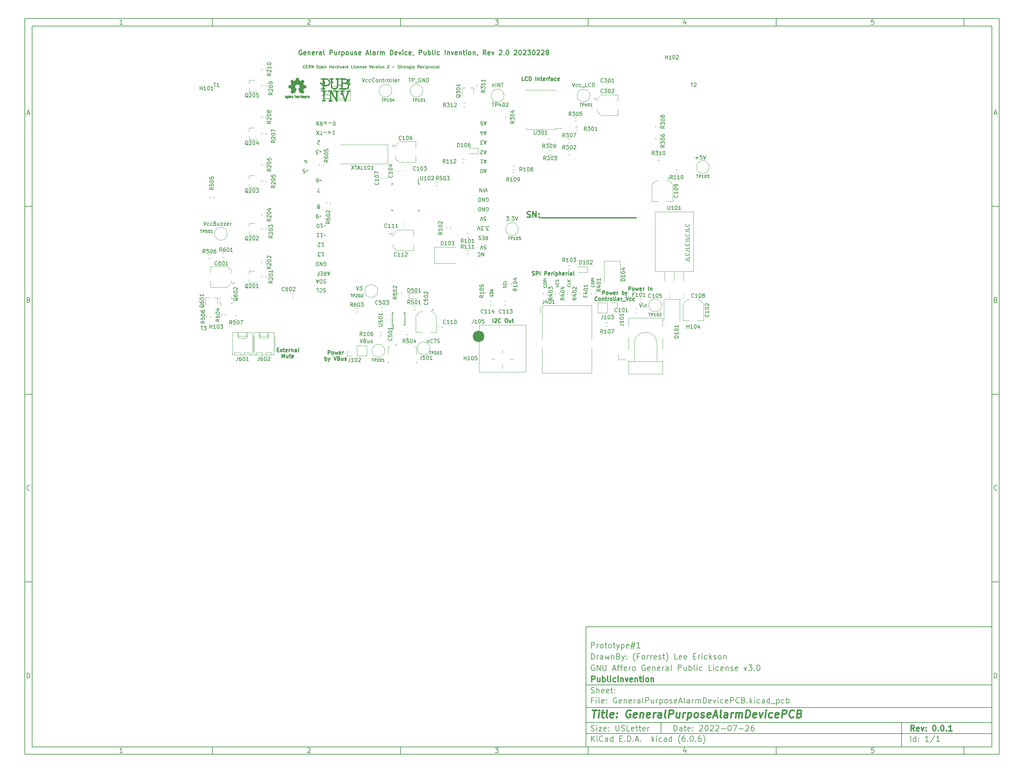
<source format=gbr>
%TF.GenerationSoftware,KiCad,Pcbnew,(6.0.6)*%
%TF.CreationDate,2023-02-28T14:07:17-05:00*%
%TF.ProjectId,GeneralPurposeAlarmDevicePCB,47656e65-7261-46c5-9075-72706f736541,0.0.1*%
%TF.SameCoordinates,Original*%
%TF.FileFunction,Legend,Top*%
%TF.FilePolarity,Positive*%
%FSLAX46Y46*%
G04 Gerber Fmt 4.6, Leading zero omitted, Abs format (unit mm)*
G04 Created by KiCad (PCBNEW (6.0.6)) date 2023-02-28 14:07:17*
%MOMM*%
%LPD*%
G01*
G04 APERTURE LIST*
%ADD10C,0.100000*%
%ADD11C,0.150000*%
%ADD12C,0.300000*%
%ADD13C,0.400000*%
%ADD14C,0.152400*%
%ADD15C,0.254000*%
%ADD16C,0.304800*%
%ADD17C,0.120000*%
%ADD18C,0.010000*%
%ADD19C,1.560000*%
G04 APERTURE END LIST*
D10*
D11*
X159400000Y-171900000D02*
X159400000Y-203900000D01*
X267400000Y-203900000D01*
X267400000Y-171900000D01*
X159400000Y-171900000D01*
D10*
D11*
X10000000Y-10000000D02*
X10000000Y-205900000D01*
X269400000Y-205900000D01*
X269400000Y-10000000D01*
X10000000Y-10000000D01*
D10*
D11*
X12000000Y-12000000D02*
X12000000Y-203900000D01*
X267400000Y-203900000D01*
X267400000Y-12000000D01*
X12000000Y-12000000D01*
D10*
D11*
X60000000Y-12000000D02*
X60000000Y-10000000D01*
D10*
D11*
X110000000Y-12000000D02*
X110000000Y-10000000D01*
D10*
D11*
X160000000Y-12000000D02*
X160000000Y-10000000D01*
D10*
D11*
X210000000Y-12000000D02*
X210000000Y-10000000D01*
D10*
D11*
X260000000Y-12000000D02*
X260000000Y-10000000D01*
D10*
D11*
X36065476Y-11588095D02*
X35322619Y-11588095D01*
X35694047Y-11588095D02*
X35694047Y-10288095D01*
X35570238Y-10473809D01*
X35446428Y-10597619D01*
X35322619Y-10659523D01*
D10*
D11*
X85322619Y-10411904D02*
X85384523Y-10350000D01*
X85508333Y-10288095D01*
X85817857Y-10288095D01*
X85941666Y-10350000D01*
X86003571Y-10411904D01*
X86065476Y-10535714D01*
X86065476Y-10659523D01*
X86003571Y-10845238D01*
X85260714Y-11588095D01*
X86065476Y-11588095D01*
D10*
D11*
X135260714Y-10288095D02*
X136065476Y-10288095D01*
X135632142Y-10783333D01*
X135817857Y-10783333D01*
X135941666Y-10845238D01*
X136003571Y-10907142D01*
X136065476Y-11030952D01*
X136065476Y-11340476D01*
X136003571Y-11464285D01*
X135941666Y-11526190D01*
X135817857Y-11588095D01*
X135446428Y-11588095D01*
X135322619Y-11526190D01*
X135260714Y-11464285D01*
D10*
D11*
X185941666Y-10721428D02*
X185941666Y-11588095D01*
X185632142Y-10226190D02*
X185322619Y-11154761D01*
X186127380Y-11154761D01*
D10*
D11*
X236003571Y-10288095D02*
X235384523Y-10288095D01*
X235322619Y-10907142D01*
X235384523Y-10845238D01*
X235508333Y-10783333D01*
X235817857Y-10783333D01*
X235941666Y-10845238D01*
X236003571Y-10907142D01*
X236065476Y-11030952D01*
X236065476Y-11340476D01*
X236003571Y-11464285D01*
X235941666Y-11526190D01*
X235817857Y-11588095D01*
X235508333Y-11588095D01*
X235384523Y-11526190D01*
X235322619Y-11464285D01*
D10*
D11*
X60000000Y-203900000D02*
X60000000Y-205900000D01*
D10*
D11*
X110000000Y-203900000D02*
X110000000Y-205900000D01*
D10*
D11*
X160000000Y-203900000D02*
X160000000Y-205900000D01*
D10*
D11*
X210000000Y-203900000D02*
X210000000Y-205900000D01*
D10*
D11*
X260000000Y-203900000D02*
X260000000Y-205900000D01*
D10*
D11*
X36065476Y-205488095D02*
X35322619Y-205488095D01*
X35694047Y-205488095D02*
X35694047Y-204188095D01*
X35570238Y-204373809D01*
X35446428Y-204497619D01*
X35322619Y-204559523D01*
D10*
D11*
X85322619Y-204311904D02*
X85384523Y-204250000D01*
X85508333Y-204188095D01*
X85817857Y-204188095D01*
X85941666Y-204250000D01*
X86003571Y-204311904D01*
X86065476Y-204435714D01*
X86065476Y-204559523D01*
X86003571Y-204745238D01*
X85260714Y-205488095D01*
X86065476Y-205488095D01*
D10*
D11*
X135260714Y-204188095D02*
X136065476Y-204188095D01*
X135632142Y-204683333D01*
X135817857Y-204683333D01*
X135941666Y-204745238D01*
X136003571Y-204807142D01*
X136065476Y-204930952D01*
X136065476Y-205240476D01*
X136003571Y-205364285D01*
X135941666Y-205426190D01*
X135817857Y-205488095D01*
X135446428Y-205488095D01*
X135322619Y-205426190D01*
X135260714Y-205364285D01*
D10*
D11*
X185941666Y-204621428D02*
X185941666Y-205488095D01*
X185632142Y-204126190D02*
X185322619Y-205054761D01*
X186127380Y-205054761D01*
D10*
D11*
X236003571Y-204188095D02*
X235384523Y-204188095D01*
X235322619Y-204807142D01*
X235384523Y-204745238D01*
X235508333Y-204683333D01*
X235817857Y-204683333D01*
X235941666Y-204745238D01*
X236003571Y-204807142D01*
X236065476Y-204930952D01*
X236065476Y-205240476D01*
X236003571Y-205364285D01*
X235941666Y-205426190D01*
X235817857Y-205488095D01*
X235508333Y-205488095D01*
X235384523Y-205426190D01*
X235322619Y-205364285D01*
D10*
D11*
X10000000Y-60000000D02*
X12000000Y-60000000D01*
D10*
D11*
X10000000Y-110000000D02*
X12000000Y-110000000D01*
D10*
D11*
X10000000Y-160000000D02*
X12000000Y-160000000D01*
D10*
D11*
X10690476Y-35216666D02*
X11309523Y-35216666D01*
X10566666Y-35588095D02*
X11000000Y-34288095D01*
X11433333Y-35588095D01*
D10*
D11*
X11092857Y-84907142D02*
X11278571Y-84969047D01*
X11340476Y-85030952D01*
X11402380Y-85154761D01*
X11402380Y-85340476D01*
X11340476Y-85464285D01*
X11278571Y-85526190D01*
X11154761Y-85588095D01*
X10659523Y-85588095D01*
X10659523Y-84288095D01*
X11092857Y-84288095D01*
X11216666Y-84350000D01*
X11278571Y-84411904D01*
X11340476Y-84535714D01*
X11340476Y-84659523D01*
X11278571Y-84783333D01*
X11216666Y-84845238D01*
X11092857Y-84907142D01*
X10659523Y-84907142D01*
D10*
D11*
X11402380Y-135464285D02*
X11340476Y-135526190D01*
X11154761Y-135588095D01*
X11030952Y-135588095D01*
X10845238Y-135526190D01*
X10721428Y-135402380D01*
X10659523Y-135278571D01*
X10597619Y-135030952D01*
X10597619Y-134845238D01*
X10659523Y-134597619D01*
X10721428Y-134473809D01*
X10845238Y-134350000D01*
X11030952Y-134288095D01*
X11154761Y-134288095D01*
X11340476Y-134350000D01*
X11402380Y-134411904D01*
D10*
D11*
X10659523Y-185588095D02*
X10659523Y-184288095D01*
X10969047Y-184288095D01*
X11154761Y-184350000D01*
X11278571Y-184473809D01*
X11340476Y-184597619D01*
X11402380Y-184845238D01*
X11402380Y-185030952D01*
X11340476Y-185278571D01*
X11278571Y-185402380D01*
X11154761Y-185526190D01*
X10969047Y-185588095D01*
X10659523Y-185588095D01*
D10*
D11*
X269400000Y-60000000D02*
X267400000Y-60000000D01*
D10*
D11*
X269400000Y-110000000D02*
X267400000Y-110000000D01*
D10*
D11*
X269400000Y-160000000D02*
X267400000Y-160000000D01*
D10*
D11*
X268090476Y-35216666D02*
X268709523Y-35216666D01*
X267966666Y-35588095D02*
X268400000Y-34288095D01*
X268833333Y-35588095D01*
D10*
D11*
X268492857Y-84907142D02*
X268678571Y-84969047D01*
X268740476Y-85030952D01*
X268802380Y-85154761D01*
X268802380Y-85340476D01*
X268740476Y-85464285D01*
X268678571Y-85526190D01*
X268554761Y-85588095D01*
X268059523Y-85588095D01*
X268059523Y-84288095D01*
X268492857Y-84288095D01*
X268616666Y-84350000D01*
X268678571Y-84411904D01*
X268740476Y-84535714D01*
X268740476Y-84659523D01*
X268678571Y-84783333D01*
X268616666Y-84845238D01*
X268492857Y-84907142D01*
X268059523Y-84907142D01*
D10*
D11*
X268802380Y-135464285D02*
X268740476Y-135526190D01*
X268554761Y-135588095D01*
X268430952Y-135588095D01*
X268245238Y-135526190D01*
X268121428Y-135402380D01*
X268059523Y-135278571D01*
X267997619Y-135030952D01*
X267997619Y-134845238D01*
X268059523Y-134597619D01*
X268121428Y-134473809D01*
X268245238Y-134350000D01*
X268430952Y-134288095D01*
X268554761Y-134288095D01*
X268740476Y-134350000D01*
X268802380Y-134411904D01*
D10*
D11*
X268059523Y-185588095D02*
X268059523Y-184288095D01*
X268369047Y-184288095D01*
X268554761Y-184350000D01*
X268678571Y-184473809D01*
X268740476Y-184597619D01*
X268802380Y-184845238D01*
X268802380Y-185030952D01*
X268740476Y-185278571D01*
X268678571Y-185402380D01*
X268554761Y-185526190D01*
X268369047Y-185588095D01*
X268059523Y-185588095D01*
D10*
D11*
X182832142Y-199678571D02*
X182832142Y-198178571D01*
X183189285Y-198178571D01*
X183403571Y-198250000D01*
X183546428Y-198392857D01*
X183617857Y-198535714D01*
X183689285Y-198821428D01*
X183689285Y-199035714D01*
X183617857Y-199321428D01*
X183546428Y-199464285D01*
X183403571Y-199607142D01*
X183189285Y-199678571D01*
X182832142Y-199678571D01*
X184975000Y-199678571D02*
X184975000Y-198892857D01*
X184903571Y-198750000D01*
X184760714Y-198678571D01*
X184475000Y-198678571D01*
X184332142Y-198750000D01*
X184975000Y-199607142D02*
X184832142Y-199678571D01*
X184475000Y-199678571D01*
X184332142Y-199607142D01*
X184260714Y-199464285D01*
X184260714Y-199321428D01*
X184332142Y-199178571D01*
X184475000Y-199107142D01*
X184832142Y-199107142D01*
X184975000Y-199035714D01*
X185475000Y-198678571D02*
X186046428Y-198678571D01*
X185689285Y-198178571D02*
X185689285Y-199464285D01*
X185760714Y-199607142D01*
X185903571Y-199678571D01*
X186046428Y-199678571D01*
X187117857Y-199607142D02*
X186975000Y-199678571D01*
X186689285Y-199678571D01*
X186546428Y-199607142D01*
X186475000Y-199464285D01*
X186475000Y-198892857D01*
X186546428Y-198750000D01*
X186689285Y-198678571D01*
X186975000Y-198678571D01*
X187117857Y-198750000D01*
X187189285Y-198892857D01*
X187189285Y-199035714D01*
X186475000Y-199178571D01*
X187832142Y-199535714D02*
X187903571Y-199607142D01*
X187832142Y-199678571D01*
X187760714Y-199607142D01*
X187832142Y-199535714D01*
X187832142Y-199678571D01*
X187832142Y-198750000D02*
X187903571Y-198821428D01*
X187832142Y-198892857D01*
X187760714Y-198821428D01*
X187832142Y-198750000D01*
X187832142Y-198892857D01*
X189617857Y-198321428D02*
X189689285Y-198250000D01*
X189832142Y-198178571D01*
X190189285Y-198178571D01*
X190332142Y-198250000D01*
X190403571Y-198321428D01*
X190475000Y-198464285D01*
X190475000Y-198607142D01*
X190403571Y-198821428D01*
X189546428Y-199678571D01*
X190475000Y-199678571D01*
X191403571Y-198178571D02*
X191546428Y-198178571D01*
X191689285Y-198250000D01*
X191760714Y-198321428D01*
X191832142Y-198464285D01*
X191903571Y-198750000D01*
X191903571Y-199107142D01*
X191832142Y-199392857D01*
X191760714Y-199535714D01*
X191689285Y-199607142D01*
X191546428Y-199678571D01*
X191403571Y-199678571D01*
X191260714Y-199607142D01*
X191189285Y-199535714D01*
X191117857Y-199392857D01*
X191046428Y-199107142D01*
X191046428Y-198750000D01*
X191117857Y-198464285D01*
X191189285Y-198321428D01*
X191260714Y-198250000D01*
X191403571Y-198178571D01*
X192475000Y-198321428D02*
X192546428Y-198250000D01*
X192689285Y-198178571D01*
X193046428Y-198178571D01*
X193189285Y-198250000D01*
X193260714Y-198321428D01*
X193332142Y-198464285D01*
X193332142Y-198607142D01*
X193260714Y-198821428D01*
X192403571Y-199678571D01*
X193332142Y-199678571D01*
X193903571Y-198321428D02*
X193975000Y-198250000D01*
X194117857Y-198178571D01*
X194475000Y-198178571D01*
X194617857Y-198250000D01*
X194689285Y-198321428D01*
X194760714Y-198464285D01*
X194760714Y-198607142D01*
X194689285Y-198821428D01*
X193832142Y-199678571D01*
X194760714Y-199678571D01*
X195403571Y-199107142D02*
X196546428Y-199107142D01*
X197546428Y-198178571D02*
X197689285Y-198178571D01*
X197832142Y-198250000D01*
X197903571Y-198321428D01*
X197975000Y-198464285D01*
X198046428Y-198750000D01*
X198046428Y-199107142D01*
X197975000Y-199392857D01*
X197903571Y-199535714D01*
X197832142Y-199607142D01*
X197689285Y-199678571D01*
X197546428Y-199678571D01*
X197403571Y-199607142D01*
X197332142Y-199535714D01*
X197260714Y-199392857D01*
X197189285Y-199107142D01*
X197189285Y-198750000D01*
X197260714Y-198464285D01*
X197332142Y-198321428D01*
X197403571Y-198250000D01*
X197546428Y-198178571D01*
X198546428Y-198178571D02*
X199546428Y-198178571D01*
X198903571Y-199678571D01*
X200117857Y-199107142D02*
X201260714Y-199107142D01*
X201903571Y-198321428D02*
X201975000Y-198250000D01*
X202117857Y-198178571D01*
X202475000Y-198178571D01*
X202617857Y-198250000D01*
X202689285Y-198321428D01*
X202760714Y-198464285D01*
X202760714Y-198607142D01*
X202689285Y-198821428D01*
X201832142Y-199678571D01*
X202760714Y-199678571D01*
X204046428Y-198178571D02*
X203760714Y-198178571D01*
X203617857Y-198250000D01*
X203546428Y-198321428D01*
X203403571Y-198535714D01*
X203332142Y-198821428D01*
X203332142Y-199392857D01*
X203403571Y-199535714D01*
X203475000Y-199607142D01*
X203617857Y-199678571D01*
X203903571Y-199678571D01*
X204046428Y-199607142D01*
X204117857Y-199535714D01*
X204189285Y-199392857D01*
X204189285Y-199035714D01*
X204117857Y-198892857D01*
X204046428Y-198821428D01*
X203903571Y-198750000D01*
X203617857Y-198750000D01*
X203475000Y-198821428D01*
X203403571Y-198892857D01*
X203332142Y-199035714D01*
D10*
D11*
X159400000Y-200400000D02*
X267400000Y-200400000D01*
D10*
D11*
X160832142Y-202478571D02*
X160832142Y-200978571D01*
X161689285Y-202478571D02*
X161046428Y-201621428D01*
X161689285Y-200978571D02*
X160832142Y-201835714D01*
X162332142Y-202478571D02*
X162332142Y-201478571D01*
X162332142Y-200978571D02*
X162260714Y-201050000D01*
X162332142Y-201121428D01*
X162403571Y-201050000D01*
X162332142Y-200978571D01*
X162332142Y-201121428D01*
X163903571Y-202335714D02*
X163832142Y-202407142D01*
X163617857Y-202478571D01*
X163475000Y-202478571D01*
X163260714Y-202407142D01*
X163117857Y-202264285D01*
X163046428Y-202121428D01*
X162975000Y-201835714D01*
X162975000Y-201621428D01*
X163046428Y-201335714D01*
X163117857Y-201192857D01*
X163260714Y-201050000D01*
X163475000Y-200978571D01*
X163617857Y-200978571D01*
X163832142Y-201050000D01*
X163903571Y-201121428D01*
X165189285Y-202478571D02*
X165189285Y-201692857D01*
X165117857Y-201550000D01*
X164975000Y-201478571D01*
X164689285Y-201478571D01*
X164546428Y-201550000D01*
X165189285Y-202407142D02*
X165046428Y-202478571D01*
X164689285Y-202478571D01*
X164546428Y-202407142D01*
X164475000Y-202264285D01*
X164475000Y-202121428D01*
X164546428Y-201978571D01*
X164689285Y-201907142D01*
X165046428Y-201907142D01*
X165189285Y-201835714D01*
X166546428Y-202478571D02*
X166546428Y-200978571D01*
X166546428Y-202407142D02*
X166403571Y-202478571D01*
X166117857Y-202478571D01*
X165975000Y-202407142D01*
X165903571Y-202335714D01*
X165832142Y-202192857D01*
X165832142Y-201764285D01*
X165903571Y-201621428D01*
X165975000Y-201550000D01*
X166117857Y-201478571D01*
X166403571Y-201478571D01*
X166546428Y-201550000D01*
X168403571Y-201692857D02*
X168903571Y-201692857D01*
X169117857Y-202478571D02*
X168403571Y-202478571D01*
X168403571Y-200978571D01*
X169117857Y-200978571D01*
X169760714Y-202335714D02*
X169832142Y-202407142D01*
X169760714Y-202478571D01*
X169689285Y-202407142D01*
X169760714Y-202335714D01*
X169760714Y-202478571D01*
X170475000Y-202478571D02*
X170475000Y-200978571D01*
X170832142Y-200978571D01*
X171046428Y-201050000D01*
X171189285Y-201192857D01*
X171260714Y-201335714D01*
X171332142Y-201621428D01*
X171332142Y-201835714D01*
X171260714Y-202121428D01*
X171189285Y-202264285D01*
X171046428Y-202407142D01*
X170832142Y-202478571D01*
X170475000Y-202478571D01*
X171975000Y-202335714D02*
X172046428Y-202407142D01*
X171975000Y-202478571D01*
X171903571Y-202407142D01*
X171975000Y-202335714D01*
X171975000Y-202478571D01*
X172617857Y-202050000D02*
X173332142Y-202050000D01*
X172475000Y-202478571D02*
X172975000Y-200978571D01*
X173475000Y-202478571D01*
X173975000Y-202335714D02*
X174046428Y-202407142D01*
X173975000Y-202478571D01*
X173903571Y-202407142D01*
X173975000Y-202335714D01*
X173975000Y-202478571D01*
X176975000Y-202478571D02*
X176975000Y-200978571D01*
X177117857Y-201907142D02*
X177546428Y-202478571D01*
X177546428Y-201478571D02*
X176975000Y-202050000D01*
X178189285Y-202478571D02*
X178189285Y-201478571D01*
X178189285Y-200978571D02*
X178117857Y-201050000D01*
X178189285Y-201121428D01*
X178260714Y-201050000D01*
X178189285Y-200978571D01*
X178189285Y-201121428D01*
X179546428Y-202407142D02*
X179403571Y-202478571D01*
X179117857Y-202478571D01*
X178975000Y-202407142D01*
X178903571Y-202335714D01*
X178832142Y-202192857D01*
X178832142Y-201764285D01*
X178903571Y-201621428D01*
X178975000Y-201550000D01*
X179117857Y-201478571D01*
X179403571Y-201478571D01*
X179546428Y-201550000D01*
X180832142Y-202478571D02*
X180832142Y-201692857D01*
X180760714Y-201550000D01*
X180617857Y-201478571D01*
X180332142Y-201478571D01*
X180189285Y-201550000D01*
X180832142Y-202407142D02*
X180689285Y-202478571D01*
X180332142Y-202478571D01*
X180189285Y-202407142D01*
X180117857Y-202264285D01*
X180117857Y-202121428D01*
X180189285Y-201978571D01*
X180332142Y-201907142D01*
X180689285Y-201907142D01*
X180832142Y-201835714D01*
X182189285Y-202478571D02*
X182189285Y-200978571D01*
X182189285Y-202407142D02*
X182046428Y-202478571D01*
X181760714Y-202478571D01*
X181617857Y-202407142D01*
X181546428Y-202335714D01*
X181475000Y-202192857D01*
X181475000Y-201764285D01*
X181546428Y-201621428D01*
X181617857Y-201550000D01*
X181760714Y-201478571D01*
X182046428Y-201478571D01*
X182189285Y-201550000D01*
X184475000Y-203050000D02*
X184403571Y-202978571D01*
X184260714Y-202764285D01*
X184189285Y-202621428D01*
X184117857Y-202407142D01*
X184046428Y-202050000D01*
X184046428Y-201764285D01*
X184117857Y-201407142D01*
X184189285Y-201192857D01*
X184260714Y-201050000D01*
X184403571Y-200835714D01*
X184475000Y-200764285D01*
X185689285Y-200978571D02*
X185403571Y-200978571D01*
X185260714Y-201050000D01*
X185189285Y-201121428D01*
X185046428Y-201335714D01*
X184975000Y-201621428D01*
X184975000Y-202192857D01*
X185046428Y-202335714D01*
X185117857Y-202407142D01*
X185260714Y-202478571D01*
X185546428Y-202478571D01*
X185689285Y-202407142D01*
X185760714Y-202335714D01*
X185832142Y-202192857D01*
X185832142Y-201835714D01*
X185760714Y-201692857D01*
X185689285Y-201621428D01*
X185546428Y-201550000D01*
X185260714Y-201550000D01*
X185117857Y-201621428D01*
X185046428Y-201692857D01*
X184975000Y-201835714D01*
X186475000Y-202335714D02*
X186546428Y-202407142D01*
X186475000Y-202478571D01*
X186403571Y-202407142D01*
X186475000Y-202335714D01*
X186475000Y-202478571D01*
X187475000Y-200978571D02*
X187617857Y-200978571D01*
X187760714Y-201050000D01*
X187832142Y-201121428D01*
X187903571Y-201264285D01*
X187975000Y-201550000D01*
X187975000Y-201907142D01*
X187903571Y-202192857D01*
X187832142Y-202335714D01*
X187760714Y-202407142D01*
X187617857Y-202478571D01*
X187475000Y-202478571D01*
X187332142Y-202407142D01*
X187260714Y-202335714D01*
X187189285Y-202192857D01*
X187117857Y-201907142D01*
X187117857Y-201550000D01*
X187189285Y-201264285D01*
X187260714Y-201121428D01*
X187332142Y-201050000D01*
X187475000Y-200978571D01*
X188617857Y-202335714D02*
X188689285Y-202407142D01*
X188617857Y-202478571D01*
X188546428Y-202407142D01*
X188617857Y-202335714D01*
X188617857Y-202478571D01*
X189975000Y-200978571D02*
X189689285Y-200978571D01*
X189546428Y-201050000D01*
X189475000Y-201121428D01*
X189332142Y-201335714D01*
X189260714Y-201621428D01*
X189260714Y-202192857D01*
X189332142Y-202335714D01*
X189403571Y-202407142D01*
X189546428Y-202478571D01*
X189832142Y-202478571D01*
X189975000Y-202407142D01*
X190046428Y-202335714D01*
X190117857Y-202192857D01*
X190117857Y-201835714D01*
X190046428Y-201692857D01*
X189975000Y-201621428D01*
X189832142Y-201550000D01*
X189546428Y-201550000D01*
X189403571Y-201621428D01*
X189332142Y-201692857D01*
X189260714Y-201835714D01*
X190617857Y-203050000D02*
X190689285Y-202978571D01*
X190832142Y-202764285D01*
X190903571Y-202621428D01*
X190975000Y-202407142D01*
X191046428Y-202050000D01*
X191046428Y-201764285D01*
X190975000Y-201407142D01*
X190903571Y-201192857D01*
X190832142Y-201050000D01*
X190689285Y-200835714D01*
X190617857Y-200764285D01*
D10*
D11*
X159400000Y-197400000D02*
X267400000Y-197400000D01*
D10*
D12*
X246809285Y-199678571D02*
X246309285Y-198964285D01*
X245952142Y-199678571D02*
X245952142Y-198178571D01*
X246523571Y-198178571D01*
X246666428Y-198250000D01*
X246737857Y-198321428D01*
X246809285Y-198464285D01*
X246809285Y-198678571D01*
X246737857Y-198821428D01*
X246666428Y-198892857D01*
X246523571Y-198964285D01*
X245952142Y-198964285D01*
X248023571Y-199607142D02*
X247880714Y-199678571D01*
X247595000Y-199678571D01*
X247452142Y-199607142D01*
X247380714Y-199464285D01*
X247380714Y-198892857D01*
X247452142Y-198750000D01*
X247595000Y-198678571D01*
X247880714Y-198678571D01*
X248023571Y-198750000D01*
X248095000Y-198892857D01*
X248095000Y-199035714D01*
X247380714Y-199178571D01*
X248595000Y-198678571D02*
X248952142Y-199678571D01*
X249309285Y-198678571D01*
X249880714Y-199535714D02*
X249952142Y-199607142D01*
X249880714Y-199678571D01*
X249809285Y-199607142D01*
X249880714Y-199535714D01*
X249880714Y-199678571D01*
X249880714Y-198750000D02*
X249952142Y-198821428D01*
X249880714Y-198892857D01*
X249809285Y-198821428D01*
X249880714Y-198750000D01*
X249880714Y-198892857D01*
X252023571Y-198178571D02*
X252166428Y-198178571D01*
X252309285Y-198250000D01*
X252380714Y-198321428D01*
X252452142Y-198464285D01*
X252523571Y-198750000D01*
X252523571Y-199107142D01*
X252452142Y-199392857D01*
X252380714Y-199535714D01*
X252309285Y-199607142D01*
X252166428Y-199678571D01*
X252023571Y-199678571D01*
X251880714Y-199607142D01*
X251809285Y-199535714D01*
X251737857Y-199392857D01*
X251666428Y-199107142D01*
X251666428Y-198750000D01*
X251737857Y-198464285D01*
X251809285Y-198321428D01*
X251880714Y-198250000D01*
X252023571Y-198178571D01*
X253166428Y-199535714D02*
X253237857Y-199607142D01*
X253166428Y-199678571D01*
X253095000Y-199607142D01*
X253166428Y-199535714D01*
X253166428Y-199678571D01*
X254166428Y-198178571D02*
X254309285Y-198178571D01*
X254452142Y-198250000D01*
X254523571Y-198321428D01*
X254595000Y-198464285D01*
X254666428Y-198750000D01*
X254666428Y-199107142D01*
X254595000Y-199392857D01*
X254523571Y-199535714D01*
X254452142Y-199607142D01*
X254309285Y-199678571D01*
X254166428Y-199678571D01*
X254023571Y-199607142D01*
X253952142Y-199535714D01*
X253880714Y-199392857D01*
X253809285Y-199107142D01*
X253809285Y-198750000D01*
X253880714Y-198464285D01*
X253952142Y-198321428D01*
X254023571Y-198250000D01*
X254166428Y-198178571D01*
X255309285Y-199535714D02*
X255380714Y-199607142D01*
X255309285Y-199678571D01*
X255237857Y-199607142D01*
X255309285Y-199535714D01*
X255309285Y-199678571D01*
X256809285Y-199678571D02*
X255952142Y-199678571D01*
X256380714Y-199678571D02*
X256380714Y-198178571D01*
X256237857Y-198392857D01*
X256095000Y-198535714D01*
X255952142Y-198607142D01*
D10*
D11*
X160760714Y-199607142D02*
X160975000Y-199678571D01*
X161332142Y-199678571D01*
X161475000Y-199607142D01*
X161546428Y-199535714D01*
X161617857Y-199392857D01*
X161617857Y-199250000D01*
X161546428Y-199107142D01*
X161475000Y-199035714D01*
X161332142Y-198964285D01*
X161046428Y-198892857D01*
X160903571Y-198821428D01*
X160832142Y-198750000D01*
X160760714Y-198607142D01*
X160760714Y-198464285D01*
X160832142Y-198321428D01*
X160903571Y-198250000D01*
X161046428Y-198178571D01*
X161403571Y-198178571D01*
X161617857Y-198250000D01*
X162260714Y-199678571D02*
X162260714Y-198678571D01*
X162260714Y-198178571D02*
X162189285Y-198250000D01*
X162260714Y-198321428D01*
X162332142Y-198250000D01*
X162260714Y-198178571D01*
X162260714Y-198321428D01*
X162832142Y-198678571D02*
X163617857Y-198678571D01*
X162832142Y-199678571D01*
X163617857Y-199678571D01*
X164760714Y-199607142D02*
X164617857Y-199678571D01*
X164332142Y-199678571D01*
X164189285Y-199607142D01*
X164117857Y-199464285D01*
X164117857Y-198892857D01*
X164189285Y-198750000D01*
X164332142Y-198678571D01*
X164617857Y-198678571D01*
X164760714Y-198750000D01*
X164832142Y-198892857D01*
X164832142Y-199035714D01*
X164117857Y-199178571D01*
X165475000Y-199535714D02*
X165546428Y-199607142D01*
X165475000Y-199678571D01*
X165403571Y-199607142D01*
X165475000Y-199535714D01*
X165475000Y-199678571D01*
X165475000Y-198750000D02*
X165546428Y-198821428D01*
X165475000Y-198892857D01*
X165403571Y-198821428D01*
X165475000Y-198750000D01*
X165475000Y-198892857D01*
X167332142Y-198178571D02*
X167332142Y-199392857D01*
X167403571Y-199535714D01*
X167475000Y-199607142D01*
X167617857Y-199678571D01*
X167903571Y-199678571D01*
X168046428Y-199607142D01*
X168117857Y-199535714D01*
X168189285Y-199392857D01*
X168189285Y-198178571D01*
X168832142Y-199607142D02*
X169046428Y-199678571D01*
X169403571Y-199678571D01*
X169546428Y-199607142D01*
X169617857Y-199535714D01*
X169689285Y-199392857D01*
X169689285Y-199250000D01*
X169617857Y-199107142D01*
X169546428Y-199035714D01*
X169403571Y-198964285D01*
X169117857Y-198892857D01*
X168975000Y-198821428D01*
X168903571Y-198750000D01*
X168832142Y-198607142D01*
X168832142Y-198464285D01*
X168903571Y-198321428D01*
X168975000Y-198250000D01*
X169117857Y-198178571D01*
X169475000Y-198178571D01*
X169689285Y-198250000D01*
X171046428Y-199678571D02*
X170332142Y-199678571D01*
X170332142Y-198178571D01*
X172117857Y-199607142D02*
X171975000Y-199678571D01*
X171689285Y-199678571D01*
X171546428Y-199607142D01*
X171475000Y-199464285D01*
X171475000Y-198892857D01*
X171546428Y-198750000D01*
X171689285Y-198678571D01*
X171975000Y-198678571D01*
X172117857Y-198750000D01*
X172189285Y-198892857D01*
X172189285Y-199035714D01*
X171475000Y-199178571D01*
X172617857Y-198678571D02*
X173189285Y-198678571D01*
X172832142Y-198178571D02*
X172832142Y-199464285D01*
X172903571Y-199607142D01*
X173046428Y-199678571D01*
X173189285Y-199678571D01*
X173475000Y-198678571D02*
X174046428Y-198678571D01*
X173689285Y-198178571D02*
X173689285Y-199464285D01*
X173760714Y-199607142D01*
X173903571Y-199678571D01*
X174046428Y-199678571D01*
X175117857Y-199607142D02*
X174975000Y-199678571D01*
X174689285Y-199678571D01*
X174546428Y-199607142D01*
X174475000Y-199464285D01*
X174475000Y-198892857D01*
X174546428Y-198750000D01*
X174689285Y-198678571D01*
X174975000Y-198678571D01*
X175117857Y-198750000D01*
X175189285Y-198892857D01*
X175189285Y-199035714D01*
X174475000Y-199178571D01*
X175832142Y-199678571D02*
X175832142Y-198678571D01*
X175832142Y-198964285D02*
X175903571Y-198821428D01*
X175975000Y-198750000D01*
X176117857Y-198678571D01*
X176260714Y-198678571D01*
D10*
D11*
X245832142Y-202478571D02*
X245832142Y-200978571D01*
X247189285Y-202478571D02*
X247189285Y-200978571D01*
X247189285Y-202407142D02*
X247046428Y-202478571D01*
X246760714Y-202478571D01*
X246617857Y-202407142D01*
X246546428Y-202335714D01*
X246475000Y-202192857D01*
X246475000Y-201764285D01*
X246546428Y-201621428D01*
X246617857Y-201550000D01*
X246760714Y-201478571D01*
X247046428Y-201478571D01*
X247189285Y-201550000D01*
X247903571Y-202335714D02*
X247975000Y-202407142D01*
X247903571Y-202478571D01*
X247832142Y-202407142D01*
X247903571Y-202335714D01*
X247903571Y-202478571D01*
X247903571Y-201550000D02*
X247975000Y-201621428D01*
X247903571Y-201692857D01*
X247832142Y-201621428D01*
X247903571Y-201550000D01*
X247903571Y-201692857D01*
X250546428Y-202478571D02*
X249689285Y-202478571D01*
X250117857Y-202478571D02*
X250117857Y-200978571D01*
X249975000Y-201192857D01*
X249832142Y-201335714D01*
X249689285Y-201407142D01*
X252260714Y-200907142D02*
X250975000Y-202835714D01*
X253546428Y-202478571D02*
X252689285Y-202478571D01*
X253117857Y-202478571D02*
X253117857Y-200978571D01*
X252975000Y-201192857D01*
X252832142Y-201335714D01*
X252689285Y-201407142D01*
D10*
D11*
X159400000Y-193400000D02*
X267400000Y-193400000D01*
D10*
D13*
X161112380Y-194104761D02*
X162255238Y-194104761D01*
X161433809Y-196104761D02*
X161683809Y-194104761D01*
X162671904Y-196104761D02*
X162838571Y-194771428D01*
X162921904Y-194104761D02*
X162814761Y-194200000D01*
X162898095Y-194295238D01*
X163005238Y-194200000D01*
X162921904Y-194104761D01*
X162898095Y-194295238D01*
X163505238Y-194771428D02*
X164267142Y-194771428D01*
X163874285Y-194104761D02*
X163660000Y-195819047D01*
X163731428Y-196009523D01*
X163910000Y-196104761D01*
X164100476Y-196104761D01*
X165052857Y-196104761D02*
X164874285Y-196009523D01*
X164802857Y-195819047D01*
X165017142Y-194104761D01*
X166588571Y-196009523D02*
X166386190Y-196104761D01*
X166005238Y-196104761D01*
X165826666Y-196009523D01*
X165755238Y-195819047D01*
X165850476Y-195057142D01*
X165969523Y-194866666D01*
X166171904Y-194771428D01*
X166552857Y-194771428D01*
X166731428Y-194866666D01*
X166802857Y-195057142D01*
X166779047Y-195247619D01*
X165802857Y-195438095D01*
X167552857Y-195914285D02*
X167636190Y-196009523D01*
X167529047Y-196104761D01*
X167445714Y-196009523D01*
X167552857Y-195914285D01*
X167529047Y-196104761D01*
X167683809Y-194866666D02*
X167767142Y-194961904D01*
X167660000Y-195057142D01*
X167576666Y-194961904D01*
X167683809Y-194866666D01*
X167660000Y-195057142D01*
X171290952Y-194200000D02*
X171112380Y-194104761D01*
X170826666Y-194104761D01*
X170529047Y-194200000D01*
X170314761Y-194390476D01*
X170195714Y-194580952D01*
X170052857Y-194961904D01*
X170017142Y-195247619D01*
X170064761Y-195628571D01*
X170136190Y-195819047D01*
X170302857Y-196009523D01*
X170576666Y-196104761D01*
X170767142Y-196104761D01*
X171064761Y-196009523D01*
X171171904Y-195914285D01*
X171255238Y-195247619D01*
X170874285Y-195247619D01*
X172779047Y-196009523D02*
X172576666Y-196104761D01*
X172195714Y-196104761D01*
X172017142Y-196009523D01*
X171945714Y-195819047D01*
X172040952Y-195057142D01*
X172160000Y-194866666D01*
X172362380Y-194771428D01*
X172743333Y-194771428D01*
X172921904Y-194866666D01*
X172993333Y-195057142D01*
X172969523Y-195247619D01*
X171993333Y-195438095D01*
X173886190Y-194771428D02*
X173719523Y-196104761D01*
X173862380Y-194961904D02*
X173969523Y-194866666D01*
X174171904Y-194771428D01*
X174457619Y-194771428D01*
X174636190Y-194866666D01*
X174707619Y-195057142D01*
X174576666Y-196104761D01*
X176302857Y-196009523D02*
X176100476Y-196104761D01*
X175719523Y-196104761D01*
X175540952Y-196009523D01*
X175469523Y-195819047D01*
X175564761Y-195057142D01*
X175683809Y-194866666D01*
X175886190Y-194771428D01*
X176267142Y-194771428D01*
X176445714Y-194866666D01*
X176517142Y-195057142D01*
X176493333Y-195247619D01*
X175517142Y-195438095D01*
X177243333Y-196104761D02*
X177410000Y-194771428D01*
X177362380Y-195152380D02*
X177481428Y-194961904D01*
X177588571Y-194866666D01*
X177790952Y-194771428D01*
X177981428Y-194771428D01*
X179338571Y-196104761D02*
X179469523Y-195057142D01*
X179398095Y-194866666D01*
X179219523Y-194771428D01*
X178838571Y-194771428D01*
X178636190Y-194866666D01*
X179350476Y-196009523D02*
X179148095Y-196104761D01*
X178671904Y-196104761D01*
X178493333Y-196009523D01*
X178421904Y-195819047D01*
X178445714Y-195628571D01*
X178564761Y-195438095D01*
X178767142Y-195342857D01*
X179243333Y-195342857D01*
X179445714Y-195247619D01*
X180576666Y-196104761D02*
X180398095Y-196009523D01*
X180326666Y-195819047D01*
X180540952Y-194104761D01*
X181338571Y-196104761D02*
X181588571Y-194104761D01*
X182350476Y-194104761D01*
X182529047Y-194200000D01*
X182612380Y-194295238D01*
X182683809Y-194485714D01*
X182648095Y-194771428D01*
X182529047Y-194961904D01*
X182421904Y-195057142D01*
X182219523Y-195152380D01*
X181457619Y-195152380D01*
X184362380Y-194771428D02*
X184195714Y-196104761D01*
X183505238Y-194771428D02*
X183374285Y-195819047D01*
X183445714Y-196009523D01*
X183624285Y-196104761D01*
X183910000Y-196104761D01*
X184112380Y-196009523D01*
X184219523Y-195914285D01*
X185148095Y-196104761D02*
X185314761Y-194771428D01*
X185267142Y-195152380D02*
X185386190Y-194961904D01*
X185493333Y-194866666D01*
X185695714Y-194771428D01*
X185886190Y-194771428D01*
X186552857Y-194771428D02*
X186302857Y-196771428D01*
X186540952Y-194866666D02*
X186743333Y-194771428D01*
X187124285Y-194771428D01*
X187302857Y-194866666D01*
X187386190Y-194961904D01*
X187457619Y-195152380D01*
X187386190Y-195723809D01*
X187267142Y-195914285D01*
X187160000Y-196009523D01*
X186957619Y-196104761D01*
X186576666Y-196104761D01*
X186398095Y-196009523D01*
X188481428Y-196104761D02*
X188302857Y-196009523D01*
X188219523Y-195914285D01*
X188148095Y-195723809D01*
X188219523Y-195152380D01*
X188338571Y-194961904D01*
X188445714Y-194866666D01*
X188648095Y-194771428D01*
X188933809Y-194771428D01*
X189112380Y-194866666D01*
X189195714Y-194961904D01*
X189267142Y-195152380D01*
X189195714Y-195723809D01*
X189076666Y-195914285D01*
X188969523Y-196009523D01*
X188767142Y-196104761D01*
X188481428Y-196104761D01*
X189921904Y-196009523D02*
X190100476Y-196104761D01*
X190481428Y-196104761D01*
X190683809Y-196009523D01*
X190802857Y-195819047D01*
X190814761Y-195723809D01*
X190743333Y-195533333D01*
X190564761Y-195438095D01*
X190279047Y-195438095D01*
X190100476Y-195342857D01*
X190029047Y-195152380D01*
X190040952Y-195057142D01*
X190160000Y-194866666D01*
X190362380Y-194771428D01*
X190648095Y-194771428D01*
X190826666Y-194866666D01*
X192398095Y-196009523D02*
X192195714Y-196104761D01*
X191814761Y-196104761D01*
X191636190Y-196009523D01*
X191564761Y-195819047D01*
X191660000Y-195057142D01*
X191779047Y-194866666D01*
X191981428Y-194771428D01*
X192362380Y-194771428D01*
X192540952Y-194866666D01*
X192612380Y-195057142D01*
X192588571Y-195247619D01*
X191612380Y-195438095D01*
X193314761Y-195533333D02*
X194267142Y-195533333D01*
X193052857Y-196104761D02*
X193969523Y-194104761D01*
X194386190Y-196104761D01*
X195338571Y-196104761D02*
X195160000Y-196009523D01*
X195088571Y-195819047D01*
X195302857Y-194104761D01*
X196957619Y-196104761D02*
X197088571Y-195057142D01*
X197017142Y-194866666D01*
X196838571Y-194771428D01*
X196457619Y-194771428D01*
X196255238Y-194866666D01*
X196969523Y-196009523D02*
X196767142Y-196104761D01*
X196290952Y-196104761D01*
X196112380Y-196009523D01*
X196040952Y-195819047D01*
X196064761Y-195628571D01*
X196183809Y-195438095D01*
X196386190Y-195342857D01*
X196862380Y-195342857D01*
X197064761Y-195247619D01*
X197910000Y-196104761D02*
X198076666Y-194771428D01*
X198029047Y-195152380D02*
X198148095Y-194961904D01*
X198255238Y-194866666D01*
X198457619Y-194771428D01*
X198648095Y-194771428D01*
X199148095Y-196104761D02*
X199314761Y-194771428D01*
X199290952Y-194961904D02*
X199398095Y-194866666D01*
X199600476Y-194771428D01*
X199886190Y-194771428D01*
X200064761Y-194866666D01*
X200136190Y-195057142D01*
X200005238Y-196104761D01*
X200136190Y-195057142D02*
X200255238Y-194866666D01*
X200457619Y-194771428D01*
X200743333Y-194771428D01*
X200921904Y-194866666D01*
X200993333Y-195057142D01*
X200862380Y-196104761D01*
X201814761Y-196104761D02*
X202064761Y-194104761D01*
X202540952Y-194104761D01*
X202814761Y-194200000D01*
X202981428Y-194390476D01*
X203052857Y-194580952D01*
X203100476Y-194961904D01*
X203064761Y-195247619D01*
X202921904Y-195628571D01*
X202802857Y-195819047D01*
X202588571Y-196009523D01*
X202290952Y-196104761D01*
X201814761Y-196104761D01*
X204588571Y-196009523D02*
X204386190Y-196104761D01*
X204005238Y-196104761D01*
X203826666Y-196009523D01*
X203755238Y-195819047D01*
X203850476Y-195057142D01*
X203969523Y-194866666D01*
X204171904Y-194771428D01*
X204552857Y-194771428D01*
X204731428Y-194866666D01*
X204802857Y-195057142D01*
X204779047Y-195247619D01*
X203802857Y-195438095D01*
X205505238Y-194771428D02*
X205814761Y-196104761D01*
X206457619Y-194771428D01*
X207052857Y-196104761D02*
X207219523Y-194771428D01*
X207302857Y-194104761D02*
X207195714Y-194200000D01*
X207279047Y-194295238D01*
X207386190Y-194200000D01*
X207302857Y-194104761D01*
X207279047Y-194295238D01*
X208874285Y-196009523D02*
X208671904Y-196104761D01*
X208290952Y-196104761D01*
X208112380Y-196009523D01*
X208029047Y-195914285D01*
X207957619Y-195723809D01*
X208029047Y-195152380D01*
X208148095Y-194961904D01*
X208255238Y-194866666D01*
X208457619Y-194771428D01*
X208838571Y-194771428D01*
X209017142Y-194866666D01*
X210493333Y-196009523D02*
X210290952Y-196104761D01*
X209910000Y-196104761D01*
X209731428Y-196009523D01*
X209660000Y-195819047D01*
X209755238Y-195057142D01*
X209874285Y-194866666D01*
X210076666Y-194771428D01*
X210457619Y-194771428D01*
X210636190Y-194866666D01*
X210707619Y-195057142D01*
X210683809Y-195247619D01*
X209707619Y-195438095D01*
X211433809Y-196104761D02*
X211683809Y-194104761D01*
X212445714Y-194104761D01*
X212624285Y-194200000D01*
X212707619Y-194295238D01*
X212779047Y-194485714D01*
X212743333Y-194771428D01*
X212624285Y-194961904D01*
X212517142Y-195057142D01*
X212314761Y-195152380D01*
X211552857Y-195152380D01*
X214600476Y-195914285D02*
X214493333Y-196009523D01*
X214195714Y-196104761D01*
X214005238Y-196104761D01*
X213731428Y-196009523D01*
X213564761Y-195819047D01*
X213493333Y-195628571D01*
X213445714Y-195247619D01*
X213481428Y-194961904D01*
X213624285Y-194580952D01*
X213743333Y-194390476D01*
X213957619Y-194200000D01*
X214255238Y-194104761D01*
X214445714Y-194104761D01*
X214719523Y-194200000D01*
X214802857Y-194295238D01*
X216231428Y-195057142D02*
X216505238Y-195152380D01*
X216588571Y-195247619D01*
X216660000Y-195438095D01*
X216624285Y-195723809D01*
X216505238Y-195914285D01*
X216398095Y-196009523D01*
X216195714Y-196104761D01*
X215433809Y-196104761D01*
X215683809Y-194104761D01*
X216350476Y-194104761D01*
X216529047Y-194200000D01*
X216612380Y-194295238D01*
X216683809Y-194485714D01*
X216660000Y-194676190D01*
X216540952Y-194866666D01*
X216433809Y-194961904D01*
X216231428Y-195057142D01*
X215564761Y-195057142D01*
D10*
D11*
X161332142Y-191492857D02*
X160832142Y-191492857D01*
X160832142Y-192278571D02*
X160832142Y-190778571D01*
X161546428Y-190778571D01*
X162117857Y-192278571D02*
X162117857Y-191278571D01*
X162117857Y-190778571D02*
X162046428Y-190850000D01*
X162117857Y-190921428D01*
X162189285Y-190850000D01*
X162117857Y-190778571D01*
X162117857Y-190921428D01*
X163046428Y-192278571D02*
X162903571Y-192207142D01*
X162832142Y-192064285D01*
X162832142Y-190778571D01*
X164189285Y-192207142D02*
X164046428Y-192278571D01*
X163760714Y-192278571D01*
X163617857Y-192207142D01*
X163546428Y-192064285D01*
X163546428Y-191492857D01*
X163617857Y-191350000D01*
X163760714Y-191278571D01*
X164046428Y-191278571D01*
X164189285Y-191350000D01*
X164260714Y-191492857D01*
X164260714Y-191635714D01*
X163546428Y-191778571D01*
X164903571Y-192135714D02*
X164975000Y-192207142D01*
X164903571Y-192278571D01*
X164832142Y-192207142D01*
X164903571Y-192135714D01*
X164903571Y-192278571D01*
X164903571Y-191350000D02*
X164975000Y-191421428D01*
X164903571Y-191492857D01*
X164832142Y-191421428D01*
X164903571Y-191350000D01*
X164903571Y-191492857D01*
X167546428Y-190850000D02*
X167403571Y-190778571D01*
X167189285Y-190778571D01*
X166975000Y-190850000D01*
X166832142Y-190992857D01*
X166760714Y-191135714D01*
X166689285Y-191421428D01*
X166689285Y-191635714D01*
X166760714Y-191921428D01*
X166832142Y-192064285D01*
X166975000Y-192207142D01*
X167189285Y-192278571D01*
X167332142Y-192278571D01*
X167546428Y-192207142D01*
X167617857Y-192135714D01*
X167617857Y-191635714D01*
X167332142Y-191635714D01*
X168832142Y-192207142D02*
X168689285Y-192278571D01*
X168403571Y-192278571D01*
X168260714Y-192207142D01*
X168189285Y-192064285D01*
X168189285Y-191492857D01*
X168260714Y-191350000D01*
X168403571Y-191278571D01*
X168689285Y-191278571D01*
X168832142Y-191350000D01*
X168903571Y-191492857D01*
X168903571Y-191635714D01*
X168189285Y-191778571D01*
X169546428Y-191278571D02*
X169546428Y-192278571D01*
X169546428Y-191421428D02*
X169617857Y-191350000D01*
X169760714Y-191278571D01*
X169975000Y-191278571D01*
X170117857Y-191350000D01*
X170189285Y-191492857D01*
X170189285Y-192278571D01*
X171475000Y-192207142D02*
X171332142Y-192278571D01*
X171046428Y-192278571D01*
X170903571Y-192207142D01*
X170832142Y-192064285D01*
X170832142Y-191492857D01*
X170903571Y-191350000D01*
X171046428Y-191278571D01*
X171332142Y-191278571D01*
X171475000Y-191350000D01*
X171546428Y-191492857D01*
X171546428Y-191635714D01*
X170832142Y-191778571D01*
X172189285Y-192278571D02*
X172189285Y-191278571D01*
X172189285Y-191564285D02*
X172260714Y-191421428D01*
X172332142Y-191350000D01*
X172475000Y-191278571D01*
X172617857Y-191278571D01*
X173760714Y-192278571D02*
X173760714Y-191492857D01*
X173689285Y-191350000D01*
X173546428Y-191278571D01*
X173260714Y-191278571D01*
X173117857Y-191350000D01*
X173760714Y-192207142D02*
X173617857Y-192278571D01*
X173260714Y-192278571D01*
X173117857Y-192207142D01*
X173046428Y-192064285D01*
X173046428Y-191921428D01*
X173117857Y-191778571D01*
X173260714Y-191707142D01*
X173617857Y-191707142D01*
X173760714Y-191635714D01*
X174689285Y-192278571D02*
X174546428Y-192207142D01*
X174475000Y-192064285D01*
X174475000Y-190778571D01*
X175260714Y-192278571D02*
X175260714Y-190778571D01*
X175832142Y-190778571D01*
X175975000Y-190850000D01*
X176046428Y-190921428D01*
X176117857Y-191064285D01*
X176117857Y-191278571D01*
X176046428Y-191421428D01*
X175975000Y-191492857D01*
X175832142Y-191564285D01*
X175260714Y-191564285D01*
X177403571Y-191278571D02*
X177403571Y-192278571D01*
X176760714Y-191278571D02*
X176760714Y-192064285D01*
X176832142Y-192207142D01*
X176975000Y-192278571D01*
X177189285Y-192278571D01*
X177332142Y-192207142D01*
X177403571Y-192135714D01*
X178117857Y-192278571D02*
X178117857Y-191278571D01*
X178117857Y-191564285D02*
X178189285Y-191421428D01*
X178260714Y-191350000D01*
X178403571Y-191278571D01*
X178546428Y-191278571D01*
X179046428Y-191278571D02*
X179046428Y-192778571D01*
X179046428Y-191350000D02*
X179189285Y-191278571D01*
X179475000Y-191278571D01*
X179617857Y-191350000D01*
X179689285Y-191421428D01*
X179760714Y-191564285D01*
X179760714Y-191992857D01*
X179689285Y-192135714D01*
X179617857Y-192207142D01*
X179475000Y-192278571D01*
X179189285Y-192278571D01*
X179046428Y-192207142D01*
X180617857Y-192278571D02*
X180475000Y-192207142D01*
X180403571Y-192135714D01*
X180332142Y-191992857D01*
X180332142Y-191564285D01*
X180403571Y-191421428D01*
X180475000Y-191350000D01*
X180617857Y-191278571D01*
X180832142Y-191278571D01*
X180975000Y-191350000D01*
X181046428Y-191421428D01*
X181117857Y-191564285D01*
X181117857Y-191992857D01*
X181046428Y-192135714D01*
X180975000Y-192207142D01*
X180832142Y-192278571D01*
X180617857Y-192278571D01*
X181689285Y-192207142D02*
X181832142Y-192278571D01*
X182117857Y-192278571D01*
X182260714Y-192207142D01*
X182332142Y-192064285D01*
X182332142Y-191992857D01*
X182260714Y-191850000D01*
X182117857Y-191778571D01*
X181903571Y-191778571D01*
X181760714Y-191707142D01*
X181689285Y-191564285D01*
X181689285Y-191492857D01*
X181760714Y-191350000D01*
X181903571Y-191278571D01*
X182117857Y-191278571D01*
X182260714Y-191350000D01*
X183546428Y-192207142D02*
X183403571Y-192278571D01*
X183117857Y-192278571D01*
X182975000Y-192207142D01*
X182903571Y-192064285D01*
X182903571Y-191492857D01*
X182975000Y-191350000D01*
X183117857Y-191278571D01*
X183403571Y-191278571D01*
X183546428Y-191350000D01*
X183617857Y-191492857D01*
X183617857Y-191635714D01*
X182903571Y-191778571D01*
X184189285Y-191850000D02*
X184903571Y-191850000D01*
X184046428Y-192278571D02*
X184546428Y-190778571D01*
X185046428Y-192278571D01*
X185760714Y-192278571D02*
X185617857Y-192207142D01*
X185546428Y-192064285D01*
X185546428Y-190778571D01*
X186975000Y-192278571D02*
X186975000Y-191492857D01*
X186903571Y-191350000D01*
X186760714Y-191278571D01*
X186475000Y-191278571D01*
X186332142Y-191350000D01*
X186975000Y-192207142D02*
X186832142Y-192278571D01*
X186475000Y-192278571D01*
X186332142Y-192207142D01*
X186260714Y-192064285D01*
X186260714Y-191921428D01*
X186332142Y-191778571D01*
X186475000Y-191707142D01*
X186832142Y-191707142D01*
X186975000Y-191635714D01*
X187689285Y-192278571D02*
X187689285Y-191278571D01*
X187689285Y-191564285D02*
X187760714Y-191421428D01*
X187832142Y-191350000D01*
X187975000Y-191278571D01*
X188117857Y-191278571D01*
X188617857Y-192278571D02*
X188617857Y-191278571D01*
X188617857Y-191421428D02*
X188689285Y-191350000D01*
X188832142Y-191278571D01*
X189046428Y-191278571D01*
X189189285Y-191350000D01*
X189260714Y-191492857D01*
X189260714Y-192278571D01*
X189260714Y-191492857D02*
X189332142Y-191350000D01*
X189475000Y-191278571D01*
X189689285Y-191278571D01*
X189832142Y-191350000D01*
X189903571Y-191492857D01*
X189903571Y-192278571D01*
X190617857Y-192278571D02*
X190617857Y-190778571D01*
X190975000Y-190778571D01*
X191189285Y-190850000D01*
X191332142Y-190992857D01*
X191403571Y-191135714D01*
X191475000Y-191421428D01*
X191475000Y-191635714D01*
X191403571Y-191921428D01*
X191332142Y-192064285D01*
X191189285Y-192207142D01*
X190975000Y-192278571D01*
X190617857Y-192278571D01*
X192689285Y-192207142D02*
X192546428Y-192278571D01*
X192260714Y-192278571D01*
X192117857Y-192207142D01*
X192046428Y-192064285D01*
X192046428Y-191492857D01*
X192117857Y-191350000D01*
X192260714Y-191278571D01*
X192546428Y-191278571D01*
X192689285Y-191350000D01*
X192760714Y-191492857D01*
X192760714Y-191635714D01*
X192046428Y-191778571D01*
X193260714Y-191278571D02*
X193617857Y-192278571D01*
X193975000Y-191278571D01*
X194546428Y-192278571D02*
X194546428Y-191278571D01*
X194546428Y-190778571D02*
X194475000Y-190850000D01*
X194546428Y-190921428D01*
X194617857Y-190850000D01*
X194546428Y-190778571D01*
X194546428Y-190921428D01*
X195903571Y-192207142D02*
X195760714Y-192278571D01*
X195475000Y-192278571D01*
X195332142Y-192207142D01*
X195260714Y-192135714D01*
X195189285Y-191992857D01*
X195189285Y-191564285D01*
X195260714Y-191421428D01*
X195332142Y-191350000D01*
X195475000Y-191278571D01*
X195760714Y-191278571D01*
X195903571Y-191350000D01*
X197117857Y-192207142D02*
X196975000Y-192278571D01*
X196689285Y-192278571D01*
X196546428Y-192207142D01*
X196475000Y-192064285D01*
X196475000Y-191492857D01*
X196546428Y-191350000D01*
X196689285Y-191278571D01*
X196975000Y-191278571D01*
X197117857Y-191350000D01*
X197189285Y-191492857D01*
X197189285Y-191635714D01*
X196475000Y-191778571D01*
X197832142Y-192278571D02*
X197832142Y-190778571D01*
X198403571Y-190778571D01*
X198546428Y-190850000D01*
X198617857Y-190921428D01*
X198689285Y-191064285D01*
X198689285Y-191278571D01*
X198617857Y-191421428D01*
X198546428Y-191492857D01*
X198403571Y-191564285D01*
X197832142Y-191564285D01*
X200189285Y-192135714D02*
X200117857Y-192207142D01*
X199903571Y-192278571D01*
X199760714Y-192278571D01*
X199546428Y-192207142D01*
X199403571Y-192064285D01*
X199332142Y-191921428D01*
X199260714Y-191635714D01*
X199260714Y-191421428D01*
X199332142Y-191135714D01*
X199403571Y-190992857D01*
X199546428Y-190850000D01*
X199760714Y-190778571D01*
X199903571Y-190778571D01*
X200117857Y-190850000D01*
X200189285Y-190921428D01*
X201332142Y-191492857D02*
X201546428Y-191564285D01*
X201617857Y-191635714D01*
X201689285Y-191778571D01*
X201689285Y-191992857D01*
X201617857Y-192135714D01*
X201546428Y-192207142D01*
X201403571Y-192278571D01*
X200832142Y-192278571D01*
X200832142Y-190778571D01*
X201332142Y-190778571D01*
X201475000Y-190850000D01*
X201546428Y-190921428D01*
X201617857Y-191064285D01*
X201617857Y-191207142D01*
X201546428Y-191350000D01*
X201475000Y-191421428D01*
X201332142Y-191492857D01*
X200832142Y-191492857D01*
X202332142Y-192135714D02*
X202403571Y-192207142D01*
X202332142Y-192278571D01*
X202260714Y-192207142D01*
X202332142Y-192135714D01*
X202332142Y-192278571D01*
X203046428Y-192278571D02*
X203046428Y-190778571D01*
X203189285Y-191707142D02*
X203617857Y-192278571D01*
X203617857Y-191278571D02*
X203046428Y-191850000D01*
X204260714Y-192278571D02*
X204260714Y-191278571D01*
X204260714Y-190778571D02*
X204189285Y-190850000D01*
X204260714Y-190921428D01*
X204332142Y-190850000D01*
X204260714Y-190778571D01*
X204260714Y-190921428D01*
X205617857Y-192207142D02*
X205475000Y-192278571D01*
X205189285Y-192278571D01*
X205046428Y-192207142D01*
X204975000Y-192135714D01*
X204903571Y-191992857D01*
X204903571Y-191564285D01*
X204975000Y-191421428D01*
X205046428Y-191350000D01*
X205189285Y-191278571D01*
X205475000Y-191278571D01*
X205617857Y-191350000D01*
X206903571Y-192278571D02*
X206903571Y-191492857D01*
X206832142Y-191350000D01*
X206689285Y-191278571D01*
X206403571Y-191278571D01*
X206260714Y-191350000D01*
X206903571Y-192207142D02*
X206760714Y-192278571D01*
X206403571Y-192278571D01*
X206260714Y-192207142D01*
X206189285Y-192064285D01*
X206189285Y-191921428D01*
X206260714Y-191778571D01*
X206403571Y-191707142D01*
X206760714Y-191707142D01*
X206903571Y-191635714D01*
X208260714Y-192278571D02*
X208260714Y-190778571D01*
X208260714Y-192207142D02*
X208117857Y-192278571D01*
X207832142Y-192278571D01*
X207689285Y-192207142D01*
X207617857Y-192135714D01*
X207546428Y-191992857D01*
X207546428Y-191564285D01*
X207617857Y-191421428D01*
X207689285Y-191350000D01*
X207832142Y-191278571D01*
X208117857Y-191278571D01*
X208260714Y-191350000D01*
X208617857Y-192421428D02*
X209760714Y-192421428D01*
X210117857Y-191278571D02*
X210117857Y-192778571D01*
X210117857Y-191350000D02*
X210260714Y-191278571D01*
X210546428Y-191278571D01*
X210689285Y-191350000D01*
X210760714Y-191421428D01*
X210832142Y-191564285D01*
X210832142Y-191992857D01*
X210760714Y-192135714D01*
X210689285Y-192207142D01*
X210546428Y-192278571D01*
X210260714Y-192278571D01*
X210117857Y-192207142D01*
X212117857Y-192207142D02*
X211975000Y-192278571D01*
X211689285Y-192278571D01*
X211546428Y-192207142D01*
X211475000Y-192135714D01*
X211403571Y-191992857D01*
X211403571Y-191564285D01*
X211475000Y-191421428D01*
X211546428Y-191350000D01*
X211689285Y-191278571D01*
X211975000Y-191278571D01*
X212117857Y-191350000D01*
X212760714Y-192278571D02*
X212760714Y-190778571D01*
X212760714Y-191350000D02*
X212903571Y-191278571D01*
X213189285Y-191278571D01*
X213332142Y-191350000D01*
X213403571Y-191421428D01*
X213475000Y-191564285D01*
X213475000Y-191992857D01*
X213403571Y-192135714D01*
X213332142Y-192207142D01*
X213189285Y-192278571D01*
X212903571Y-192278571D01*
X212760714Y-192207142D01*
D10*
D11*
X159400000Y-187400000D02*
X267400000Y-187400000D01*
D10*
D11*
X160760714Y-189507142D02*
X160975000Y-189578571D01*
X161332142Y-189578571D01*
X161475000Y-189507142D01*
X161546428Y-189435714D01*
X161617857Y-189292857D01*
X161617857Y-189150000D01*
X161546428Y-189007142D01*
X161475000Y-188935714D01*
X161332142Y-188864285D01*
X161046428Y-188792857D01*
X160903571Y-188721428D01*
X160832142Y-188650000D01*
X160760714Y-188507142D01*
X160760714Y-188364285D01*
X160832142Y-188221428D01*
X160903571Y-188150000D01*
X161046428Y-188078571D01*
X161403571Y-188078571D01*
X161617857Y-188150000D01*
X162260714Y-189578571D02*
X162260714Y-188078571D01*
X162903571Y-189578571D02*
X162903571Y-188792857D01*
X162832142Y-188650000D01*
X162689285Y-188578571D01*
X162475000Y-188578571D01*
X162332142Y-188650000D01*
X162260714Y-188721428D01*
X164189285Y-189507142D02*
X164046428Y-189578571D01*
X163760714Y-189578571D01*
X163617857Y-189507142D01*
X163546428Y-189364285D01*
X163546428Y-188792857D01*
X163617857Y-188650000D01*
X163760714Y-188578571D01*
X164046428Y-188578571D01*
X164189285Y-188650000D01*
X164260714Y-188792857D01*
X164260714Y-188935714D01*
X163546428Y-189078571D01*
X165475000Y-189507142D02*
X165332142Y-189578571D01*
X165046428Y-189578571D01*
X164903571Y-189507142D01*
X164832142Y-189364285D01*
X164832142Y-188792857D01*
X164903571Y-188650000D01*
X165046428Y-188578571D01*
X165332142Y-188578571D01*
X165475000Y-188650000D01*
X165546428Y-188792857D01*
X165546428Y-188935714D01*
X164832142Y-189078571D01*
X165975000Y-188578571D02*
X166546428Y-188578571D01*
X166189285Y-188078571D02*
X166189285Y-189364285D01*
X166260714Y-189507142D01*
X166403571Y-189578571D01*
X166546428Y-189578571D01*
X167046428Y-189435714D02*
X167117857Y-189507142D01*
X167046428Y-189578571D01*
X166975000Y-189507142D01*
X167046428Y-189435714D01*
X167046428Y-189578571D01*
X167046428Y-188650000D02*
X167117857Y-188721428D01*
X167046428Y-188792857D01*
X166975000Y-188721428D01*
X167046428Y-188650000D01*
X167046428Y-188792857D01*
D10*
D12*
X160952142Y-186578571D02*
X160952142Y-185078571D01*
X161523571Y-185078571D01*
X161666428Y-185150000D01*
X161737857Y-185221428D01*
X161809285Y-185364285D01*
X161809285Y-185578571D01*
X161737857Y-185721428D01*
X161666428Y-185792857D01*
X161523571Y-185864285D01*
X160952142Y-185864285D01*
X163095000Y-185578571D02*
X163095000Y-186578571D01*
X162452142Y-185578571D02*
X162452142Y-186364285D01*
X162523571Y-186507142D01*
X162666428Y-186578571D01*
X162880714Y-186578571D01*
X163023571Y-186507142D01*
X163095000Y-186435714D01*
X163809285Y-186578571D02*
X163809285Y-185078571D01*
X163809285Y-185650000D02*
X163952142Y-185578571D01*
X164237857Y-185578571D01*
X164380714Y-185650000D01*
X164452142Y-185721428D01*
X164523571Y-185864285D01*
X164523571Y-186292857D01*
X164452142Y-186435714D01*
X164380714Y-186507142D01*
X164237857Y-186578571D01*
X163952142Y-186578571D01*
X163809285Y-186507142D01*
X165380714Y-186578571D02*
X165237857Y-186507142D01*
X165166428Y-186364285D01*
X165166428Y-185078571D01*
X165952142Y-186578571D02*
X165952142Y-185578571D01*
X165952142Y-185078571D02*
X165880714Y-185150000D01*
X165952142Y-185221428D01*
X166023571Y-185150000D01*
X165952142Y-185078571D01*
X165952142Y-185221428D01*
X167309285Y-186507142D02*
X167166428Y-186578571D01*
X166880714Y-186578571D01*
X166737857Y-186507142D01*
X166666428Y-186435714D01*
X166595000Y-186292857D01*
X166595000Y-185864285D01*
X166666428Y-185721428D01*
X166737857Y-185650000D01*
X166880714Y-185578571D01*
X167166428Y-185578571D01*
X167309285Y-185650000D01*
X167952142Y-186578571D02*
X167952142Y-185078571D01*
X168666428Y-185578571D02*
X168666428Y-186578571D01*
X168666428Y-185721428D02*
X168737857Y-185650000D01*
X168880714Y-185578571D01*
X169095000Y-185578571D01*
X169237857Y-185650000D01*
X169309285Y-185792857D01*
X169309285Y-186578571D01*
X169880714Y-185578571D02*
X170237857Y-186578571D01*
X170595000Y-185578571D01*
X171737857Y-186507142D02*
X171595000Y-186578571D01*
X171309285Y-186578571D01*
X171166428Y-186507142D01*
X171095000Y-186364285D01*
X171095000Y-185792857D01*
X171166428Y-185650000D01*
X171309285Y-185578571D01*
X171595000Y-185578571D01*
X171737857Y-185650000D01*
X171809285Y-185792857D01*
X171809285Y-185935714D01*
X171095000Y-186078571D01*
X172452142Y-185578571D02*
X172452142Y-186578571D01*
X172452142Y-185721428D02*
X172523571Y-185650000D01*
X172666428Y-185578571D01*
X172880714Y-185578571D01*
X173023571Y-185650000D01*
X173095000Y-185792857D01*
X173095000Y-186578571D01*
X173595000Y-185578571D02*
X174166428Y-185578571D01*
X173809285Y-185078571D02*
X173809285Y-186364285D01*
X173880714Y-186507142D01*
X174023571Y-186578571D01*
X174166428Y-186578571D01*
X174666428Y-186578571D02*
X174666428Y-185578571D01*
X174666428Y-185078571D02*
X174595000Y-185150000D01*
X174666428Y-185221428D01*
X174737857Y-185150000D01*
X174666428Y-185078571D01*
X174666428Y-185221428D01*
X175595000Y-186578571D02*
X175452142Y-186507142D01*
X175380714Y-186435714D01*
X175309285Y-186292857D01*
X175309285Y-185864285D01*
X175380714Y-185721428D01*
X175452142Y-185650000D01*
X175595000Y-185578571D01*
X175809285Y-185578571D01*
X175952142Y-185650000D01*
X176023571Y-185721428D01*
X176095000Y-185864285D01*
X176095000Y-186292857D01*
X176023571Y-186435714D01*
X175952142Y-186507142D01*
X175809285Y-186578571D01*
X175595000Y-186578571D01*
X176737857Y-185578571D02*
X176737857Y-186578571D01*
X176737857Y-185721428D02*
X176809285Y-185650000D01*
X176952142Y-185578571D01*
X177166428Y-185578571D01*
X177309285Y-185650000D01*
X177380714Y-185792857D01*
X177380714Y-186578571D01*
D10*
D11*
X161617857Y-182150000D02*
X161475000Y-182078571D01*
X161260714Y-182078571D01*
X161046428Y-182150000D01*
X160903571Y-182292857D01*
X160832142Y-182435714D01*
X160760714Y-182721428D01*
X160760714Y-182935714D01*
X160832142Y-183221428D01*
X160903571Y-183364285D01*
X161046428Y-183507142D01*
X161260714Y-183578571D01*
X161403571Y-183578571D01*
X161617857Y-183507142D01*
X161689285Y-183435714D01*
X161689285Y-182935714D01*
X161403571Y-182935714D01*
X162332142Y-183578571D02*
X162332142Y-182078571D01*
X163189285Y-183578571D01*
X163189285Y-182078571D01*
X163903571Y-182078571D02*
X163903571Y-183292857D01*
X163975000Y-183435714D01*
X164046428Y-183507142D01*
X164189285Y-183578571D01*
X164475000Y-183578571D01*
X164617857Y-183507142D01*
X164689285Y-183435714D01*
X164760714Y-183292857D01*
X164760714Y-182078571D01*
X166546428Y-183150000D02*
X167260714Y-183150000D01*
X166403571Y-183578571D02*
X166903571Y-182078571D01*
X167403571Y-183578571D01*
X167689285Y-182578571D02*
X168260714Y-182578571D01*
X167903571Y-183578571D02*
X167903571Y-182292857D01*
X167975000Y-182150000D01*
X168117857Y-182078571D01*
X168260714Y-182078571D01*
X168546428Y-182578571D02*
X169117857Y-182578571D01*
X168760714Y-183578571D02*
X168760714Y-182292857D01*
X168832142Y-182150000D01*
X168975000Y-182078571D01*
X169117857Y-182078571D01*
X170189285Y-183507142D02*
X170046428Y-183578571D01*
X169760714Y-183578571D01*
X169617857Y-183507142D01*
X169546428Y-183364285D01*
X169546428Y-182792857D01*
X169617857Y-182650000D01*
X169760714Y-182578571D01*
X170046428Y-182578571D01*
X170189285Y-182650000D01*
X170260714Y-182792857D01*
X170260714Y-182935714D01*
X169546428Y-183078571D01*
X170903571Y-183578571D02*
X170903571Y-182578571D01*
X170903571Y-182864285D02*
X170975000Y-182721428D01*
X171046428Y-182650000D01*
X171189285Y-182578571D01*
X171332142Y-182578571D01*
X172046428Y-183578571D02*
X171903571Y-183507142D01*
X171832142Y-183435714D01*
X171760714Y-183292857D01*
X171760714Y-182864285D01*
X171832142Y-182721428D01*
X171903571Y-182650000D01*
X172046428Y-182578571D01*
X172260714Y-182578571D01*
X172403571Y-182650000D01*
X172475000Y-182721428D01*
X172546428Y-182864285D01*
X172546428Y-183292857D01*
X172475000Y-183435714D01*
X172403571Y-183507142D01*
X172260714Y-183578571D01*
X172046428Y-183578571D01*
X175117857Y-182150000D02*
X174975000Y-182078571D01*
X174760714Y-182078571D01*
X174546428Y-182150000D01*
X174403571Y-182292857D01*
X174332142Y-182435714D01*
X174260714Y-182721428D01*
X174260714Y-182935714D01*
X174332142Y-183221428D01*
X174403571Y-183364285D01*
X174546428Y-183507142D01*
X174760714Y-183578571D01*
X174903571Y-183578571D01*
X175117857Y-183507142D01*
X175189285Y-183435714D01*
X175189285Y-182935714D01*
X174903571Y-182935714D01*
X176403571Y-183507142D02*
X176260714Y-183578571D01*
X175975000Y-183578571D01*
X175832142Y-183507142D01*
X175760714Y-183364285D01*
X175760714Y-182792857D01*
X175832142Y-182650000D01*
X175975000Y-182578571D01*
X176260714Y-182578571D01*
X176403571Y-182650000D01*
X176475000Y-182792857D01*
X176475000Y-182935714D01*
X175760714Y-183078571D01*
X177117857Y-182578571D02*
X177117857Y-183578571D01*
X177117857Y-182721428D02*
X177189285Y-182650000D01*
X177332142Y-182578571D01*
X177546428Y-182578571D01*
X177689285Y-182650000D01*
X177760714Y-182792857D01*
X177760714Y-183578571D01*
X179046428Y-183507142D02*
X178903571Y-183578571D01*
X178617857Y-183578571D01*
X178475000Y-183507142D01*
X178403571Y-183364285D01*
X178403571Y-182792857D01*
X178475000Y-182650000D01*
X178617857Y-182578571D01*
X178903571Y-182578571D01*
X179046428Y-182650000D01*
X179117857Y-182792857D01*
X179117857Y-182935714D01*
X178403571Y-183078571D01*
X179760714Y-183578571D02*
X179760714Y-182578571D01*
X179760714Y-182864285D02*
X179832142Y-182721428D01*
X179903571Y-182650000D01*
X180046428Y-182578571D01*
X180189285Y-182578571D01*
X181332142Y-183578571D02*
X181332142Y-182792857D01*
X181260714Y-182650000D01*
X181117857Y-182578571D01*
X180832142Y-182578571D01*
X180689285Y-182650000D01*
X181332142Y-183507142D02*
X181189285Y-183578571D01*
X180832142Y-183578571D01*
X180689285Y-183507142D01*
X180617857Y-183364285D01*
X180617857Y-183221428D01*
X180689285Y-183078571D01*
X180832142Y-183007142D01*
X181189285Y-183007142D01*
X181332142Y-182935714D01*
X182260714Y-183578571D02*
X182117857Y-183507142D01*
X182046428Y-183364285D01*
X182046428Y-182078571D01*
X183975000Y-183578571D02*
X183975000Y-182078571D01*
X184546428Y-182078571D01*
X184689285Y-182150000D01*
X184760714Y-182221428D01*
X184832142Y-182364285D01*
X184832142Y-182578571D01*
X184760714Y-182721428D01*
X184689285Y-182792857D01*
X184546428Y-182864285D01*
X183975000Y-182864285D01*
X186117857Y-182578571D02*
X186117857Y-183578571D01*
X185475000Y-182578571D02*
X185475000Y-183364285D01*
X185546428Y-183507142D01*
X185689285Y-183578571D01*
X185903571Y-183578571D01*
X186046428Y-183507142D01*
X186117857Y-183435714D01*
X186832142Y-183578571D02*
X186832142Y-182078571D01*
X186832142Y-182650000D02*
X186975000Y-182578571D01*
X187260714Y-182578571D01*
X187403571Y-182650000D01*
X187475000Y-182721428D01*
X187546428Y-182864285D01*
X187546428Y-183292857D01*
X187475000Y-183435714D01*
X187403571Y-183507142D01*
X187260714Y-183578571D01*
X186975000Y-183578571D01*
X186832142Y-183507142D01*
X188403571Y-183578571D02*
X188260714Y-183507142D01*
X188189285Y-183364285D01*
X188189285Y-182078571D01*
X188975000Y-183578571D02*
X188975000Y-182578571D01*
X188975000Y-182078571D02*
X188903571Y-182150000D01*
X188975000Y-182221428D01*
X189046428Y-182150000D01*
X188975000Y-182078571D01*
X188975000Y-182221428D01*
X190332142Y-183507142D02*
X190189285Y-183578571D01*
X189903571Y-183578571D01*
X189760714Y-183507142D01*
X189689285Y-183435714D01*
X189617857Y-183292857D01*
X189617857Y-182864285D01*
X189689285Y-182721428D01*
X189760714Y-182650000D01*
X189903571Y-182578571D01*
X190189285Y-182578571D01*
X190332142Y-182650000D01*
X192832142Y-183578571D02*
X192117857Y-183578571D01*
X192117857Y-182078571D01*
X193332142Y-183578571D02*
X193332142Y-182578571D01*
X193332142Y-182078571D02*
X193260714Y-182150000D01*
X193332142Y-182221428D01*
X193403571Y-182150000D01*
X193332142Y-182078571D01*
X193332142Y-182221428D01*
X194689285Y-183507142D02*
X194546428Y-183578571D01*
X194260714Y-183578571D01*
X194117857Y-183507142D01*
X194046428Y-183435714D01*
X193975000Y-183292857D01*
X193975000Y-182864285D01*
X194046428Y-182721428D01*
X194117857Y-182650000D01*
X194260714Y-182578571D01*
X194546428Y-182578571D01*
X194689285Y-182650000D01*
X195903571Y-183507142D02*
X195760714Y-183578571D01*
X195475000Y-183578571D01*
X195332142Y-183507142D01*
X195260714Y-183364285D01*
X195260714Y-182792857D01*
X195332142Y-182650000D01*
X195475000Y-182578571D01*
X195760714Y-182578571D01*
X195903571Y-182650000D01*
X195975000Y-182792857D01*
X195975000Y-182935714D01*
X195260714Y-183078571D01*
X196617857Y-182578571D02*
X196617857Y-183578571D01*
X196617857Y-182721428D02*
X196689285Y-182650000D01*
X196832142Y-182578571D01*
X197046428Y-182578571D01*
X197189285Y-182650000D01*
X197260714Y-182792857D01*
X197260714Y-183578571D01*
X197903571Y-183507142D02*
X198046428Y-183578571D01*
X198332142Y-183578571D01*
X198475000Y-183507142D01*
X198546428Y-183364285D01*
X198546428Y-183292857D01*
X198475000Y-183150000D01*
X198332142Y-183078571D01*
X198117857Y-183078571D01*
X197975000Y-183007142D01*
X197903571Y-182864285D01*
X197903571Y-182792857D01*
X197975000Y-182650000D01*
X198117857Y-182578571D01*
X198332142Y-182578571D01*
X198475000Y-182650000D01*
X199760714Y-183507142D02*
X199617857Y-183578571D01*
X199332142Y-183578571D01*
X199189285Y-183507142D01*
X199117857Y-183364285D01*
X199117857Y-182792857D01*
X199189285Y-182650000D01*
X199332142Y-182578571D01*
X199617857Y-182578571D01*
X199760714Y-182650000D01*
X199832142Y-182792857D01*
X199832142Y-182935714D01*
X199117857Y-183078571D01*
X201475000Y-182578571D02*
X201832142Y-183578571D01*
X202189285Y-182578571D01*
X202617857Y-182078571D02*
X203546428Y-182078571D01*
X203046428Y-182650000D01*
X203260714Y-182650000D01*
X203403571Y-182721428D01*
X203475000Y-182792857D01*
X203546428Y-182935714D01*
X203546428Y-183292857D01*
X203475000Y-183435714D01*
X203403571Y-183507142D01*
X203260714Y-183578571D01*
X202832142Y-183578571D01*
X202689285Y-183507142D01*
X202617857Y-183435714D01*
X204189285Y-183435714D02*
X204260714Y-183507142D01*
X204189285Y-183578571D01*
X204117857Y-183507142D01*
X204189285Y-183435714D01*
X204189285Y-183578571D01*
X205189285Y-182078571D02*
X205332142Y-182078571D01*
X205475000Y-182150000D01*
X205546428Y-182221428D01*
X205617857Y-182364285D01*
X205689285Y-182650000D01*
X205689285Y-183007142D01*
X205617857Y-183292857D01*
X205546428Y-183435714D01*
X205475000Y-183507142D01*
X205332142Y-183578571D01*
X205189285Y-183578571D01*
X205046428Y-183507142D01*
X204975000Y-183435714D01*
X204903571Y-183292857D01*
X204832142Y-183007142D01*
X204832142Y-182650000D01*
X204903571Y-182364285D01*
X204975000Y-182221428D01*
X205046428Y-182150000D01*
X205189285Y-182078571D01*
D10*
D11*
X160832142Y-180578571D02*
X160832142Y-179078571D01*
X161189285Y-179078571D01*
X161403571Y-179150000D01*
X161546428Y-179292857D01*
X161617857Y-179435714D01*
X161689285Y-179721428D01*
X161689285Y-179935714D01*
X161617857Y-180221428D01*
X161546428Y-180364285D01*
X161403571Y-180507142D01*
X161189285Y-180578571D01*
X160832142Y-180578571D01*
X162332142Y-180578571D02*
X162332142Y-179578571D01*
X162332142Y-179864285D02*
X162403571Y-179721428D01*
X162475000Y-179650000D01*
X162617857Y-179578571D01*
X162760714Y-179578571D01*
X163903571Y-180578571D02*
X163903571Y-179792857D01*
X163832142Y-179650000D01*
X163689285Y-179578571D01*
X163403571Y-179578571D01*
X163260714Y-179650000D01*
X163903571Y-180507142D02*
X163760714Y-180578571D01*
X163403571Y-180578571D01*
X163260714Y-180507142D01*
X163189285Y-180364285D01*
X163189285Y-180221428D01*
X163260714Y-180078571D01*
X163403571Y-180007142D01*
X163760714Y-180007142D01*
X163903571Y-179935714D01*
X164475000Y-179578571D02*
X164760714Y-180578571D01*
X165046428Y-179864285D01*
X165332142Y-180578571D01*
X165617857Y-179578571D01*
X166189285Y-179578571D02*
X166189285Y-180578571D01*
X166189285Y-179721428D02*
X166260714Y-179650000D01*
X166403571Y-179578571D01*
X166617857Y-179578571D01*
X166760714Y-179650000D01*
X166832142Y-179792857D01*
X166832142Y-180578571D01*
X168046428Y-179792857D02*
X168260714Y-179864285D01*
X168332142Y-179935714D01*
X168403571Y-180078571D01*
X168403571Y-180292857D01*
X168332142Y-180435714D01*
X168260714Y-180507142D01*
X168117857Y-180578571D01*
X167546428Y-180578571D01*
X167546428Y-179078571D01*
X168046428Y-179078571D01*
X168189285Y-179150000D01*
X168260714Y-179221428D01*
X168332142Y-179364285D01*
X168332142Y-179507142D01*
X168260714Y-179650000D01*
X168189285Y-179721428D01*
X168046428Y-179792857D01*
X167546428Y-179792857D01*
X168903571Y-179578571D02*
X169260714Y-180578571D01*
X169617857Y-179578571D02*
X169260714Y-180578571D01*
X169117857Y-180935714D01*
X169046428Y-181007142D01*
X168903571Y-181078571D01*
X170189285Y-180435714D02*
X170260714Y-180507142D01*
X170189285Y-180578571D01*
X170117857Y-180507142D01*
X170189285Y-180435714D01*
X170189285Y-180578571D01*
X170189285Y-179650000D02*
X170260714Y-179721428D01*
X170189285Y-179792857D01*
X170117857Y-179721428D01*
X170189285Y-179650000D01*
X170189285Y-179792857D01*
X172475000Y-181150000D02*
X172403571Y-181078571D01*
X172260714Y-180864285D01*
X172189285Y-180721428D01*
X172117857Y-180507142D01*
X172046428Y-180150000D01*
X172046428Y-179864285D01*
X172117857Y-179507142D01*
X172189285Y-179292857D01*
X172260714Y-179150000D01*
X172403571Y-178935714D01*
X172475000Y-178864285D01*
X173546428Y-179792857D02*
X173046428Y-179792857D01*
X173046428Y-180578571D02*
X173046428Y-179078571D01*
X173760714Y-179078571D01*
X174546428Y-180578571D02*
X174403571Y-180507142D01*
X174332142Y-180435714D01*
X174260714Y-180292857D01*
X174260714Y-179864285D01*
X174332142Y-179721428D01*
X174403571Y-179650000D01*
X174546428Y-179578571D01*
X174760714Y-179578571D01*
X174903571Y-179650000D01*
X174975000Y-179721428D01*
X175046428Y-179864285D01*
X175046428Y-180292857D01*
X174975000Y-180435714D01*
X174903571Y-180507142D01*
X174760714Y-180578571D01*
X174546428Y-180578571D01*
X175689285Y-180578571D02*
X175689285Y-179578571D01*
X175689285Y-179864285D02*
X175760714Y-179721428D01*
X175832142Y-179650000D01*
X175975000Y-179578571D01*
X176117857Y-179578571D01*
X176617857Y-180578571D02*
X176617857Y-179578571D01*
X176617857Y-179864285D02*
X176689285Y-179721428D01*
X176760714Y-179650000D01*
X176903571Y-179578571D01*
X177046428Y-179578571D01*
X178117857Y-180507142D02*
X177975000Y-180578571D01*
X177689285Y-180578571D01*
X177546428Y-180507142D01*
X177475000Y-180364285D01*
X177475000Y-179792857D01*
X177546428Y-179650000D01*
X177689285Y-179578571D01*
X177975000Y-179578571D01*
X178117857Y-179650000D01*
X178189285Y-179792857D01*
X178189285Y-179935714D01*
X177475000Y-180078571D01*
X178760714Y-180507142D02*
X178903571Y-180578571D01*
X179189285Y-180578571D01*
X179332142Y-180507142D01*
X179403571Y-180364285D01*
X179403571Y-180292857D01*
X179332142Y-180150000D01*
X179189285Y-180078571D01*
X178975000Y-180078571D01*
X178832142Y-180007142D01*
X178760714Y-179864285D01*
X178760714Y-179792857D01*
X178832142Y-179650000D01*
X178975000Y-179578571D01*
X179189285Y-179578571D01*
X179332142Y-179650000D01*
X179832142Y-179578571D02*
X180403571Y-179578571D01*
X180046428Y-179078571D02*
X180046428Y-180364285D01*
X180117857Y-180507142D01*
X180260714Y-180578571D01*
X180403571Y-180578571D01*
X180760714Y-181150000D02*
X180832142Y-181078571D01*
X180975000Y-180864285D01*
X181046428Y-180721428D01*
X181117857Y-180507142D01*
X181189285Y-180150000D01*
X181189285Y-179864285D01*
X181117857Y-179507142D01*
X181046428Y-179292857D01*
X180975000Y-179150000D01*
X180832142Y-178935714D01*
X180760714Y-178864285D01*
X183760714Y-180578571D02*
X183046428Y-180578571D01*
X183046428Y-179078571D01*
X184832142Y-180507142D02*
X184689285Y-180578571D01*
X184403571Y-180578571D01*
X184260714Y-180507142D01*
X184189285Y-180364285D01*
X184189285Y-179792857D01*
X184260714Y-179650000D01*
X184403571Y-179578571D01*
X184689285Y-179578571D01*
X184832142Y-179650000D01*
X184903571Y-179792857D01*
X184903571Y-179935714D01*
X184189285Y-180078571D01*
X186117857Y-180507142D02*
X185975000Y-180578571D01*
X185689285Y-180578571D01*
X185546428Y-180507142D01*
X185475000Y-180364285D01*
X185475000Y-179792857D01*
X185546428Y-179650000D01*
X185689285Y-179578571D01*
X185975000Y-179578571D01*
X186117857Y-179650000D01*
X186189285Y-179792857D01*
X186189285Y-179935714D01*
X185475000Y-180078571D01*
X187975000Y-179792857D02*
X188475000Y-179792857D01*
X188689285Y-180578571D02*
X187975000Y-180578571D01*
X187975000Y-179078571D01*
X188689285Y-179078571D01*
X189332142Y-180578571D02*
X189332142Y-179578571D01*
X189332142Y-179864285D02*
X189403571Y-179721428D01*
X189475000Y-179650000D01*
X189617857Y-179578571D01*
X189760714Y-179578571D01*
X190260714Y-180578571D02*
X190260714Y-179578571D01*
X190260714Y-179078571D02*
X190189285Y-179150000D01*
X190260714Y-179221428D01*
X190332142Y-179150000D01*
X190260714Y-179078571D01*
X190260714Y-179221428D01*
X191617857Y-180507142D02*
X191475000Y-180578571D01*
X191189285Y-180578571D01*
X191046428Y-180507142D01*
X190975000Y-180435714D01*
X190903571Y-180292857D01*
X190903571Y-179864285D01*
X190975000Y-179721428D01*
X191046428Y-179650000D01*
X191189285Y-179578571D01*
X191475000Y-179578571D01*
X191617857Y-179650000D01*
X192260714Y-180578571D02*
X192260714Y-179078571D01*
X192403571Y-180007142D02*
X192832142Y-180578571D01*
X192832142Y-179578571D02*
X192260714Y-180150000D01*
X193403571Y-180507142D02*
X193546428Y-180578571D01*
X193832142Y-180578571D01*
X193975000Y-180507142D01*
X194046428Y-180364285D01*
X194046428Y-180292857D01*
X193975000Y-180150000D01*
X193832142Y-180078571D01*
X193617857Y-180078571D01*
X193475000Y-180007142D01*
X193403571Y-179864285D01*
X193403571Y-179792857D01*
X193475000Y-179650000D01*
X193617857Y-179578571D01*
X193832142Y-179578571D01*
X193975000Y-179650000D01*
X194903571Y-180578571D02*
X194760714Y-180507142D01*
X194689285Y-180435714D01*
X194617857Y-180292857D01*
X194617857Y-179864285D01*
X194689285Y-179721428D01*
X194760714Y-179650000D01*
X194903571Y-179578571D01*
X195117857Y-179578571D01*
X195260714Y-179650000D01*
X195332142Y-179721428D01*
X195403571Y-179864285D01*
X195403571Y-180292857D01*
X195332142Y-180435714D01*
X195260714Y-180507142D01*
X195117857Y-180578571D01*
X194903571Y-180578571D01*
X196046428Y-179578571D02*
X196046428Y-180578571D01*
X196046428Y-179721428D02*
X196117857Y-179650000D01*
X196260714Y-179578571D01*
X196475000Y-179578571D01*
X196617857Y-179650000D01*
X196689285Y-179792857D01*
X196689285Y-180578571D01*
D10*
D11*
X160832142Y-177578571D02*
X160832142Y-176078571D01*
X161403571Y-176078571D01*
X161546428Y-176150000D01*
X161617857Y-176221428D01*
X161689285Y-176364285D01*
X161689285Y-176578571D01*
X161617857Y-176721428D01*
X161546428Y-176792857D01*
X161403571Y-176864285D01*
X160832142Y-176864285D01*
X162332142Y-177578571D02*
X162332142Y-176578571D01*
X162332142Y-176864285D02*
X162403571Y-176721428D01*
X162475000Y-176650000D01*
X162617857Y-176578571D01*
X162760714Y-176578571D01*
X163475000Y-177578571D02*
X163332142Y-177507142D01*
X163260714Y-177435714D01*
X163189285Y-177292857D01*
X163189285Y-176864285D01*
X163260714Y-176721428D01*
X163332142Y-176650000D01*
X163475000Y-176578571D01*
X163689285Y-176578571D01*
X163832142Y-176650000D01*
X163903571Y-176721428D01*
X163975000Y-176864285D01*
X163975000Y-177292857D01*
X163903571Y-177435714D01*
X163832142Y-177507142D01*
X163689285Y-177578571D01*
X163475000Y-177578571D01*
X164403571Y-176578571D02*
X164975000Y-176578571D01*
X164617857Y-176078571D02*
X164617857Y-177364285D01*
X164689285Y-177507142D01*
X164832142Y-177578571D01*
X164975000Y-177578571D01*
X165689285Y-177578571D02*
X165546428Y-177507142D01*
X165475000Y-177435714D01*
X165403571Y-177292857D01*
X165403571Y-176864285D01*
X165475000Y-176721428D01*
X165546428Y-176650000D01*
X165689285Y-176578571D01*
X165903571Y-176578571D01*
X166046428Y-176650000D01*
X166117857Y-176721428D01*
X166189285Y-176864285D01*
X166189285Y-177292857D01*
X166117857Y-177435714D01*
X166046428Y-177507142D01*
X165903571Y-177578571D01*
X165689285Y-177578571D01*
X166617857Y-176578571D02*
X167189285Y-176578571D01*
X166832142Y-176078571D02*
X166832142Y-177364285D01*
X166903571Y-177507142D01*
X167046428Y-177578571D01*
X167189285Y-177578571D01*
X167546428Y-176578571D02*
X167903571Y-177578571D01*
X168260714Y-176578571D02*
X167903571Y-177578571D01*
X167760714Y-177935714D01*
X167689285Y-178007142D01*
X167546428Y-178078571D01*
X168832142Y-176578571D02*
X168832142Y-178078571D01*
X168832142Y-176650000D02*
X168975000Y-176578571D01*
X169260714Y-176578571D01*
X169403571Y-176650000D01*
X169475000Y-176721428D01*
X169546428Y-176864285D01*
X169546428Y-177292857D01*
X169475000Y-177435714D01*
X169403571Y-177507142D01*
X169260714Y-177578571D01*
X168975000Y-177578571D01*
X168832142Y-177507142D01*
X170760714Y-177507142D02*
X170617857Y-177578571D01*
X170332142Y-177578571D01*
X170189285Y-177507142D01*
X170117857Y-177364285D01*
X170117857Y-176792857D01*
X170189285Y-176650000D01*
X170332142Y-176578571D01*
X170617857Y-176578571D01*
X170760714Y-176650000D01*
X170832142Y-176792857D01*
X170832142Y-176935714D01*
X170117857Y-177078571D01*
X171403571Y-176578571D02*
X172475000Y-176578571D01*
X171832142Y-175935714D02*
X171403571Y-177864285D01*
X172332142Y-177221428D02*
X171260714Y-177221428D01*
X171903571Y-177864285D02*
X172332142Y-175935714D01*
X173760714Y-177578571D02*
X172903571Y-177578571D01*
X173332142Y-177578571D02*
X173332142Y-176078571D01*
X173189285Y-176292857D01*
X173046428Y-176435714D01*
X172903571Y-176507142D01*
D10*
D11*
D10*
D11*
X179400000Y-197400000D02*
X179400000Y-200400000D01*
D10*
D11*
X243400000Y-197400000D02*
X243400000Y-203900000D01*
D14*
X155212142Y-80971571D02*
X155248428Y-81007857D01*
X155284714Y-81116714D01*
X155284714Y-81189285D01*
X155248428Y-81298142D01*
X155175857Y-81370714D01*
X155103285Y-81407000D01*
X154958142Y-81443285D01*
X154849285Y-81443285D01*
X154704142Y-81407000D01*
X154631571Y-81370714D01*
X154559000Y-81298142D01*
X154522714Y-81189285D01*
X154522714Y-81116714D01*
X154559000Y-81007857D01*
X154595285Y-80971571D01*
X155284714Y-80282142D02*
X155284714Y-80645000D01*
X154522714Y-80645000D01*
X155284714Y-80028142D02*
X154522714Y-80028142D01*
X155284714Y-79592714D02*
X154849285Y-79919285D01*
X154522714Y-79592714D02*
X154958142Y-80028142D01*
D15*
X170730830Y-82374619D02*
X170730830Y-81358619D01*
X171117877Y-81358619D01*
X171214639Y-81407000D01*
X171263020Y-81455380D01*
X171311401Y-81552142D01*
X171311401Y-81697285D01*
X171263020Y-81794047D01*
X171214639Y-81842428D01*
X171117877Y-81890809D01*
X170730830Y-81890809D01*
X171891972Y-82374619D02*
X171795211Y-82326238D01*
X171746830Y-82277857D01*
X171698449Y-82181095D01*
X171698449Y-81890809D01*
X171746830Y-81794047D01*
X171795211Y-81745666D01*
X171891972Y-81697285D01*
X172037115Y-81697285D01*
X172133877Y-81745666D01*
X172182258Y-81794047D01*
X172230639Y-81890809D01*
X172230639Y-82181095D01*
X172182258Y-82277857D01*
X172133877Y-82326238D01*
X172037115Y-82374619D01*
X171891972Y-82374619D01*
X172569306Y-81697285D02*
X172762830Y-82374619D01*
X172956353Y-81890809D01*
X173149877Y-82374619D01*
X173343401Y-81697285D01*
X174117496Y-82326238D02*
X174020734Y-82374619D01*
X173827211Y-82374619D01*
X173730449Y-82326238D01*
X173682068Y-82229476D01*
X173682068Y-81842428D01*
X173730449Y-81745666D01*
X173827211Y-81697285D01*
X174020734Y-81697285D01*
X174117496Y-81745666D01*
X174165877Y-81842428D01*
X174165877Y-81939190D01*
X173682068Y-82035952D01*
X174601306Y-82374619D02*
X174601306Y-81697285D01*
X174601306Y-81890809D02*
X174649687Y-81794047D01*
X174698068Y-81745666D01*
X174794830Y-81697285D01*
X174891591Y-81697285D01*
X176004353Y-82374619D02*
X176004353Y-81358619D01*
X176488163Y-81697285D02*
X176488163Y-82374619D01*
X176488163Y-81794047D02*
X176536544Y-81745666D01*
X176633306Y-81697285D01*
X176778449Y-81697285D01*
X176875211Y-81745666D01*
X176923591Y-81842428D01*
X176923591Y-82374619D01*
X77155523Y-98169548D02*
X77494190Y-98169548D01*
X77639333Y-98701739D02*
X77155523Y-98701739D01*
X77155523Y-97685739D01*
X77639333Y-97685739D01*
X77978000Y-98701739D02*
X78510190Y-98024405D01*
X77978000Y-98024405D02*
X78510190Y-98701739D01*
X78752095Y-98024405D02*
X79139142Y-98024405D01*
X78897238Y-97685739D02*
X78897238Y-98556596D01*
X78945619Y-98653358D01*
X79042380Y-98701739D01*
X79139142Y-98701739D01*
X79864857Y-98653358D02*
X79768095Y-98701739D01*
X79574571Y-98701739D01*
X79477809Y-98653358D01*
X79429428Y-98556596D01*
X79429428Y-98169548D01*
X79477809Y-98072786D01*
X79574571Y-98024405D01*
X79768095Y-98024405D01*
X79864857Y-98072786D01*
X79913238Y-98169548D01*
X79913238Y-98266310D01*
X79429428Y-98363072D01*
X80348666Y-98701739D02*
X80348666Y-98024405D01*
X80348666Y-98217929D02*
X80397047Y-98121167D01*
X80445428Y-98072786D01*
X80542190Y-98024405D01*
X80638952Y-98024405D01*
X80977619Y-98024405D02*
X80977619Y-98701739D01*
X80977619Y-98121167D02*
X81026000Y-98072786D01*
X81122761Y-98024405D01*
X81267904Y-98024405D01*
X81364666Y-98072786D01*
X81413047Y-98169548D01*
X81413047Y-98701739D01*
X82332285Y-98701739D02*
X82332285Y-98169548D01*
X82283904Y-98072786D01*
X82187142Y-98024405D01*
X81993619Y-98024405D01*
X81896857Y-98072786D01*
X82332285Y-98653358D02*
X82235523Y-98701739D01*
X81993619Y-98701739D01*
X81896857Y-98653358D01*
X81848476Y-98556596D01*
X81848476Y-98459834D01*
X81896857Y-98363072D01*
X81993619Y-98314691D01*
X82235523Y-98314691D01*
X82332285Y-98266310D01*
X82961238Y-98701739D02*
X82864476Y-98653358D01*
X82816095Y-98556596D01*
X82816095Y-97685739D01*
X78486000Y-100337499D02*
X78486000Y-99321499D01*
X78824666Y-100047213D01*
X79163333Y-99321499D01*
X79163333Y-100337499D01*
X80082571Y-99660165D02*
X80082571Y-100337499D01*
X79647142Y-99660165D02*
X79647142Y-100192356D01*
X79695523Y-100289118D01*
X79792285Y-100337499D01*
X79937428Y-100337499D01*
X80034190Y-100289118D01*
X80082571Y-100240737D01*
X80421238Y-99660165D02*
X80808285Y-99660165D01*
X80566380Y-99321499D02*
X80566380Y-100192356D01*
X80614761Y-100289118D01*
X80711523Y-100337499D01*
X80808285Y-100337499D01*
X81534000Y-100289118D02*
X81437238Y-100337499D01*
X81243714Y-100337499D01*
X81146952Y-100289118D01*
X81098571Y-100192356D01*
X81098571Y-99805308D01*
X81146952Y-99708546D01*
X81243714Y-99660165D01*
X81437238Y-99660165D01*
X81534000Y-99708546D01*
X81582380Y-99805308D01*
X81582380Y-99902070D01*
X81098571Y-99998832D01*
X145058190Y-78262238D02*
X145203333Y-78310619D01*
X145445238Y-78310619D01*
X145542000Y-78262238D01*
X145590380Y-78213857D01*
X145638761Y-78117095D01*
X145638761Y-78020333D01*
X145590380Y-77923571D01*
X145542000Y-77875190D01*
X145445238Y-77826809D01*
X145251714Y-77778428D01*
X145154952Y-77730047D01*
X145106571Y-77681666D01*
X145058190Y-77584904D01*
X145058190Y-77488142D01*
X145106571Y-77391380D01*
X145154952Y-77343000D01*
X145251714Y-77294619D01*
X145493619Y-77294619D01*
X145638761Y-77343000D01*
X146074190Y-78310619D02*
X146074190Y-77294619D01*
X146461238Y-77294619D01*
X146558000Y-77343000D01*
X146606380Y-77391380D01*
X146654761Y-77488142D01*
X146654761Y-77633285D01*
X146606380Y-77730047D01*
X146558000Y-77778428D01*
X146461238Y-77826809D01*
X146074190Y-77826809D01*
X147090190Y-78310619D02*
X147090190Y-77294619D01*
X148348095Y-78310619D02*
X148348095Y-77294619D01*
X148735142Y-77294619D01*
X148831904Y-77343000D01*
X148880285Y-77391380D01*
X148928666Y-77488142D01*
X148928666Y-77633285D01*
X148880285Y-77730047D01*
X148831904Y-77778428D01*
X148735142Y-77826809D01*
X148348095Y-77826809D01*
X149751142Y-78262238D02*
X149654380Y-78310619D01*
X149460857Y-78310619D01*
X149364095Y-78262238D01*
X149315714Y-78165476D01*
X149315714Y-77778428D01*
X149364095Y-77681666D01*
X149460857Y-77633285D01*
X149654380Y-77633285D01*
X149751142Y-77681666D01*
X149799523Y-77778428D01*
X149799523Y-77875190D01*
X149315714Y-77971952D01*
X150234952Y-78310619D02*
X150234952Y-77633285D01*
X150234952Y-77826809D02*
X150283333Y-77730047D01*
X150331714Y-77681666D01*
X150428476Y-77633285D01*
X150525238Y-77633285D01*
X150863904Y-78310619D02*
X150863904Y-77633285D01*
X150863904Y-77294619D02*
X150815523Y-77343000D01*
X150863904Y-77391380D01*
X150912285Y-77343000D01*
X150863904Y-77294619D01*
X150863904Y-77391380D01*
X151347714Y-77633285D02*
X151347714Y-78649285D01*
X151347714Y-77681666D02*
X151444476Y-77633285D01*
X151638000Y-77633285D01*
X151734761Y-77681666D01*
X151783142Y-77730047D01*
X151831523Y-77826809D01*
X151831523Y-78117095D01*
X151783142Y-78213857D01*
X151734761Y-78262238D01*
X151638000Y-78310619D01*
X151444476Y-78310619D01*
X151347714Y-78262238D01*
X152266952Y-78310619D02*
X152266952Y-77294619D01*
X152702380Y-78310619D02*
X152702380Y-77778428D01*
X152654000Y-77681666D01*
X152557238Y-77633285D01*
X152412095Y-77633285D01*
X152315333Y-77681666D01*
X152266952Y-77730047D01*
X153573238Y-78262238D02*
X153476476Y-78310619D01*
X153282952Y-78310619D01*
X153186190Y-78262238D01*
X153137809Y-78165476D01*
X153137809Y-77778428D01*
X153186190Y-77681666D01*
X153282952Y-77633285D01*
X153476476Y-77633285D01*
X153573238Y-77681666D01*
X153621619Y-77778428D01*
X153621619Y-77875190D01*
X153137809Y-77971952D01*
X154057047Y-78310619D02*
X154057047Y-77633285D01*
X154057047Y-77826809D02*
X154105428Y-77730047D01*
X154153809Y-77681666D01*
X154250571Y-77633285D01*
X154347333Y-77633285D01*
X154686000Y-78310619D02*
X154686000Y-77633285D01*
X154686000Y-77294619D02*
X154637619Y-77343000D01*
X154686000Y-77391380D01*
X154734380Y-77343000D01*
X154686000Y-77294619D01*
X154686000Y-77391380D01*
X155605238Y-78310619D02*
X155605238Y-77778428D01*
X155556857Y-77681666D01*
X155460095Y-77633285D01*
X155266571Y-77633285D01*
X155169809Y-77681666D01*
X155605238Y-78262238D02*
X155508476Y-78310619D01*
X155266571Y-78310619D01*
X155169809Y-78262238D01*
X155121428Y-78165476D01*
X155121428Y-78068714D01*
X155169809Y-77971952D01*
X155266571Y-77923571D01*
X155508476Y-77923571D01*
X155605238Y-77875190D01*
X156234190Y-78310619D02*
X156137428Y-78262238D01*
X156089047Y-78165476D01*
X156089047Y-77294619D01*
D16*
X143745857Y-62846857D02*
X143963571Y-62919428D01*
X144326428Y-62919428D01*
X144471571Y-62846857D01*
X144544142Y-62774285D01*
X144616714Y-62629142D01*
X144616714Y-62484000D01*
X144544142Y-62338857D01*
X144471571Y-62266285D01*
X144326428Y-62193714D01*
X144036142Y-62121142D01*
X143891000Y-62048571D01*
X143818428Y-61976000D01*
X143745857Y-61830857D01*
X143745857Y-61685714D01*
X143818428Y-61540571D01*
X143891000Y-61468000D01*
X144036142Y-61395428D01*
X144399000Y-61395428D01*
X144616714Y-61468000D01*
X145269857Y-62919428D02*
X145269857Y-61395428D01*
X146140714Y-62919428D01*
X146140714Y-61395428D01*
X146866428Y-62774285D02*
X146939000Y-62846857D01*
X146866428Y-62919428D01*
X146793857Y-62846857D01*
X146866428Y-62774285D01*
X146866428Y-62919428D01*
X146866428Y-61976000D02*
X146939000Y-62048571D01*
X146866428Y-62121142D01*
X146793857Y-62048571D01*
X146866428Y-61976000D01*
X146866428Y-62121142D01*
X147229285Y-63064571D02*
X148390428Y-63064571D01*
X148390428Y-63064571D02*
X149551571Y-63064571D01*
X149551571Y-63064571D02*
X150712714Y-63064571D01*
X150712714Y-63064571D02*
X151873857Y-63064571D01*
X151873857Y-63064571D02*
X153035000Y-63064571D01*
X153035000Y-63064571D02*
X154196142Y-63064571D01*
X154196142Y-63064571D02*
X155357285Y-63064571D01*
X155357285Y-63064571D02*
X156518428Y-63064571D01*
X156518428Y-63064571D02*
X157679571Y-63064571D01*
X157679571Y-63064571D02*
X158840714Y-63064571D01*
X158840714Y-63064571D02*
X160001857Y-63064571D01*
X160001857Y-63064571D02*
X161163000Y-63064571D01*
X161163000Y-63064571D02*
X162324142Y-63064571D01*
X162324142Y-63064571D02*
X163485285Y-63064571D01*
X163485285Y-63064571D02*
X164646428Y-63064571D01*
X164646428Y-63064571D02*
X165807571Y-63064571D01*
X165807571Y-63064571D02*
X166968714Y-63064571D01*
X166968714Y-63064571D02*
X168129857Y-63064571D01*
X168129857Y-63064571D02*
X169291000Y-63064571D01*
X169291000Y-63064571D02*
X170452142Y-63064571D01*
X170452142Y-63064571D02*
X171613285Y-63064571D01*
X171613285Y-63064571D02*
X172774428Y-63064571D01*
D15*
X90702190Y-99336739D02*
X90702190Y-98320739D01*
X91089238Y-98320739D01*
X91186000Y-98369120D01*
X91234380Y-98417500D01*
X91282761Y-98514262D01*
X91282761Y-98659405D01*
X91234380Y-98756167D01*
X91186000Y-98804548D01*
X91089238Y-98852929D01*
X90702190Y-98852929D01*
X91863333Y-99336739D02*
X91766571Y-99288358D01*
X91718190Y-99239977D01*
X91669809Y-99143215D01*
X91669809Y-98852929D01*
X91718190Y-98756167D01*
X91766571Y-98707786D01*
X91863333Y-98659405D01*
X92008476Y-98659405D01*
X92105238Y-98707786D01*
X92153619Y-98756167D01*
X92202000Y-98852929D01*
X92202000Y-99143215D01*
X92153619Y-99239977D01*
X92105238Y-99288358D01*
X92008476Y-99336739D01*
X91863333Y-99336739D01*
X92540666Y-98659405D02*
X92734190Y-99336739D01*
X92927714Y-98852929D01*
X93121238Y-99336739D01*
X93314761Y-98659405D01*
X94088857Y-99288358D02*
X93992095Y-99336739D01*
X93798571Y-99336739D01*
X93701809Y-99288358D01*
X93653428Y-99191596D01*
X93653428Y-98804548D01*
X93701809Y-98707786D01*
X93798571Y-98659405D01*
X93992095Y-98659405D01*
X94088857Y-98707786D01*
X94137238Y-98804548D01*
X94137238Y-98901310D01*
X93653428Y-98998072D01*
X94572666Y-99336739D02*
X94572666Y-98659405D01*
X94572666Y-98852929D02*
X94621047Y-98756167D01*
X94669428Y-98707786D01*
X94766190Y-98659405D01*
X94862952Y-98659405D01*
X89903904Y-100972499D02*
X89903904Y-99956499D01*
X89903904Y-100343546D02*
X90000666Y-100295165D01*
X90194190Y-100295165D01*
X90290952Y-100343546D01*
X90339333Y-100391927D01*
X90387714Y-100488689D01*
X90387714Y-100778975D01*
X90339333Y-100875737D01*
X90290952Y-100924118D01*
X90194190Y-100972499D01*
X90000666Y-100972499D01*
X89903904Y-100924118D01*
X90726380Y-100295165D02*
X90968285Y-100972499D01*
X91210190Y-100295165D02*
X90968285Y-100972499D01*
X90871523Y-101214403D01*
X90823142Y-101262784D01*
X90726380Y-101311165D01*
X92226190Y-99956499D02*
X92564857Y-100972499D01*
X92903523Y-99956499D01*
X93580857Y-100440308D02*
X93726000Y-100488689D01*
X93774380Y-100537070D01*
X93822761Y-100633832D01*
X93822761Y-100778975D01*
X93774380Y-100875737D01*
X93726000Y-100924118D01*
X93629238Y-100972499D01*
X93242190Y-100972499D01*
X93242190Y-99956499D01*
X93580857Y-99956499D01*
X93677619Y-100004880D01*
X93726000Y-100053260D01*
X93774380Y-100150022D01*
X93774380Y-100246784D01*
X93726000Y-100343546D01*
X93677619Y-100391927D01*
X93580857Y-100440308D01*
X93242190Y-100440308D01*
X94693619Y-100295165D02*
X94693619Y-100972499D01*
X94258190Y-100295165D02*
X94258190Y-100827356D01*
X94306571Y-100924118D01*
X94403333Y-100972499D01*
X94548476Y-100972499D01*
X94645238Y-100924118D01*
X94693619Y-100875737D01*
X95129047Y-100924118D02*
X95225809Y-100972499D01*
X95419333Y-100972499D01*
X95516095Y-100924118D01*
X95564476Y-100827356D01*
X95564476Y-100778975D01*
X95516095Y-100682213D01*
X95419333Y-100633832D01*
X95274190Y-100633832D01*
X95177428Y-100585451D01*
X95129047Y-100488689D01*
X95129047Y-100440308D01*
X95177428Y-100343546D01*
X95274190Y-100295165D01*
X95419333Y-100295165D01*
X95516095Y-100343546D01*
D14*
X148862142Y-81116714D02*
X148898428Y-81153000D01*
X148934714Y-81261857D01*
X148934714Y-81334428D01*
X148898428Y-81443285D01*
X148825857Y-81515857D01*
X148753285Y-81552142D01*
X148608142Y-81588428D01*
X148499285Y-81588428D01*
X148354142Y-81552142D01*
X148281571Y-81515857D01*
X148209000Y-81443285D01*
X148172714Y-81334428D01*
X148172714Y-81261857D01*
X148209000Y-81153000D01*
X148245285Y-81116714D01*
X148172714Y-80645000D02*
X148172714Y-80499857D01*
X148209000Y-80427285D01*
X148281571Y-80354714D01*
X148426714Y-80318428D01*
X148680714Y-80318428D01*
X148825857Y-80354714D01*
X148898428Y-80427285D01*
X148934714Y-80499857D01*
X148934714Y-80645000D01*
X148898428Y-80717571D01*
X148825857Y-80790142D01*
X148680714Y-80826428D01*
X148426714Y-80826428D01*
X148281571Y-80790142D01*
X148209000Y-80717571D01*
X148172714Y-80645000D01*
X148934714Y-79991857D02*
X148172714Y-79991857D01*
X148172714Y-79701571D01*
X148209000Y-79629000D01*
X148245285Y-79592714D01*
X148317857Y-79556428D01*
X148426714Y-79556428D01*
X148499285Y-79592714D01*
X148535571Y-79629000D01*
X148571857Y-79701571D01*
X148571857Y-79991857D01*
X148934714Y-79229857D02*
X148172714Y-79229857D01*
X161562142Y-80989714D02*
X161598428Y-81026000D01*
X161634714Y-81134857D01*
X161634714Y-81207428D01*
X161598428Y-81316285D01*
X161525857Y-81388857D01*
X161453285Y-81425142D01*
X161308142Y-81461428D01*
X161199285Y-81461428D01*
X161054142Y-81425142D01*
X160981571Y-81388857D01*
X160909000Y-81316285D01*
X160872714Y-81207428D01*
X160872714Y-81134857D01*
X160909000Y-81026000D01*
X160945285Y-80989714D01*
X160872714Y-80518000D02*
X160872714Y-80372857D01*
X160909000Y-80300285D01*
X160981571Y-80227714D01*
X161126714Y-80191428D01*
X161380714Y-80191428D01*
X161525857Y-80227714D01*
X161598428Y-80300285D01*
X161634714Y-80372857D01*
X161634714Y-80518000D01*
X161598428Y-80590571D01*
X161525857Y-80663142D01*
X161380714Y-80699428D01*
X161126714Y-80699428D01*
X160981571Y-80663142D01*
X160909000Y-80590571D01*
X160872714Y-80518000D01*
X161634714Y-79864857D02*
X160872714Y-79864857D01*
X160872714Y-79574571D01*
X160909000Y-79502000D01*
X160945285Y-79465714D01*
X161017857Y-79429428D01*
X161126714Y-79429428D01*
X161199285Y-79465714D01*
X161235571Y-79502000D01*
X161271857Y-79574571D01*
X161271857Y-79864857D01*
X161634714Y-79102857D02*
X160872714Y-79102857D01*
X151601714Y-81425142D02*
X152109714Y-81425142D01*
X151674285Y-81425142D02*
X151638000Y-81388857D01*
X151601714Y-81316285D01*
X151601714Y-81207428D01*
X151638000Y-81134857D01*
X151710571Y-81098571D01*
X152109714Y-81098571D01*
X152037142Y-80300285D02*
X152073428Y-80336571D01*
X152109714Y-80445428D01*
X152109714Y-80518000D01*
X152073428Y-80626857D01*
X152000857Y-80699428D01*
X151928285Y-80735714D01*
X151783142Y-80772000D01*
X151674285Y-80772000D01*
X151529142Y-80735714D01*
X151456571Y-80699428D01*
X151384000Y-80626857D01*
X151347714Y-80518000D01*
X151347714Y-80445428D01*
X151384000Y-80336571D01*
X151420285Y-80300285D01*
X152073428Y-80010000D02*
X152109714Y-79901142D01*
X152109714Y-79719714D01*
X152073428Y-79647142D01*
X152037142Y-79610857D01*
X151964571Y-79574571D01*
X151892000Y-79574571D01*
X151819428Y-79610857D01*
X151783142Y-79647142D01*
X151746857Y-79719714D01*
X151710571Y-79864857D01*
X151674285Y-79937428D01*
X151638000Y-79973714D01*
X151565428Y-80010000D01*
X151492857Y-80010000D01*
X151420285Y-79973714D01*
X151384000Y-79937428D01*
X151347714Y-79864857D01*
X151347714Y-79683428D01*
X151384000Y-79574571D01*
D15*
X83699047Y-18415000D02*
X83578095Y-18354523D01*
X83396666Y-18354523D01*
X83215238Y-18415000D01*
X83094285Y-18535952D01*
X83033809Y-18656904D01*
X82973333Y-18898809D01*
X82973333Y-19080238D01*
X83033809Y-19322142D01*
X83094285Y-19443095D01*
X83215238Y-19564047D01*
X83396666Y-19624523D01*
X83517619Y-19624523D01*
X83699047Y-19564047D01*
X83759523Y-19503571D01*
X83759523Y-19080238D01*
X83517619Y-19080238D01*
X84787619Y-19564047D02*
X84666666Y-19624523D01*
X84424761Y-19624523D01*
X84303809Y-19564047D01*
X84243333Y-19443095D01*
X84243333Y-18959285D01*
X84303809Y-18838333D01*
X84424761Y-18777857D01*
X84666666Y-18777857D01*
X84787619Y-18838333D01*
X84848095Y-18959285D01*
X84848095Y-19080238D01*
X84243333Y-19201190D01*
X85392380Y-18777857D02*
X85392380Y-19624523D01*
X85392380Y-18898809D02*
X85452857Y-18838333D01*
X85573809Y-18777857D01*
X85755238Y-18777857D01*
X85876190Y-18838333D01*
X85936666Y-18959285D01*
X85936666Y-19624523D01*
X87025238Y-19564047D02*
X86904285Y-19624523D01*
X86662380Y-19624523D01*
X86541428Y-19564047D01*
X86480952Y-19443095D01*
X86480952Y-18959285D01*
X86541428Y-18838333D01*
X86662380Y-18777857D01*
X86904285Y-18777857D01*
X87025238Y-18838333D01*
X87085714Y-18959285D01*
X87085714Y-19080238D01*
X86480952Y-19201190D01*
X87630000Y-19624523D02*
X87630000Y-18777857D01*
X87630000Y-19019761D02*
X87690476Y-18898809D01*
X87750952Y-18838333D01*
X87871904Y-18777857D01*
X87992857Y-18777857D01*
X88960476Y-19624523D02*
X88960476Y-18959285D01*
X88900000Y-18838333D01*
X88779047Y-18777857D01*
X88537142Y-18777857D01*
X88416190Y-18838333D01*
X88960476Y-19564047D02*
X88839523Y-19624523D01*
X88537142Y-19624523D01*
X88416190Y-19564047D01*
X88355714Y-19443095D01*
X88355714Y-19322142D01*
X88416190Y-19201190D01*
X88537142Y-19140714D01*
X88839523Y-19140714D01*
X88960476Y-19080238D01*
X89746666Y-19624523D02*
X89625714Y-19564047D01*
X89565238Y-19443095D01*
X89565238Y-18354523D01*
X91198095Y-19624523D02*
X91198095Y-18354523D01*
X91681904Y-18354523D01*
X91802857Y-18415000D01*
X91863333Y-18475476D01*
X91923809Y-18596428D01*
X91923809Y-18777857D01*
X91863333Y-18898809D01*
X91802857Y-18959285D01*
X91681904Y-19019761D01*
X91198095Y-19019761D01*
X93012380Y-18777857D02*
X93012380Y-19624523D01*
X92468095Y-18777857D02*
X92468095Y-19443095D01*
X92528571Y-19564047D01*
X92649523Y-19624523D01*
X92830952Y-19624523D01*
X92951904Y-19564047D01*
X93012380Y-19503571D01*
X93617142Y-19624523D02*
X93617142Y-18777857D01*
X93617142Y-19019761D02*
X93677619Y-18898809D01*
X93738095Y-18838333D01*
X93859047Y-18777857D01*
X93980000Y-18777857D01*
X94403333Y-18777857D02*
X94403333Y-20047857D01*
X94403333Y-18838333D02*
X94524285Y-18777857D01*
X94766190Y-18777857D01*
X94887142Y-18838333D01*
X94947619Y-18898809D01*
X95008095Y-19019761D01*
X95008095Y-19382619D01*
X94947619Y-19503571D01*
X94887142Y-19564047D01*
X94766190Y-19624523D01*
X94524285Y-19624523D01*
X94403333Y-19564047D01*
X95733809Y-19624523D02*
X95612857Y-19564047D01*
X95552380Y-19503571D01*
X95491904Y-19382619D01*
X95491904Y-19019761D01*
X95552380Y-18898809D01*
X95612857Y-18838333D01*
X95733809Y-18777857D01*
X95915238Y-18777857D01*
X96036190Y-18838333D01*
X96096666Y-18898809D01*
X96157142Y-19019761D01*
X96157142Y-19382619D01*
X96096666Y-19503571D01*
X96036190Y-19564047D01*
X95915238Y-19624523D01*
X95733809Y-19624523D01*
X97245714Y-18777857D02*
X97245714Y-19624523D01*
X96701428Y-18777857D02*
X96701428Y-19443095D01*
X96761904Y-19564047D01*
X96882857Y-19624523D01*
X97064285Y-19624523D01*
X97185238Y-19564047D01*
X97245714Y-19503571D01*
X97790000Y-19564047D02*
X97910952Y-19624523D01*
X98152857Y-19624523D01*
X98273809Y-19564047D01*
X98334285Y-19443095D01*
X98334285Y-19382619D01*
X98273809Y-19261666D01*
X98152857Y-19201190D01*
X97971428Y-19201190D01*
X97850476Y-19140714D01*
X97790000Y-19019761D01*
X97790000Y-18959285D01*
X97850476Y-18838333D01*
X97971428Y-18777857D01*
X98152857Y-18777857D01*
X98273809Y-18838333D01*
X99362380Y-19564047D02*
X99241428Y-19624523D01*
X98999523Y-19624523D01*
X98878571Y-19564047D01*
X98818095Y-19443095D01*
X98818095Y-18959285D01*
X98878571Y-18838333D01*
X98999523Y-18777857D01*
X99241428Y-18777857D01*
X99362380Y-18838333D01*
X99422857Y-18959285D01*
X99422857Y-19080238D01*
X98818095Y-19201190D01*
X100874285Y-19261666D02*
X101479047Y-19261666D01*
X100753333Y-19624523D02*
X101176666Y-18354523D01*
X101600000Y-19624523D01*
X102204761Y-19624523D02*
X102083809Y-19564047D01*
X102023333Y-19443095D01*
X102023333Y-18354523D01*
X103232857Y-19624523D02*
X103232857Y-18959285D01*
X103172380Y-18838333D01*
X103051428Y-18777857D01*
X102809523Y-18777857D01*
X102688571Y-18838333D01*
X103232857Y-19564047D02*
X103111904Y-19624523D01*
X102809523Y-19624523D01*
X102688571Y-19564047D01*
X102628095Y-19443095D01*
X102628095Y-19322142D01*
X102688571Y-19201190D01*
X102809523Y-19140714D01*
X103111904Y-19140714D01*
X103232857Y-19080238D01*
X103837619Y-19624523D02*
X103837619Y-18777857D01*
X103837619Y-19019761D02*
X103898095Y-18898809D01*
X103958571Y-18838333D01*
X104079523Y-18777857D01*
X104200476Y-18777857D01*
X104623809Y-19624523D02*
X104623809Y-18777857D01*
X104623809Y-18898809D02*
X104684285Y-18838333D01*
X104805238Y-18777857D01*
X104986666Y-18777857D01*
X105107619Y-18838333D01*
X105168095Y-18959285D01*
X105168095Y-19624523D01*
X105168095Y-18959285D02*
X105228571Y-18838333D01*
X105349523Y-18777857D01*
X105530952Y-18777857D01*
X105651904Y-18838333D01*
X105712380Y-18959285D01*
X105712380Y-19624523D01*
X107284761Y-19624523D02*
X107284761Y-18354523D01*
X107587142Y-18354523D01*
X107768571Y-18415000D01*
X107889523Y-18535952D01*
X107950000Y-18656904D01*
X108010476Y-18898809D01*
X108010476Y-19080238D01*
X107950000Y-19322142D01*
X107889523Y-19443095D01*
X107768571Y-19564047D01*
X107587142Y-19624523D01*
X107284761Y-19624523D01*
X109038571Y-19564047D02*
X108917619Y-19624523D01*
X108675714Y-19624523D01*
X108554761Y-19564047D01*
X108494285Y-19443095D01*
X108494285Y-18959285D01*
X108554761Y-18838333D01*
X108675714Y-18777857D01*
X108917619Y-18777857D01*
X109038571Y-18838333D01*
X109099047Y-18959285D01*
X109099047Y-19080238D01*
X108494285Y-19201190D01*
X109522380Y-18777857D02*
X109824761Y-19624523D01*
X110127142Y-18777857D01*
X110610952Y-19624523D02*
X110610952Y-18777857D01*
X110610952Y-18354523D02*
X110550476Y-18415000D01*
X110610952Y-18475476D01*
X110671428Y-18415000D01*
X110610952Y-18354523D01*
X110610952Y-18475476D01*
X111760000Y-19564047D02*
X111639047Y-19624523D01*
X111397142Y-19624523D01*
X111276190Y-19564047D01*
X111215714Y-19503571D01*
X111155238Y-19382619D01*
X111155238Y-19019761D01*
X111215714Y-18898809D01*
X111276190Y-18838333D01*
X111397142Y-18777857D01*
X111639047Y-18777857D01*
X111760000Y-18838333D01*
X112788095Y-19564047D02*
X112667142Y-19624523D01*
X112425238Y-19624523D01*
X112304285Y-19564047D01*
X112243809Y-19443095D01*
X112243809Y-18959285D01*
X112304285Y-18838333D01*
X112425238Y-18777857D01*
X112667142Y-18777857D01*
X112788095Y-18838333D01*
X112848571Y-18959285D01*
X112848571Y-19080238D01*
X112243809Y-19201190D01*
X113453333Y-19564047D02*
X113453333Y-19624523D01*
X113392857Y-19745476D01*
X113332380Y-19805952D01*
X114965238Y-19624523D02*
X114965238Y-18354523D01*
X115449047Y-18354523D01*
X115570000Y-18415000D01*
X115630476Y-18475476D01*
X115690952Y-18596428D01*
X115690952Y-18777857D01*
X115630476Y-18898809D01*
X115570000Y-18959285D01*
X115449047Y-19019761D01*
X114965238Y-19019761D01*
X116779523Y-18777857D02*
X116779523Y-19624523D01*
X116235238Y-18777857D02*
X116235238Y-19443095D01*
X116295714Y-19564047D01*
X116416666Y-19624523D01*
X116598095Y-19624523D01*
X116719047Y-19564047D01*
X116779523Y-19503571D01*
X117384285Y-19624523D02*
X117384285Y-18354523D01*
X117384285Y-18838333D02*
X117505238Y-18777857D01*
X117747142Y-18777857D01*
X117868095Y-18838333D01*
X117928571Y-18898809D01*
X117989047Y-19019761D01*
X117989047Y-19382619D01*
X117928571Y-19503571D01*
X117868095Y-19564047D01*
X117747142Y-19624523D01*
X117505238Y-19624523D01*
X117384285Y-19564047D01*
X118714761Y-19624523D02*
X118593809Y-19564047D01*
X118533333Y-19443095D01*
X118533333Y-18354523D01*
X119198571Y-19624523D02*
X119198571Y-18777857D01*
X119198571Y-18354523D02*
X119138095Y-18415000D01*
X119198571Y-18475476D01*
X119259047Y-18415000D01*
X119198571Y-18354523D01*
X119198571Y-18475476D01*
X120347619Y-19564047D02*
X120226666Y-19624523D01*
X119984761Y-19624523D01*
X119863809Y-19564047D01*
X119803333Y-19503571D01*
X119742857Y-19382619D01*
X119742857Y-19019761D01*
X119803333Y-18898809D01*
X119863809Y-18838333D01*
X119984761Y-18777857D01*
X120226666Y-18777857D01*
X120347619Y-18838333D01*
X121859523Y-19624523D02*
X121859523Y-18354523D01*
X122464285Y-18777857D02*
X122464285Y-19624523D01*
X122464285Y-18898809D02*
X122524761Y-18838333D01*
X122645714Y-18777857D01*
X122827142Y-18777857D01*
X122948095Y-18838333D01*
X123008571Y-18959285D01*
X123008571Y-19624523D01*
X123492380Y-18777857D02*
X123794761Y-19624523D01*
X124097142Y-18777857D01*
X125064761Y-19564047D02*
X124943809Y-19624523D01*
X124701904Y-19624523D01*
X124580952Y-19564047D01*
X124520476Y-19443095D01*
X124520476Y-18959285D01*
X124580952Y-18838333D01*
X124701904Y-18777857D01*
X124943809Y-18777857D01*
X125064761Y-18838333D01*
X125125238Y-18959285D01*
X125125238Y-19080238D01*
X124520476Y-19201190D01*
X125669523Y-18777857D02*
X125669523Y-19624523D01*
X125669523Y-18898809D02*
X125730000Y-18838333D01*
X125850952Y-18777857D01*
X126032380Y-18777857D01*
X126153333Y-18838333D01*
X126213809Y-18959285D01*
X126213809Y-19624523D01*
X126637142Y-18777857D02*
X127120952Y-18777857D01*
X126818571Y-18354523D02*
X126818571Y-19443095D01*
X126879047Y-19564047D01*
X127000000Y-19624523D01*
X127120952Y-19624523D01*
X127544285Y-19624523D02*
X127544285Y-18777857D01*
X127544285Y-18354523D02*
X127483809Y-18415000D01*
X127544285Y-18475476D01*
X127604761Y-18415000D01*
X127544285Y-18354523D01*
X127544285Y-18475476D01*
X128330476Y-19624523D02*
X128209523Y-19564047D01*
X128149047Y-19503571D01*
X128088571Y-19382619D01*
X128088571Y-19019761D01*
X128149047Y-18898809D01*
X128209523Y-18838333D01*
X128330476Y-18777857D01*
X128511904Y-18777857D01*
X128632857Y-18838333D01*
X128693333Y-18898809D01*
X128753809Y-19019761D01*
X128753809Y-19382619D01*
X128693333Y-19503571D01*
X128632857Y-19564047D01*
X128511904Y-19624523D01*
X128330476Y-19624523D01*
X129298095Y-18777857D02*
X129298095Y-19624523D01*
X129298095Y-18898809D02*
X129358571Y-18838333D01*
X129479523Y-18777857D01*
X129660952Y-18777857D01*
X129781904Y-18838333D01*
X129842380Y-18959285D01*
X129842380Y-19624523D01*
X130507619Y-19564047D02*
X130507619Y-19624523D01*
X130447142Y-19745476D01*
X130386666Y-19805952D01*
X132745238Y-19624523D02*
X132321904Y-19019761D01*
X132019523Y-19624523D02*
X132019523Y-18354523D01*
X132503333Y-18354523D01*
X132624285Y-18415000D01*
X132684761Y-18475476D01*
X132745238Y-18596428D01*
X132745238Y-18777857D01*
X132684761Y-18898809D01*
X132624285Y-18959285D01*
X132503333Y-19019761D01*
X132019523Y-19019761D01*
X133773333Y-19564047D02*
X133652380Y-19624523D01*
X133410476Y-19624523D01*
X133289523Y-19564047D01*
X133229047Y-19443095D01*
X133229047Y-18959285D01*
X133289523Y-18838333D01*
X133410476Y-18777857D01*
X133652380Y-18777857D01*
X133773333Y-18838333D01*
X133833809Y-18959285D01*
X133833809Y-19080238D01*
X133229047Y-19201190D01*
X134257142Y-18777857D02*
X134559523Y-19624523D01*
X134861904Y-18777857D01*
X136252857Y-18475476D02*
X136313333Y-18415000D01*
X136434285Y-18354523D01*
X136736666Y-18354523D01*
X136857619Y-18415000D01*
X136918095Y-18475476D01*
X136978571Y-18596428D01*
X136978571Y-18717380D01*
X136918095Y-18898809D01*
X136192380Y-19624523D01*
X136978571Y-19624523D01*
X137522857Y-19503571D02*
X137583333Y-19564047D01*
X137522857Y-19624523D01*
X137462380Y-19564047D01*
X137522857Y-19503571D01*
X137522857Y-19624523D01*
X138369523Y-18354523D02*
X138490476Y-18354523D01*
X138611428Y-18415000D01*
X138671904Y-18475476D01*
X138732380Y-18596428D01*
X138792857Y-18838333D01*
X138792857Y-19140714D01*
X138732380Y-19382619D01*
X138671904Y-19503571D01*
X138611428Y-19564047D01*
X138490476Y-19624523D01*
X138369523Y-19624523D01*
X138248571Y-19564047D01*
X138188095Y-19503571D01*
X138127619Y-19382619D01*
X138067142Y-19140714D01*
X138067142Y-18838333D01*
X138127619Y-18596428D01*
X138188095Y-18475476D01*
X138248571Y-18415000D01*
X138369523Y-18354523D01*
X140244285Y-18475476D02*
X140304761Y-18415000D01*
X140425714Y-18354523D01*
X140728095Y-18354523D01*
X140849047Y-18415000D01*
X140909523Y-18475476D01*
X140970000Y-18596428D01*
X140970000Y-18717380D01*
X140909523Y-18898809D01*
X140183809Y-19624523D01*
X140970000Y-19624523D01*
X141756190Y-18354523D02*
X141877142Y-18354523D01*
X141998095Y-18415000D01*
X142058571Y-18475476D01*
X142119047Y-18596428D01*
X142179523Y-18838333D01*
X142179523Y-19140714D01*
X142119047Y-19382619D01*
X142058571Y-19503571D01*
X141998095Y-19564047D01*
X141877142Y-19624523D01*
X141756190Y-19624523D01*
X141635238Y-19564047D01*
X141574761Y-19503571D01*
X141514285Y-19382619D01*
X141453809Y-19140714D01*
X141453809Y-18838333D01*
X141514285Y-18596428D01*
X141574761Y-18475476D01*
X141635238Y-18415000D01*
X141756190Y-18354523D01*
X142663333Y-18475476D02*
X142723809Y-18415000D01*
X142844761Y-18354523D01*
X143147142Y-18354523D01*
X143268095Y-18415000D01*
X143328571Y-18475476D01*
X143389047Y-18596428D01*
X143389047Y-18717380D01*
X143328571Y-18898809D01*
X142602857Y-19624523D01*
X143389047Y-19624523D01*
X143812380Y-18354523D02*
X144598571Y-18354523D01*
X144175238Y-18838333D01*
X144356666Y-18838333D01*
X144477619Y-18898809D01*
X144538095Y-18959285D01*
X144598571Y-19080238D01*
X144598571Y-19382619D01*
X144538095Y-19503571D01*
X144477619Y-19564047D01*
X144356666Y-19624523D01*
X143993809Y-19624523D01*
X143872857Y-19564047D01*
X143812380Y-19503571D01*
X145384761Y-18354523D02*
X145505714Y-18354523D01*
X145626666Y-18415000D01*
X145687142Y-18475476D01*
X145747619Y-18596428D01*
X145808095Y-18838333D01*
X145808095Y-19140714D01*
X145747619Y-19382619D01*
X145687142Y-19503571D01*
X145626666Y-19564047D01*
X145505714Y-19624523D01*
X145384761Y-19624523D01*
X145263809Y-19564047D01*
X145203333Y-19503571D01*
X145142857Y-19382619D01*
X145082380Y-19140714D01*
X145082380Y-18838333D01*
X145142857Y-18596428D01*
X145203333Y-18475476D01*
X145263809Y-18415000D01*
X145384761Y-18354523D01*
X146291904Y-18475476D02*
X146352380Y-18415000D01*
X146473333Y-18354523D01*
X146775714Y-18354523D01*
X146896666Y-18415000D01*
X146957142Y-18475476D01*
X147017619Y-18596428D01*
X147017619Y-18717380D01*
X146957142Y-18898809D01*
X146231428Y-19624523D01*
X147017619Y-19624523D01*
X147501428Y-18475476D02*
X147561904Y-18415000D01*
X147682857Y-18354523D01*
X147985238Y-18354523D01*
X148106190Y-18415000D01*
X148166666Y-18475476D01*
X148227142Y-18596428D01*
X148227142Y-18717380D01*
X148166666Y-18898809D01*
X147440952Y-19624523D01*
X148227142Y-19624523D01*
X148952857Y-18898809D02*
X148831904Y-18838333D01*
X148771428Y-18777857D01*
X148710952Y-18656904D01*
X148710952Y-18596428D01*
X148771428Y-18475476D01*
X148831904Y-18415000D01*
X148952857Y-18354523D01*
X149194761Y-18354523D01*
X149315714Y-18415000D01*
X149376190Y-18475476D01*
X149436666Y-18596428D01*
X149436666Y-18656904D01*
X149376190Y-18777857D01*
X149315714Y-18838333D01*
X149194761Y-18898809D01*
X148952857Y-18898809D01*
X148831904Y-18959285D01*
X148771428Y-19019761D01*
X148710952Y-19140714D01*
X148710952Y-19382619D01*
X148771428Y-19503571D01*
X148831904Y-19564047D01*
X148952857Y-19624523D01*
X149194761Y-19624523D01*
X149315714Y-19564047D01*
X149376190Y-19503571D01*
X149436666Y-19382619D01*
X149436666Y-19140714D01*
X149376190Y-19019761D01*
X149315714Y-18959285D01*
X149194761Y-18898809D01*
D14*
X84600142Y-23132142D02*
X84563857Y-23168428D01*
X84455000Y-23204714D01*
X84382428Y-23204714D01*
X84273571Y-23168428D01*
X84201000Y-23095857D01*
X84164714Y-23023285D01*
X84128428Y-22878142D01*
X84128428Y-22769285D01*
X84164714Y-22624142D01*
X84201000Y-22551571D01*
X84273571Y-22479000D01*
X84382428Y-22442714D01*
X84455000Y-22442714D01*
X84563857Y-22479000D01*
X84600142Y-22515285D01*
X84926714Y-22805571D02*
X85180714Y-22805571D01*
X85289571Y-23204714D02*
X84926714Y-23204714D01*
X84926714Y-22442714D01*
X85289571Y-22442714D01*
X86051571Y-23204714D02*
X85797571Y-22841857D01*
X85616142Y-23204714D02*
X85616142Y-22442714D01*
X85906428Y-22442714D01*
X85979000Y-22479000D01*
X86015285Y-22515285D01*
X86051571Y-22587857D01*
X86051571Y-22696714D01*
X86015285Y-22769285D01*
X85979000Y-22805571D01*
X85906428Y-22841857D01*
X85616142Y-22841857D01*
X86378142Y-23204714D02*
X86378142Y-22442714D01*
X86813571Y-23204714D01*
X86813571Y-22442714D01*
X87902142Y-22442714D02*
X88047285Y-22442714D01*
X88119857Y-22479000D01*
X88192428Y-22551571D01*
X88228714Y-22696714D01*
X88228714Y-22950714D01*
X88192428Y-23095857D01*
X88119857Y-23168428D01*
X88047285Y-23204714D01*
X87902142Y-23204714D01*
X87829571Y-23168428D01*
X87757000Y-23095857D01*
X87720714Y-22950714D01*
X87720714Y-22696714D01*
X87757000Y-22551571D01*
X87829571Y-22479000D01*
X87902142Y-22442714D01*
X88555285Y-22696714D02*
X88555285Y-23458714D01*
X88555285Y-22733000D02*
X88627857Y-22696714D01*
X88773000Y-22696714D01*
X88845571Y-22733000D01*
X88881857Y-22769285D01*
X88918142Y-22841857D01*
X88918142Y-23059571D01*
X88881857Y-23132142D01*
X88845571Y-23168428D01*
X88773000Y-23204714D01*
X88627857Y-23204714D01*
X88555285Y-23168428D01*
X89535000Y-23168428D02*
X89462428Y-23204714D01*
X89317285Y-23204714D01*
X89244714Y-23168428D01*
X89208428Y-23095857D01*
X89208428Y-22805571D01*
X89244714Y-22733000D01*
X89317285Y-22696714D01*
X89462428Y-22696714D01*
X89535000Y-22733000D01*
X89571285Y-22805571D01*
X89571285Y-22878142D01*
X89208428Y-22950714D01*
X89897857Y-22696714D02*
X89897857Y-23204714D01*
X89897857Y-22769285D02*
X89934142Y-22733000D01*
X90006714Y-22696714D01*
X90115571Y-22696714D01*
X90188142Y-22733000D01*
X90224428Y-22805571D01*
X90224428Y-23204714D01*
X91167857Y-23204714D02*
X91167857Y-22442714D01*
X91167857Y-22805571D02*
X91603285Y-22805571D01*
X91603285Y-23204714D02*
X91603285Y-22442714D01*
X92292714Y-23204714D02*
X92292714Y-22805571D01*
X92256428Y-22733000D01*
X92183857Y-22696714D01*
X92038714Y-22696714D01*
X91966142Y-22733000D01*
X92292714Y-23168428D02*
X92220142Y-23204714D01*
X92038714Y-23204714D01*
X91966142Y-23168428D01*
X91929857Y-23095857D01*
X91929857Y-23023285D01*
X91966142Y-22950714D01*
X92038714Y-22914428D01*
X92220142Y-22914428D01*
X92292714Y-22878142D01*
X92655571Y-23204714D02*
X92655571Y-22696714D01*
X92655571Y-22841857D02*
X92691857Y-22769285D01*
X92728142Y-22733000D01*
X92800714Y-22696714D01*
X92873285Y-22696714D01*
X93453857Y-23204714D02*
X93453857Y-22442714D01*
X93453857Y-23168428D02*
X93381285Y-23204714D01*
X93236142Y-23204714D01*
X93163571Y-23168428D01*
X93127285Y-23132142D01*
X93091000Y-23059571D01*
X93091000Y-22841857D01*
X93127285Y-22769285D01*
X93163571Y-22733000D01*
X93236142Y-22696714D01*
X93381285Y-22696714D01*
X93453857Y-22733000D01*
X93744142Y-22696714D02*
X93889285Y-23204714D01*
X94034428Y-22841857D01*
X94179571Y-23204714D01*
X94324714Y-22696714D01*
X94941571Y-23204714D02*
X94941571Y-22805571D01*
X94905285Y-22733000D01*
X94832714Y-22696714D01*
X94687571Y-22696714D01*
X94615000Y-22733000D01*
X94941571Y-23168428D02*
X94869000Y-23204714D01*
X94687571Y-23204714D01*
X94615000Y-23168428D01*
X94578714Y-23095857D01*
X94578714Y-23023285D01*
X94615000Y-22950714D01*
X94687571Y-22914428D01*
X94869000Y-22914428D01*
X94941571Y-22878142D01*
X95304428Y-23204714D02*
X95304428Y-22696714D01*
X95304428Y-22841857D02*
X95340714Y-22769285D01*
X95377000Y-22733000D01*
X95449571Y-22696714D01*
X95522142Y-22696714D01*
X96066428Y-23168428D02*
X95993857Y-23204714D01*
X95848714Y-23204714D01*
X95776142Y-23168428D01*
X95739857Y-23095857D01*
X95739857Y-22805571D01*
X95776142Y-22733000D01*
X95848714Y-22696714D01*
X95993857Y-22696714D01*
X96066428Y-22733000D01*
X96102714Y-22805571D01*
X96102714Y-22878142D01*
X95739857Y-22950714D01*
X97372714Y-23204714D02*
X97009857Y-23204714D01*
X97009857Y-22442714D01*
X97626714Y-23204714D02*
X97626714Y-22696714D01*
X97626714Y-22442714D02*
X97590428Y-22479000D01*
X97626714Y-22515285D01*
X97663000Y-22479000D01*
X97626714Y-22442714D01*
X97626714Y-22515285D01*
X98316142Y-23168428D02*
X98243571Y-23204714D01*
X98098428Y-23204714D01*
X98025857Y-23168428D01*
X97989571Y-23132142D01*
X97953285Y-23059571D01*
X97953285Y-22841857D01*
X97989571Y-22769285D01*
X98025857Y-22733000D01*
X98098428Y-22696714D01*
X98243571Y-22696714D01*
X98316142Y-22733000D01*
X98933000Y-23168428D02*
X98860428Y-23204714D01*
X98715285Y-23204714D01*
X98642714Y-23168428D01*
X98606428Y-23095857D01*
X98606428Y-22805571D01*
X98642714Y-22733000D01*
X98715285Y-22696714D01*
X98860428Y-22696714D01*
X98933000Y-22733000D01*
X98969285Y-22805571D01*
X98969285Y-22878142D01*
X98606428Y-22950714D01*
X99295857Y-22696714D02*
X99295857Y-23204714D01*
X99295857Y-22769285D02*
X99332142Y-22733000D01*
X99404714Y-22696714D01*
X99513571Y-22696714D01*
X99586142Y-22733000D01*
X99622428Y-22805571D01*
X99622428Y-23204714D01*
X99949000Y-23168428D02*
X100021571Y-23204714D01*
X100166714Y-23204714D01*
X100239285Y-23168428D01*
X100275571Y-23095857D01*
X100275571Y-23059571D01*
X100239285Y-22987000D01*
X100166714Y-22950714D01*
X100057857Y-22950714D01*
X99985285Y-22914428D01*
X99949000Y-22841857D01*
X99949000Y-22805571D01*
X99985285Y-22733000D01*
X100057857Y-22696714D01*
X100166714Y-22696714D01*
X100239285Y-22733000D01*
X100892428Y-23168428D02*
X100819857Y-23204714D01*
X100674714Y-23204714D01*
X100602142Y-23168428D01*
X100565857Y-23095857D01*
X100565857Y-22805571D01*
X100602142Y-22733000D01*
X100674714Y-22696714D01*
X100819857Y-22696714D01*
X100892428Y-22733000D01*
X100928714Y-22805571D01*
X100928714Y-22878142D01*
X100565857Y-22950714D01*
X101727000Y-22442714D02*
X101981000Y-23204714D01*
X102235000Y-22442714D01*
X102779285Y-23168428D02*
X102706714Y-23204714D01*
X102561571Y-23204714D01*
X102489000Y-23168428D01*
X102452714Y-23095857D01*
X102452714Y-22805571D01*
X102489000Y-22733000D01*
X102561571Y-22696714D01*
X102706714Y-22696714D01*
X102779285Y-22733000D01*
X102815571Y-22805571D01*
X102815571Y-22878142D01*
X102452714Y-22950714D01*
X103142142Y-23204714D02*
X103142142Y-22696714D01*
X103142142Y-22841857D02*
X103178428Y-22769285D01*
X103214714Y-22733000D01*
X103287285Y-22696714D01*
X103359857Y-22696714D01*
X103577571Y-23168428D02*
X103650142Y-23204714D01*
X103795285Y-23204714D01*
X103867857Y-23168428D01*
X103904142Y-23095857D01*
X103904142Y-23059571D01*
X103867857Y-22987000D01*
X103795285Y-22950714D01*
X103686428Y-22950714D01*
X103613857Y-22914428D01*
X103577571Y-22841857D01*
X103577571Y-22805571D01*
X103613857Y-22733000D01*
X103686428Y-22696714D01*
X103795285Y-22696714D01*
X103867857Y-22733000D01*
X104230714Y-23204714D02*
X104230714Y-22696714D01*
X104230714Y-22442714D02*
X104194428Y-22479000D01*
X104230714Y-22515285D01*
X104267000Y-22479000D01*
X104230714Y-22442714D01*
X104230714Y-22515285D01*
X104702428Y-23204714D02*
X104629857Y-23168428D01*
X104593571Y-23132142D01*
X104557285Y-23059571D01*
X104557285Y-22841857D01*
X104593571Y-22769285D01*
X104629857Y-22733000D01*
X104702428Y-22696714D01*
X104811285Y-22696714D01*
X104883857Y-22733000D01*
X104920142Y-22769285D01*
X104956428Y-22841857D01*
X104956428Y-23059571D01*
X104920142Y-23132142D01*
X104883857Y-23168428D01*
X104811285Y-23204714D01*
X104702428Y-23204714D01*
X105283000Y-22696714D02*
X105283000Y-23204714D01*
X105283000Y-22769285D02*
X105319285Y-22733000D01*
X105391857Y-22696714D01*
X105500714Y-22696714D01*
X105573285Y-22733000D01*
X105609571Y-22805571D01*
X105609571Y-23204714D01*
X106516714Y-22515285D02*
X106553000Y-22479000D01*
X106625571Y-22442714D01*
X106807000Y-22442714D01*
X106879571Y-22479000D01*
X106915857Y-22515285D01*
X106952142Y-22587857D01*
X106952142Y-22660428D01*
X106915857Y-22769285D01*
X106480428Y-23204714D01*
X106952142Y-23204714D01*
X107859285Y-22914428D02*
X108439857Y-22914428D01*
X109347000Y-23168428D02*
X109455857Y-23204714D01*
X109637285Y-23204714D01*
X109709857Y-23168428D01*
X109746142Y-23132142D01*
X109782428Y-23059571D01*
X109782428Y-22987000D01*
X109746142Y-22914428D01*
X109709857Y-22878142D01*
X109637285Y-22841857D01*
X109492142Y-22805571D01*
X109419571Y-22769285D01*
X109383285Y-22733000D01*
X109347000Y-22660428D01*
X109347000Y-22587857D01*
X109383285Y-22515285D01*
X109419571Y-22479000D01*
X109492142Y-22442714D01*
X109673571Y-22442714D01*
X109782428Y-22479000D01*
X110000142Y-22696714D02*
X110290428Y-22696714D01*
X110109000Y-22442714D02*
X110109000Y-23095857D01*
X110145285Y-23168428D01*
X110217857Y-23204714D01*
X110290428Y-23204714D01*
X110544428Y-23204714D02*
X110544428Y-22696714D01*
X110544428Y-22841857D02*
X110580714Y-22769285D01*
X110617000Y-22733000D01*
X110689571Y-22696714D01*
X110762142Y-22696714D01*
X111125000Y-23204714D02*
X111052428Y-23168428D01*
X111016142Y-23132142D01*
X110979857Y-23059571D01*
X110979857Y-22841857D01*
X111016142Y-22769285D01*
X111052428Y-22733000D01*
X111125000Y-22696714D01*
X111233857Y-22696714D01*
X111306428Y-22733000D01*
X111342714Y-22769285D01*
X111379000Y-22841857D01*
X111379000Y-23059571D01*
X111342714Y-23132142D01*
X111306428Y-23168428D01*
X111233857Y-23204714D01*
X111125000Y-23204714D01*
X111705571Y-22696714D02*
X111705571Y-23204714D01*
X111705571Y-22769285D02*
X111741857Y-22733000D01*
X111814428Y-22696714D01*
X111923285Y-22696714D01*
X111995857Y-22733000D01*
X112032142Y-22805571D01*
X112032142Y-23204714D01*
X112721571Y-22696714D02*
X112721571Y-23313571D01*
X112685285Y-23386142D01*
X112649000Y-23422428D01*
X112576428Y-23458714D01*
X112467571Y-23458714D01*
X112395000Y-23422428D01*
X112721571Y-23168428D02*
X112649000Y-23204714D01*
X112503857Y-23204714D01*
X112431285Y-23168428D01*
X112395000Y-23132142D01*
X112358714Y-23059571D01*
X112358714Y-22841857D01*
X112395000Y-22769285D01*
X112431285Y-22733000D01*
X112503857Y-22696714D01*
X112649000Y-22696714D01*
X112721571Y-22733000D01*
X113193285Y-23204714D02*
X113120714Y-23168428D01*
X113084428Y-23095857D01*
X113084428Y-22442714D01*
X113411000Y-22696714D02*
X113592428Y-23204714D01*
X113773857Y-22696714D02*
X113592428Y-23204714D01*
X113519857Y-23386142D01*
X113483571Y-23422428D01*
X113411000Y-23458714D01*
X115080142Y-23204714D02*
X114826142Y-22841857D01*
X114644714Y-23204714D02*
X114644714Y-22442714D01*
X114935000Y-22442714D01*
X115007571Y-22479000D01*
X115043857Y-22515285D01*
X115080142Y-22587857D01*
X115080142Y-22696714D01*
X115043857Y-22769285D01*
X115007571Y-22805571D01*
X114935000Y-22841857D01*
X114644714Y-22841857D01*
X115697000Y-23168428D02*
X115624428Y-23204714D01*
X115479285Y-23204714D01*
X115406714Y-23168428D01*
X115370428Y-23095857D01*
X115370428Y-22805571D01*
X115406714Y-22733000D01*
X115479285Y-22696714D01*
X115624428Y-22696714D01*
X115697000Y-22733000D01*
X115733285Y-22805571D01*
X115733285Y-22878142D01*
X115370428Y-22950714D01*
X116386428Y-23168428D02*
X116313857Y-23204714D01*
X116168714Y-23204714D01*
X116096142Y-23168428D01*
X116059857Y-23132142D01*
X116023571Y-23059571D01*
X116023571Y-22841857D01*
X116059857Y-22769285D01*
X116096142Y-22733000D01*
X116168714Y-22696714D01*
X116313857Y-22696714D01*
X116386428Y-22733000D01*
X116713000Y-23204714D02*
X116713000Y-22696714D01*
X116713000Y-22442714D02*
X116676714Y-22479000D01*
X116713000Y-22515285D01*
X116749285Y-22479000D01*
X116713000Y-22442714D01*
X116713000Y-22515285D01*
X117075857Y-22696714D02*
X117075857Y-23458714D01*
X117075857Y-22733000D02*
X117148428Y-22696714D01*
X117293571Y-22696714D01*
X117366142Y-22733000D01*
X117402428Y-22769285D01*
X117438714Y-22841857D01*
X117438714Y-23059571D01*
X117402428Y-23132142D01*
X117366142Y-23168428D01*
X117293571Y-23204714D01*
X117148428Y-23204714D01*
X117075857Y-23168428D01*
X117765285Y-23204714D02*
X117765285Y-22696714D01*
X117765285Y-22841857D02*
X117801571Y-22769285D01*
X117837857Y-22733000D01*
X117910428Y-22696714D01*
X117983000Y-22696714D01*
X118345857Y-23204714D02*
X118273285Y-23168428D01*
X118237000Y-23132142D01*
X118200714Y-23059571D01*
X118200714Y-22841857D01*
X118237000Y-22769285D01*
X118273285Y-22733000D01*
X118345857Y-22696714D01*
X118454714Y-22696714D01*
X118527285Y-22733000D01*
X118563571Y-22769285D01*
X118599857Y-22841857D01*
X118599857Y-23059571D01*
X118563571Y-23132142D01*
X118527285Y-23168428D01*
X118454714Y-23204714D01*
X118345857Y-23204714D01*
X119253000Y-23168428D02*
X119180428Y-23204714D01*
X119035285Y-23204714D01*
X118962714Y-23168428D01*
X118926428Y-23132142D01*
X118890142Y-23059571D01*
X118890142Y-22841857D01*
X118926428Y-22769285D01*
X118962714Y-22733000D01*
X119035285Y-22696714D01*
X119180428Y-22696714D01*
X119253000Y-22733000D01*
X119906142Y-23204714D02*
X119906142Y-22805571D01*
X119869857Y-22733000D01*
X119797285Y-22696714D01*
X119652142Y-22696714D01*
X119579571Y-22733000D01*
X119906142Y-23168428D02*
X119833571Y-23204714D01*
X119652142Y-23204714D01*
X119579571Y-23168428D01*
X119543285Y-23095857D01*
X119543285Y-23023285D01*
X119579571Y-22950714D01*
X119652142Y-22914428D01*
X119833571Y-22914428D01*
X119906142Y-22878142D01*
X120377857Y-23204714D02*
X120305285Y-23168428D01*
X120269000Y-23095857D01*
X120269000Y-22442714D01*
D15*
X134626047Y-90883619D02*
X134626047Y-89867619D01*
X135061476Y-89964380D02*
X135109857Y-89916000D01*
X135206619Y-89867619D01*
X135448523Y-89867619D01*
X135545285Y-89916000D01*
X135593666Y-89964380D01*
X135642047Y-90061142D01*
X135642047Y-90157904D01*
X135593666Y-90303047D01*
X135013095Y-90883619D01*
X135642047Y-90883619D01*
X136658047Y-90786857D02*
X136609666Y-90835238D01*
X136464523Y-90883619D01*
X136367761Y-90883619D01*
X136222619Y-90835238D01*
X136125857Y-90738476D01*
X136077476Y-90641714D01*
X136029095Y-90448190D01*
X136029095Y-90303047D01*
X136077476Y-90109523D01*
X136125857Y-90012761D01*
X136222619Y-89916000D01*
X136367761Y-89867619D01*
X136464523Y-89867619D01*
X136609666Y-89916000D01*
X136658047Y-89964380D01*
X138061095Y-89867619D02*
X138254619Y-89867619D01*
X138351380Y-89916000D01*
X138448142Y-90012761D01*
X138496523Y-90206285D01*
X138496523Y-90544952D01*
X138448142Y-90738476D01*
X138351380Y-90835238D01*
X138254619Y-90883619D01*
X138061095Y-90883619D01*
X137964333Y-90835238D01*
X137867571Y-90738476D01*
X137819190Y-90544952D01*
X137819190Y-90206285D01*
X137867571Y-90012761D01*
X137964333Y-89916000D01*
X138061095Y-89867619D01*
X139367380Y-90206285D02*
X139367380Y-90883619D01*
X138931952Y-90206285D02*
X138931952Y-90738476D01*
X138980333Y-90835238D01*
X139077095Y-90883619D01*
X139222238Y-90883619D01*
X139319000Y-90835238D01*
X139367380Y-90786857D01*
X139706047Y-90206285D02*
X140093095Y-90206285D01*
X139851190Y-89867619D02*
X139851190Y-90738476D01*
X139899571Y-90835238D01*
X139996333Y-90883619D01*
X140093095Y-90883619D01*
X142868952Y-26494619D02*
X142385142Y-26494619D01*
X142385142Y-25478619D01*
X143788190Y-26397857D02*
X143739809Y-26446238D01*
X143594666Y-26494619D01*
X143497904Y-26494619D01*
X143352761Y-26446238D01*
X143256000Y-26349476D01*
X143207619Y-26252714D01*
X143159238Y-26059190D01*
X143159238Y-25914047D01*
X143207619Y-25720523D01*
X143256000Y-25623761D01*
X143352761Y-25527000D01*
X143497904Y-25478619D01*
X143594666Y-25478619D01*
X143739809Y-25527000D01*
X143788190Y-25575380D01*
X144223619Y-26494619D02*
X144223619Y-25478619D01*
X144465523Y-25478619D01*
X144610666Y-25527000D01*
X144707428Y-25623761D01*
X144755809Y-25720523D01*
X144804190Y-25914047D01*
X144804190Y-26059190D01*
X144755809Y-26252714D01*
X144707428Y-26349476D01*
X144610666Y-26446238D01*
X144465523Y-26494619D01*
X144223619Y-26494619D01*
X146013714Y-26494619D02*
X146013714Y-25478619D01*
X146497523Y-25817285D02*
X146497523Y-26494619D01*
X146497523Y-25914047D02*
X146545904Y-25865666D01*
X146642666Y-25817285D01*
X146787809Y-25817285D01*
X146884571Y-25865666D01*
X146932952Y-25962428D01*
X146932952Y-26494619D01*
X147271619Y-25817285D02*
X147658666Y-25817285D01*
X147416761Y-25478619D02*
X147416761Y-26349476D01*
X147465142Y-26446238D01*
X147561904Y-26494619D01*
X147658666Y-26494619D01*
X148384380Y-26446238D02*
X148287619Y-26494619D01*
X148094095Y-26494619D01*
X147997333Y-26446238D01*
X147948952Y-26349476D01*
X147948952Y-25962428D01*
X147997333Y-25865666D01*
X148094095Y-25817285D01*
X148287619Y-25817285D01*
X148384380Y-25865666D01*
X148432761Y-25962428D01*
X148432761Y-26059190D01*
X147948952Y-26155952D01*
X148868190Y-26494619D02*
X148868190Y-25817285D01*
X148868190Y-26010809D02*
X148916571Y-25914047D01*
X148964952Y-25865666D01*
X149061714Y-25817285D01*
X149158476Y-25817285D01*
X149352000Y-25817285D02*
X149739047Y-25817285D01*
X149497142Y-26494619D02*
X149497142Y-25623761D01*
X149545523Y-25527000D01*
X149642285Y-25478619D01*
X149739047Y-25478619D01*
X150513142Y-26494619D02*
X150513142Y-25962428D01*
X150464761Y-25865666D01*
X150368000Y-25817285D01*
X150174476Y-25817285D01*
X150077714Y-25865666D01*
X150513142Y-26446238D02*
X150416380Y-26494619D01*
X150174476Y-26494619D01*
X150077714Y-26446238D01*
X150029333Y-26349476D01*
X150029333Y-26252714D01*
X150077714Y-26155952D01*
X150174476Y-26107571D01*
X150416380Y-26107571D01*
X150513142Y-26059190D01*
X151432380Y-26446238D02*
X151335619Y-26494619D01*
X151142095Y-26494619D01*
X151045333Y-26446238D01*
X150996952Y-26397857D01*
X150948571Y-26301095D01*
X150948571Y-26010809D01*
X150996952Y-25914047D01*
X151045333Y-25865666D01*
X151142095Y-25817285D01*
X151335619Y-25817285D01*
X151432380Y-25865666D01*
X152254857Y-26446238D02*
X152158095Y-26494619D01*
X151964571Y-26494619D01*
X151867809Y-26446238D01*
X151819428Y-26349476D01*
X151819428Y-25962428D01*
X151867809Y-25865666D01*
X151964571Y-25817285D01*
X152158095Y-25817285D01*
X152254857Y-25865666D01*
X152303238Y-25962428D01*
X152303238Y-26059190D01*
X151819428Y-26155952D01*
D11*
X185888380Y-74342047D02*
X186602666Y-74342047D01*
X186745523Y-74389666D01*
X186840761Y-74484904D01*
X186888380Y-74627761D01*
X186888380Y-74723000D01*
X186888380Y-73389666D02*
X186888380Y-73865857D01*
X185888380Y-73865857D01*
X186793142Y-72484904D02*
X186840761Y-72532523D01*
X186888380Y-72675380D01*
X186888380Y-72770619D01*
X186840761Y-72913476D01*
X186745523Y-73008714D01*
X186650285Y-73056333D01*
X186459809Y-73103952D01*
X186316952Y-73103952D01*
X186126476Y-73056333D01*
X186031238Y-73008714D01*
X185936000Y-72913476D01*
X185888380Y-72770619D01*
X185888380Y-72675380D01*
X185936000Y-72532523D01*
X185983619Y-72484904D01*
X185888380Y-71770619D02*
X186602666Y-71770619D01*
X186745523Y-71818238D01*
X186840761Y-71913476D01*
X186888380Y-72056333D01*
X186888380Y-72151571D01*
X186888380Y-70818238D02*
X186888380Y-71294428D01*
X185888380Y-71294428D01*
X186793142Y-69913476D02*
X186840761Y-69961095D01*
X186888380Y-70103952D01*
X186888380Y-70199190D01*
X186840761Y-70342047D01*
X186745523Y-70437285D01*
X186650285Y-70484904D01*
X186459809Y-70532523D01*
X186316952Y-70532523D01*
X186126476Y-70484904D01*
X186031238Y-70437285D01*
X185936000Y-70342047D01*
X185888380Y-70199190D01*
X185888380Y-70103952D01*
X185936000Y-69961095D01*
X185983619Y-69913476D01*
X185888380Y-69199190D02*
X186602666Y-69199190D01*
X186745523Y-69246809D01*
X186840761Y-69342047D01*
X186888380Y-69484904D01*
X186888380Y-69580142D01*
X186888380Y-68246809D02*
X186888380Y-68723000D01*
X185888380Y-68723000D01*
X186793142Y-67342047D02*
X186840761Y-67389666D01*
X186888380Y-67532523D01*
X186888380Y-67627761D01*
X186840761Y-67770619D01*
X186745523Y-67865857D01*
X186650285Y-67913476D01*
X186459809Y-67961095D01*
X186316952Y-67961095D01*
X186126476Y-67913476D01*
X186031238Y-67865857D01*
X185936000Y-67770619D01*
X185888380Y-67627761D01*
X185888380Y-67532523D01*
X185936000Y-67389666D01*
X185983619Y-67342047D01*
X185888380Y-66627761D02*
X186602666Y-66627761D01*
X186745523Y-66675380D01*
X186840761Y-66770619D01*
X186888380Y-66913476D01*
X186888380Y-67008714D01*
X186888380Y-65675380D02*
X186888380Y-66151571D01*
X185888380Y-66151571D01*
X186793142Y-64770619D02*
X186840761Y-64818238D01*
X186888380Y-64961095D01*
X186888380Y-65056333D01*
X186840761Y-65199190D01*
X186745523Y-65294428D01*
X186650285Y-65342047D01*
X186459809Y-65389666D01*
X186316952Y-65389666D01*
X186126476Y-65342047D01*
X186031238Y-65294428D01*
X185936000Y-65199190D01*
X185888380Y-65056333D01*
X185888380Y-64961095D01*
X185936000Y-64818238D01*
X185983619Y-64770619D01*
D14*
X134674428Y-83983285D02*
X134710714Y-83874428D01*
X134710714Y-83693000D01*
X134674428Y-83620428D01*
X134638142Y-83584142D01*
X134565571Y-83547857D01*
X134493000Y-83547857D01*
X134420428Y-83584142D01*
X134384142Y-83620428D01*
X134347857Y-83693000D01*
X134311571Y-83838142D01*
X134275285Y-83910714D01*
X134239000Y-83947000D01*
X134166428Y-83983285D01*
X134093857Y-83983285D01*
X134021285Y-83947000D01*
X133985000Y-83910714D01*
X133948714Y-83838142D01*
X133948714Y-83656714D01*
X133985000Y-83547857D01*
X134710714Y-83221285D02*
X133948714Y-83221285D01*
X133948714Y-83039857D01*
X133985000Y-82931000D01*
X134057571Y-82858428D01*
X134130142Y-82822142D01*
X134275285Y-82785857D01*
X134384142Y-82785857D01*
X134529285Y-82822142D01*
X134601857Y-82858428D01*
X134674428Y-82931000D01*
X134710714Y-83039857D01*
X134710714Y-83221285D01*
X134493000Y-82495571D02*
X134493000Y-82132714D01*
X134710714Y-82568142D02*
X133948714Y-82314142D01*
X134710714Y-82060142D01*
X138103428Y-81679142D02*
X138139714Y-81570285D01*
X138139714Y-81388857D01*
X138103428Y-81316285D01*
X138067142Y-81280000D01*
X137994571Y-81243714D01*
X137922000Y-81243714D01*
X137849428Y-81280000D01*
X137813142Y-81316285D01*
X137776857Y-81388857D01*
X137740571Y-81534000D01*
X137704285Y-81606571D01*
X137668000Y-81642857D01*
X137595428Y-81679142D01*
X137522857Y-81679142D01*
X137450285Y-81642857D01*
X137414000Y-81606571D01*
X137377714Y-81534000D01*
X137377714Y-81352571D01*
X137414000Y-81243714D01*
X138067142Y-80481714D02*
X138103428Y-80518000D01*
X138139714Y-80626857D01*
X138139714Y-80699428D01*
X138103428Y-80808285D01*
X138030857Y-80880857D01*
X137958285Y-80917142D01*
X137813142Y-80953428D01*
X137704285Y-80953428D01*
X137559142Y-80917142D01*
X137486571Y-80880857D01*
X137414000Y-80808285D01*
X137377714Y-80699428D01*
X137377714Y-80626857D01*
X137414000Y-80518000D01*
X137450285Y-80481714D01*
X138139714Y-79792285D02*
X138139714Y-80155142D01*
X137377714Y-80155142D01*
D15*
X163763476Y-83461739D02*
X163763476Y-82445739D01*
X164150523Y-82445739D01*
X164247285Y-82494120D01*
X164295666Y-82542500D01*
X164344047Y-82639262D01*
X164344047Y-82784405D01*
X164295666Y-82881167D01*
X164247285Y-82929548D01*
X164150523Y-82977929D01*
X163763476Y-82977929D01*
X164924619Y-83461739D02*
X164827857Y-83413358D01*
X164779476Y-83364977D01*
X164731095Y-83268215D01*
X164731095Y-82977929D01*
X164779476Y-82881167D01*
X164827857Y-82832786D01*
X164924619Y-82784405D01*
X165069761Y-82784405D01*
X165166523Y-82832786D01*
X165214904Y-82881167D01*
X165263285Y-82977929D01*
X165263285Y-83268215D01*
X165214904Y-83364977D01*
X165166523Y-83413358D01*
X165069761Y-83461739D01*
X164924619Y-83461739D01*
X165601952Y-82784405D02*
X165795476Y-83461739D01*
X165989000Y-82977929D01*
X166182523Y-83461739D01*
X166376047Y-82784405D01*
X167150142Y-83413358D02*
X167053380Y-83461739D01*
X166859857Y-83461739D01*
X166763095Y-83413358D01*
X166714714Y-83316596D01*
X166714714Y-82929548D01*
X166763095Y-82832786D01*
X166859857Y-82784405D01*
X167053380Y-82784405D01*
X167150142Y-82832786D01*
X167198523Y-82929548D01*
X167198523Y-83026310D01*
X166714714Y-83123072D01*
X167633952Y-83461739D02*
X167633952Y-82784405D01*
X167633952Y-82977929D02*
X167682333Y-82881167D01*
X167730714Y-82832786D01*
X167827476Y-82784405D01*
X167924238Y-82784405D01*
X169037000Y-83461739D02*
X169037000Y-82445739D01*
X169037000Y-82832786D02*
X169133761Y-82784405D01*
X169327285Y-82784405D01*
X169424047Y-82832786D01*
X169472428Y-82881167D01*
X169520809Y-82977929D01*
X169520809Y-83268215D01*
X169472428Y-83364977D01*
X169424047Y-83413358D01*
X169327285Y-83461739D01*
X169133761Y-83461739D01*
X169037000Y-83413358D01*
X169859476Y-82784405D02*
X170101380Y-83461739D01*
X170343285Y-82784405D02*
X170101380Y-83461739D01*
X170004619Y-83703643D01*
X169956238Y-83752024D01*
X169859476Y-83800405D01*
X162360428Y-85000737D02*
X162312047Y-85049118D01*
X162166904Y-85097499D01*
X162070142Y-85097499D01*
X161925000Y-85049118D01*
X161828238Y-84952356D01*
X161779857Y-84855594D01*
X161731476Y-84662070D01*
X161731476Y-84516927D01*
X161779857Y-84323403D01*
X161828238Y-84226641D01*
X161925000Y-84129880D01*
X162070142Y-84081499D01*
X162166904Y-84081499D01*
X162312047Y-84129880D01*
X162360428Y-84178260D01*
X162941000Y-85097499D02*
X162844238Y-85049118D01*
X162795857Y-85000737D01*
X162747476Y-84903975D01*
X162747476Y-84613689D01*
X162795857Y-84516927D01*
X162844238Y-84468546D01*
X162941000Y-84420165D01*
X163086142Y-84420165D01*
X163182904Y-84468546D01*
X163231285Y-84516927D01*
X163279666Y-84613689D01*
X163279666Y-84903975D01*
X163231285Y-85000737D01*
X163182904Y-85049118D01*
X163086142Y-85097499D01*
X162941000Y-85097499D01*
X163715095Y-84420165D02*
X163715095Y-85097499D01*
X163715095Y-84516927D02*
X163763476Y-84468546D01*
X163860238Y-84420165D01*
X164005380Y-84420165D01*
X164102142Y-84468546D01*
X164150523Y-84565308D01*
X164150523Y-85097499D01*
X164489190Y-84420165D02*
X164876238Y-84420165D01*
X164634333Y-84081499D02*
X164634333Y-84952356D01*
X164682714Y-85049118D01*
X164779476Y-85097499D01*
X164876238Y-85097499D01*
X165214904Y-85097499D02*
X165214904Y-84420165D01*
X165214904Y-84613689D02*
X165263285Y-84516927D01*
X165311666Y-84468546D01*
X165408428Y-84420165D01*
X165505190Y-84420165D01*
X165989000Y-85097499D02*
X165892238Y-85049118D01*
X165843857Y-85000737D01*
X165795476Y-84903975D01*
X165795476Y-84613689D01*
X165843857Y-84516927D01*
X165892238Y-84468546D01*
X165989000Y-84420165D01*
X166134142Y-84420165D01*
X166230904Y-84468546D01*
X166279285Y-84516927D01*
X166327666Y-84613689D01*
X166327666Y-84903975D01*
X166279285Y-85000737D01*
X166230904Y-85049118D01*
X166134142Y-85097499D01*
X165989000Y-85097499D01*
X166908238Y-85097499D02*
X166811476Y-85049118D01*
X166763095Y-84952356D01*
X166763095Y-84081499D01*
X167440428Y-85097499D02*
X167343666Y-85049118D01*
X167295285Y-84952356D01*
X167295285Y-84081499D01*
X168214523Y-85049118D02*
X168117761Y-85097499D01*
X167924238Y-85097499D01*
X167827476Y-85049118D01*
X167779095Y-84952356D01*
X167779095Y-84565308D01*
X167827476Y-84468546D01*
X167924238Y-84420165D01*
X168117761Y-84420165D01*
X168214523Y-84468546D01*
X168262904Y-84565308D01*
X168262904Y-84662070D01*
X167779095Y-84758832D01*
X168698333Y-85097499D02*
X168698333Y-84420165D01*
X168698333Y-84613689D02*
X168746714Y-84516927D01*
X168795095Y-84468546D01*
X168891857Y-84420165D01*
X168988619Y-84420165D01*
X169085380Y-85194260D02*
X169859476Y-85194260D01*
X169956238Y-84081499D02*
X170294904Y-85097499D01*
X170633571Y-84081499D01*
X171407666Y-85049118D02*
X171310904Y-85097499D01*
X171117380Y-85097499D01*
X171020619Y-85049118D01*
X170972238Y-85000737D01*
X170923857Y-84903975D01*
X170923857Y-84613689D01*
X170972238Y-84516927D01*
X171020619Y-84468546D01*
X171117380Y-84420165D01*
X171310904Y-84420165D01*
X171407666Y-84468546D01*
X172278523Y-85049118D02*
X172181761Y-85097499D01*
X171988238Y-85097499D01*
X171891476Y-85049118D01*
X171843095Y-85000737D01*
X171794714Y-84903975D01*
X171794714Y-84613689D01*
X171843095Y-84516927D01*
X171891476Y-84468546D01*
X171988238Y-84420165D01*
X172181761Y-84420165D01*
X172278523Y-84468546D01*
D11*
%TO.C,C601*%
X61237952Y-75541142D02*
X61190333Y-75588761D01*
X61047476Y-75636380D01*
X60952238Y-75636380D01*
X60809380Y-75588761D01*
X60714142Y-75493523D01*
X60666523Y-75398285D01*
X60618904Y-75207809D01*
X60618904Y-75064952D01*
X60666523Y-74874476D01*
X60714142Y-74779238D01*
X60809380Y-74684000D01*
X60952238Y-74636380D01*
X61047476Y-74636380D01*
X61190333Y-74684000D01*
X61237952Y-74731619D01*
X62095095Y-74636380D02*
X61904619Y-74636380D01*
X61809380Y-74684000D01*
X61761761Y-74731619D01*
X61666523Y-74874476D01*
X61618904Y-75064952D01*
X61618904Y-75445904D01*
X61666523Y-75541142D01*
X61714142Y-75588761D01*
X61809380Y-75636380D01*
X61999857Y-75636380D01*
X62095095Y-75588761D01*
X62142714Y-75541142D01*
X62190333Y-75445904D01*
X62190333Y-75207809D01*
X62142714Y-75112571D01*
X62095095Y-75064952D01*
X61999857Y-75017333D01*
X61809380Y-75017333D01*
X61714142Y-75064952D01*
X61666523Y-75112571D01*
X61618904Y-75207809D01*
X62809380Y-74636380D02*
X62904619Y-74636380D01*
X62999857Y-74684000D01*
X63047476Y-74731619D01*
X63095095Y-74826857D01*
X63142714Y-75017333D01*
X63142714Y-75255428D01*
X63095095Y-75445904D01*
X63047476Y-75541142D01*
X62999857Y-75588761D01*
X62904619Y-75636380D01*
X62809380Y-75636380D01*
X62714142Y-75588761D01*
X62666523Y-75541142D01*
X62618904Y-75445904D01*
X62571285Y-75255428D01*
X62571285Y-75017333D01*
X62618904Y-74826857D01*
X62666523Y-74731619D01*
X62714142Y-74684000D01*
X62809380Y-74636380D01*
X64095095Y-75636380D02*
X63523666Y-75636380D01*
X63809380Y-75636380D02*
X63809380Y-74636380D01*
X63714142Y-74779238D01*
X63618904Y-74874476D01*
X63523666Y-74922095D01*
%TO.C,Q301*%
X125997619Y-30257619D02*
X125950000Y-30352857D01*
X125854761Y-30448095D01*
X125711904Y-30590952D01*
X125664285Y-30686190D01*
X125664285Y-30781428D01*
X125902380Y-30733809D02*
X125854761Y-30829047D01*
X125759523Y-30924285D01*
X125569047Y-30971904D01*
X125235714Y-30971904D01*
X125045238Y-30924285D01*
X124950000Y-30829047D01*
X124902380Y-30733809D01*
X124902380Y-30543333D01*
X124950000Y-30448095D01*
X125045238Y-30352857D01*
X125235714Y-30305238D01*
X125569047Y-30305238D01*
X125759523Y-30352857D01*
X125854761Y-30448095D01*
X125902380Y-30543333D01*
X125902380Y-30733809D01*
X124902380Y-29971904D02*
X124902380Y-29352857D01*
X125283333Y-29686190D01*
X125283333Y-29543333D01*
X125330952Y-29448095D01*
X125378571Y-29400476D01*
X125473809Y-29352857D01*
X125711904Y-29352857D01*
X125807142Y-29400476D01*
X125854761Y-29448095D01*
X125902380Y-29543333D01*
X125902380Y-29829047D01*
X125854761Y-29924285D01*
X125807142Y-29971904D01*
X124902380Y-28733809D02*
X124902380Y-28638571D01*
X124950000Y-28543333D01*
X124997619Y-28495714D01*
X125092857Y-28448095D01*
X125283333Y-28400476D01*
X125521428Y-28400476D01*
X125711904Y-28448095D01*
X125807142Y-28495714D01*
X125854761Y-28543333D01*
X125902380Y-28638571D01*
X125902380Y-28733809D01*
X125854761Y-28829047D01*
X125807142Y-28876666D01*
X125711904Y-28924285D01*
X125521428Y-28971904D01*
X125283333Y-28971904D01*
X125092857Y-28924285D01*
X124997619Y-28876666D01*
X124950000Y-28829047D01*
X124902380Y-28733809D01*
X125902380Y-27448095D02*
X125902380Y-28019523D01*
X125902380Y-27733809D02*
X124902380Y-27733809D01*
X125045238Y-27829047D01*
X125140476Y-27924285D01*
X125188095Y-28019523D01*
%TO.C,Q602*%
X66714619Y-84359619D02*
X66667000Y-84454857D01*
X66571761Y-84550095D01*
X66428904Y-84692952D01*
X66381285Y-84788190D01*
X66381285Y-84883428D01*
X66619380Y-84835809D02*
X66571761Y-84931047D01*
X66476523Y-85026285D01*
X66286047Y-85073904D01*
X65952714Y-85073904D01*
X65762238Y-85026285D01*
X65667000Y-84931047D01*
X65619380Y-84835809D01*
X65619380Y-84645333D01*
X65667000Y-84550095D01*
X65762238Y-84454857D01*
X65952714Y-84407238D01*
X66286047Y-84407238D01*
X66476523Y-84454857D01*
X66571761Y-84550095D01*
X66619380Y-84645333D01*
X66619380Y-84835809D01*
X65619380Y-83550095D02*
X65619380Y-83740571D01*
X65667000Y-83835809D01*
X65714619Y-83883428D01*
X65857476Y-83978666D01*
X66047952Y-84026285D01*
X66428904Y-84026285D01*
X66524142Y-83978666D01*
X66571761Y-83931047D01*
X66619380Y-83835809D01*
X66619380Y-83645333D01*
X66571761Y-83550095D01*
X66524142Y-83502476D01*
X66428904Y-83454857D01*
X66190809Y-83454857D01*
X66095571Y-83502476D01*
X66047952Y-83550095D01*
X66000333Y-83645333D01*
X66000333Y-83835809D01*
X66047952Y-83931047D01*
X66095571Y-83978666D01*
X66190809Y-84026285D01*
X65619380Y-82835809D02*
X65619380Y-82740571D01*
X65667000Y-82645333D01*
X65714619Y-82597714D01*
X65809857Y-82550095D01*
X66000333Y-82502476D01*
X66238428Y-82502476D01*
X66428904Y-82550095D01*
X66524142Y-82597714D01*
X66571761Y-82645333D01*
X66619380Y-82740571D01*
X66619380Y-82835809D01*
X66571761Y-82931047D01*
X66524142Y-82978666D01*
X66428904Y-83026285D01*
X66238428Y-83073904D01*
X66000333Y-83073904D01*
X65809857Y-83026285D01*
X65714619Y-82978666D01*
X65667000Y-82931047D01*
X65619380Y-82835809D01*
X65714619Y-82121523D02*
X65667000Y-82073904D01*
X65619380Y-81978666D01*
X65619380Y-81740571D01*
X65667000Y-81645333D01*
X65714619Y-81597714D01*
X65809857Y-81550095D01*
X65905095Y-81550095D01*
X66047952Y-81597714D01*
X66619380Y-82169142D01*
X66619380Y-81550095D01*
%TO.C,R201*%
X76017380Y-79859047D02*
X75541190Y-80192380D01*
X76017380Y-80430476D02*
X75017380Y-80430476D01*
X75017380Y-80049523D01*
X75065000Y-79954285D01*
X75112619Y-79906666D01*
X75207857Y-79859047D01*
X75350714Y-79859047D01*
X75445952Y-79906666D01*
X75493571Y-79954285D01*
X75541190Y-80049523D01*
X75541190Y-80430476D01*
X75112619Y-79478095D02*
X75065000Y-79430476D01*
X75017380Y-79335238D01*
X75017380Y-79097142D01*
X75065000Y-79001904D01*
X75112619Y-78954285D01*
X75207857Y-78906666D01*
X75303095Y-78906666D01*
X75445952Y-78954285D01*
X76017380Y-79525714D01*
X76017380Y-78906666D01*
X75017380Y-78287619D02*
X75017380Y-78192380D01*
X75065000Y-78097142D01*
X75112619Y-78049523D01*
X75207857Y-78001904D01*
X75398333Y-77954285D01*
X75636428Y-77954285D01*
X75826904Y-78001904D01*
X75922142Y-78049523D01*
X75969761Y-78097142D01*
X76017380Y-78192380D01*
X76017380Y-78287619D01*
X75969761Y-78382857D01*
X75922142Y-78430476D01*
X75826904Y-78478095D01*
X75636428Y-78525714D01*
X75398333Y-78525714D01*
X75207857Y-78478095D01*
X75112619Y-78430476D01*
X75065000Y-78382857D01*
X75017380Y-78287619D01*
X76017380Y-77001904D02*
X76017380Y-77573333D01*
X76017380Y-77287619D02*
X75017380Y-77287619D01*
X75160238Y-77382857D01*
X75255476Y-77478095D01*
X75303095Y-77573333D01*
%TO.C,R202*%
X75542380Y-76049047D02*
X75066190Y-76382380D01*
X75542380Y-76620476D02*
X74542380Y-76620476D01*
X74542380Y-76239523D01*
X74590000Y-76144285D01*
X74637619Y-76096666D01*
X74732857Y-76049047D01*
X74875714Y-76049047D01*
X74970952Y-76096666D01*
X75018571Y-76144285D01*
X75066190Y-76239523D01*
X75066190Y-76620476D01*
X74637619Y-75668095D02*
X74590000Y-75620476D01*
X74542380Y-75525238D01*
X74542380Y-75287142D01*
X74590000Y-75191904D01*
X74637619Y-75144285D01*
X74732857Y-75096666D01*
X74828095Y-75096666D01*
X74970952Y-75144285D01*
X75542380Y-75715714D01*
X75542380Y-75096666D01*
X74542380Y-74477619D02*
X74542380Y-74382380D01*
X74590000Y-74287142D01*
X74637619Y-74239523D01*
X74732857Y-74191904D01*
X74923333Y-74144285D01*
X75161428Y-74144285D01*
X75351904Y-74191904D01*
X75447142Y-74239523D01*
X75494761Y-74287142D01*
X75542380Y-74382380D01*
X75542380Y-74477619D01*
X75494761Y-74572857D01*
X75447142Y-74620476D01*
X75351904Y-74668095D01*
X75161428Y-74715714D01*
X74923333Y-74715714D01*
X74732857Y-74668095D01*
X74637619Y-74620476D01*
X74590000Y-74572857D01*
X74542380Y-74477619D01*
X74637619Y-73763333D02*
X74590000Y-73715714D01*
X74542380Y-73620476D01*
X74542380Y-73382380D01*
X74590000Y-73287142D01*
X74637619Y-73239523D01*
X74732857Y-73191904D01*
X74828095Y-73191904D01*
X74970952Y-73239523D01*
X75542380Y-73810952D01*
X75542380Y-73191904D01*
%TO.C,R203*%
X76017380Y-67794047D02*
X75541190Y-68127380D01*
X76017380Y-68365476D02*
X75017380Y-68365476D01*
X75017380Y-67984523D01*
X75065000Y-67889285D01*
X75112619Y-67841666D01*
X75207857Y-67794047D01*
X75350714Y-67794047D01*
X75445952Y-67841666D01*
X75493571Y-67889285D01*
X75541190Y-67984523D01*
X75541190Y-68365476D01*
X75112619Y-67413095D02*
X75065000Y-67365476D01*
X75017380Y-67270238D01*
X75017380Y-67032142D01*
X75065000Y-66936904D01*
X75112619Y-66889285D01*
X75207857Y-66841666D01*
X75303095Y-66841666D01*
X75445952Y-66889285D01*
X76017380Y-67460714D01*
X76017380Y-66841666D01*
X75017380Y-66222619D02*
X75017380Y-66127380D01*
X75065000Y-66032142D01*
X75112619Y-65984523D01*
X75207857Y-65936904D01*
X75398333Y-65889285D01*
X75636428Y-65889285D01*
X75826904Y-65936904D01*
X75922142Y-65984523D01*
X75969761Y-66032142D01*
X76017380Y-66127380D01*
X76017380Y-66222619D01*
X75969761Y-66317857D01*
X75922142Y-66365476D01*
X75826904Y-66413095D01*
X75636428Y-66460714D01*
X75398333Y-66460714D01*
X75207857Y-66413095D01*
X75112619Y-66365476D01*
X75065000Y-66317857D01*
X75017380Y-66222619D01*
X75017380Y-65555952D02*
X75017380Y-64936904D01*
X75398333Y-65270238D01*
X75398333Y-65127380D01*
X75445952Y-65032142D01*
X75493571Y-64984523D01*
X75588809Y-64936904D01*
X75826904Y-64936904D01*
X75922142Y-64984523D01*
X75969761Y-65032142D01*
X76017380Y-65127380D01*
X76017380Y-65413095D01*
X75969761Y-65508333D01*
X75922142Y-65555952D01*
%TO.C,R204*%
X75542380Y-63349047D02*
X75066190Y-63682380D01*
X75542380Y-63920476D02*
X74542380Y-63920476D01*
X74542380Y-63539523D01*
X74590000Y-63444285D01*
X74637619Y-63396666D01*
X74732857Y-63349047D01*
X74875714Y-63349047D01*
X74970952Y-63396666D01*
X75018571Y-63444285D01*
X75066190Y-63539523D01*
X75066190Y-63920476D01*
X74637619Y-62968095D02*
X74590000Y-62920476D01*
X74542380Y-62825238D01*
X74542380Y-62587142D01*
X74590000Y-62491904D01*
X74637619Y-62444285D01*
X74732857Y-62396666D01*
X74828095Y-62396666D01*
X74970952Y-62444285D01*
X75542380Y-63015714D01*
X75542380Y-62396666D01*
X74542380Y-61777619D02*
X74542380Y-61682380D01*
X74590000Y-61587142D01*
X74637619Y-61539523D01*
X74732857Y-61491904D01*
X74923333Y-61444285D01*
X75161428Y-61444285D01*
X75351904Y-61491904D01*
X75447142Y-61539523D01*
X75494761Y-61587142D01*
X75542380Y-61682380D01*
X75542380Y-61777619D01*
X75494761Y-61872857D01*
X75447142Y-61920476D01*
X75351904Y-61968095D01*
X75161428Y-62015714D01*
X74923333Y-62015714D01*
X74732857Y-61968095D01*
X74637619Y-61920476D01*
X74590000Y-61872857D01*
X74542380Y-61777619D01*
X74875714Y-60587142D02*
X75542380Y-60587142D01*
X74494761Y-60825238D02*
X75209047Y-61063333D01*
X75209047Y-60444285D01*
%TO.C,R206*%
X75542380Y-50014047D02*
X75066190Y-50347380D01*
X75542380Y-50585476D02*
X74542380Y-50585476D01*
X74542380Y-50204523D01*
X74590000Y-50109285D01*
X74637619Y-50061666D01*
X74732857Y-50014047D01*
X74875714Y-50014047D01*
X74970952Y-50061666D01*
X75018571Y-50109285D01*
X75066190Y-50204523D01*
X75066190Y-50585476D01*
X74637619Y-49633095D02*
X74590000Y-49585476D01*
X74542380Y-49490238D01*
X74542380Y-49252142D01*
X74590000Y-49156904D01*
X74637619Y-49109285D01*
X74732857Y-49061666D01*
X74828095Y-49061666D01*
X74970952Y-49109285D01*
X75542380Y-49680714D01*
X75542380Y-49061666D01*
X74542380Y-48442619D02*
X74542380Y-48347380D01*
X74590000Y-48252142D01*
X74637619Y-48204523D01*
X74732857Y-48156904D01*
X74923333Y-48109285D01*
X75161428Y-48109285D01*
X75351904Y-48156904D01*
X75447142Y-48204523D01*
X75494761Y-48252142D01*
X75542380Y-48347380D01*
X75542380Y-48442619D01*
X75494761Y-48537857D01*
X75447142Y-48585476D01*
X75351904Y-48633095D01*
X75161428Y-48680714D01*
X74923333Y-48680714D01*
X74732857Y-48633095D01*
X74637619Y-48585476D01*
X74590000Y-48537857D01*
X74542380Y-48442619D01*
X74542380Y-47252142D02*
X74542380Y-47442619D01*
X74590000Y-47537857D01*
X74637619Y-47585476D01*
X74780476Y-47680714D01*
X74970952Y-47728333D01*
X75351904Y-47728333D01*
X75447142Y-47680714D01*
X75494761Y-47633095D01*
X75542380Y-47537857D01*
X75542380Y-47347380D01*
X75494761Y-47252142D01*
X75447142Y-47204523D01*
X75351904Y-47156904D01*
X75113809Y-47156904D01*
X75018571Y-47204523D01*
X74970952Y-47252142D01*
X74923333Y-47347380D01*
X74923333Y-47537857D01*
X74970952Y-47633095D01*
X75018571Y-47680714D01*
X75113809Y-47728333D01*
%TO.C,R207*%
X76652380Y-42394047D02*
X76176190Y-42727380D01*
X76652380Y-42965476D02*
X75652380Y-42965476D01*
X75652380Y-42584523D01*
X75700000Y-42489285D01*
X75747619Y-42441666D01*
X75842857Y-42394047D01*
X75985714Y-42394047D01*
X76080952Y-42441666D01*
X76128571Y-42489285D01*
X76176190Y-42584523D01*
X76176190Y-42965476D01*
X75747619Y-42013095D02*
X75700000Y-41965476D01*
X75652380Y-41870238D01*
X75652380Y-41632142D01*
X75700000Y-41536904D01*
X75747619Y-41489285D01*
X75842857Y-41441666D01*
X75938095Y-41441666D01*
X76080952Y-41489285D01*
X76652380Y-42060714D01*
X76652380Y-41441666D01*
X75652380Y-40822619D02*
X75652380Y-40727380D01*
X75700000Y-40632142D01*
X75747619Y-40584523D01*
X75842857Y-40536904D01*
X76033333Y-40489285D01*
X76271428Y-40489285D01*
X76461904Y-40536904D01*
X76557142Y-40584523D01*
X76604761Y-40632142D01*
X76652380Y-40727380D01*
X76652380Y-40822619D01*
X76604761Y-40917857D01*
X76557142Y-40965476D01*
X76461904Y-41013095D01*
X76271428Y-41060714D01*
X76033333Y-41060714D01*
X75842857Y-41013095D01*
X75747619Y-40965476D01*
X75700000Y-40917857D01*
X75652380Y-40822619D01*
X75652380Y-40155952D02*
X75652380Y-39489285D01*
X76652380Y-39917857D01*
%TO.C,R208*%
X75542380Y-37314047D02*
X75066190Y-37647380D01*
X75542380Y-37885476D02*
X74542380Y-37885476D01*
X74542380Y-37504523D01*
X74590000Y-37409285D01*
X74637619Y-37361666D01*
X74732857Y-37314047D01*
X74875714Y-37314047D01*
X74970952Y-37361666D01*
X75018571Y-37409285D01*
X75066190Y-37504523D01*
X75066190Y-37885476D01*
X74637619Y-36933095D02*
X74590000Y-36885476D01*
X74542380Y-36790238D01*
X74542380Y-36552142D01*
X74590000Y-36456904D01*
X74637619Y-36409285D01*
X74732857Y-36361666D01*
X74828095Y-36361666D01*
X74970952Y-36409285D01*
X75542380Y-36980714D01*
X75542380Y-36361666D01*
X74542380Y-35742619D02*
X74542380Y-35647380D01*
X74590000Y-35552142D01*
X74637619Y-35504523D01*
X74732857Y-35456904D01*
X74923333Y-35409285D01*
X75161428Y-35409285D01*
X75351904Y-35456904D01*
X75447142Y-35504523D01*
X75494761Y-35552142D01*
X75542380Y-35647380D01*
X75542380Y-35742619D01*
X75494761Y-35837857D01*
X75447142Y-35885476D01*
X75351904Y-35933095D01*
X75161428Y-35980714D01*
X74923333Y-35980714D01*
X74732857Y-35933095D01*
X74637619Y-35885476D01*
X74590000Y-35837857D01*
X74542380Y-35742619D01*
X74970952Y-34837857D02*
X74923333Y-34933095D01*
X74875714Y-34980714D01*
X74780476Y-35028333D01*
X74732857Y-35028333D01*
X74637619Y-34980714D01*
X74590000Y-34933095D01*
X74542380Y-34837857D01*
X74542380Y-34647380D01*
X74590000Y-34552142D01*
X74637619Y-34504523D01*
X74732857Y-34456904D01*
X74780476Y-34456904D01*
X74875714Y-34504523D01*
X74923333Y-34552142D01*
X74970952Y-34647380D01*
X74970952Y-34837857D01*
X75018571Y-34933095D01*
X75066190Y-34980714D01*
X75161428Y-35028333D01*
X75351904Y-35028333D01*
X75447142Y-34980714D01*
X75494761Y-34933095D01*
X75542380Y-34837857D01*
X75542380Y-34647380D01*
X75494761Y-34552142D01*
X75447142Y-34504523D01*
X75351904Y-34456904D01*
X75161428Y-34456904D01*
X75066190Y-34504523D01*
X75018571Y-34552142D01*
X74970952Y-34647380D01*
%TO.C,R210*%
X75542380Y-24614047D02*
X75066190Y-24947380D01*
X75542380Y-25185476D02*
X74542380Y-25185476D01*
X74542380Y-24804523D01*
X74590000Y-24709285D01*
X74637619Y-24661666D01*
X74732857Y-24614047D01*
X74875714Y-24614047D01*
X74970952Y-24661666D01*
X75018571Y-24709285D01*
X75066190Y-24804523D01*
X75066190Y-25185476D01*
X74637619Y-24233095D02*
X74590000Y-24185476D01*
X74542380Y-24090238D01*
X74542380Y-23852142D01*
X74590000Y-23756904D01*
X74637619Y-23709285D01*
X74732857Y-23661666D01*
X74828095Y-23661666D01*
X74970952Y-23709285D01*
X75542380Y-24280714D01*
X75542380Y-23661666D01*
X75542380Y-22709285D02*
X75542380Y-23280714D01*
X75542380Y-22995000D02*
X74542380Y-22995000D01*
X74685238Y-23090238D01*
X74780476Y-23185476D01*
X74828095Y-23280714D01*
X74542380Y-22090238D02*
X74542380Y-21995000D01*
X74590000Y-21899761D01*
X74637619Y-21852142D01*
X74732857Y-21804523D01*
X74923333Y-21756904D01*
X75161428Y-21756904D01*
X75351904Y-21804523D01*
X75447142Y-21852142D01*
X75494761Y-21899761D01*
X75542380Y-21995000D01*
X75542380Y-22090238D01*
X75494761Y-22185476D01*
X75447142Y-22233095D01*
X75351904Y-22280714D01*
X75161428Y-22328333D01*
X74923333Y-22328333D01*
X74732857Y-22280714D01*
X74637619Y-22233095D01*
X74590000Y-22185476D01*
X74542380Y-22090238D01*
%TO.C,R303*%
X148740952Y-47602380D02*
X148407619Y-47126190D01*
X148169523Y-47602380D02*
X148169523Y-46602380D01*
X148550476Y-46602380D01*
X148645714Y-46650000D01*
X148693333Y-46697619D01*
X148740952Y-46792857D01*
X148740952Y-46935714D01*
X148693333Y-47030952D01*
X148645714Y-47078571D01*
X148550476Y-47126190D01*
X148169523Y-47126190D01*
X149074285Y-46602380D02*
X149693333Y-46602380D01*
X149360000Y-46983333D01*
X149502857Y-46983333D01*
X149598095Y-47030952D01*
X149645714Y-47078571D01*
X149693333Y-47173809D01*
X149693333Y-47411904D01*
X149645714Y-47507142D01*
X149598095Y-47554761D01*
X149502857Y-47602380D01*
X149217142Y-47602380D01*
X149121904Y-47554761D01*
X149074285Y-47507142D01*
X150312380Y-46602380D02*
X150407619Y-46602380D01*
X150502857Y-46650000D01*
X150550476Y-46697619D01*
X150598095Y-46792857D01*
X150645714Y-46983333D01*
X150645714Y-47221428D01*
X150598095Y-47411904D01*
X150550476Y-47507142D01*
X150502857Y-47554761D01*
X150407619Y-47602380D01*
X150312380Y-47602380D01*
X150217142Y-47554761D01*
X150169523Y-47507142D01*
X150121904Y-47411904D01*
X150074285Y-47221428D01*
X150074285Y-46983333D01*
X150121904Y-46792857D01*
X150169523Y-46697619D01*
X150217142Y-46650000D01*
X150312380Y-46602380D01*
X150979047Y-46602380D02*
X151598095Y-46602380D01*
X151264761Y-46983333D01*
X151407619Y-46983333D01*
X151502857Y-47030952D01*
X151550476Y-47078571D01*
X151598095Y-47173809D01*
X151598095Y-47411904D01*
X151550476Y-47507142D01*
X151502857Y-47554761D01*
X151407619Y-47602380D01*
X151121904Y-47602380D01*
X151026666Y-47554761D01*
X150979047Y-47507142D01*
%TO.C,R311*%
X132532380Y-29059047D02*
X132056190Y-29392380D01*
X132532380Y-29630476D02*
X131532380Y-29630476D01*
X131532380Y-29249523D01*
X131580000Y-29154285D01*
X131627619Y-29106666D01*
X131722857Y-29059047D01*
X131865714Y-29059047D01*
X131960952Y-29106666D01*
X132008571Y-29154285D01*
X132056190Y-29249523D01*
X132056190Y-29630476D01*
X131532380Y-28725714D02*
X131532380Y-28106666D01*
X131913333Y-28440000D01*
X131913333Y-28297142D01*
X131960952Y-28201904D01*
X132008571Y-28154285D01*
X132103809Y-28106666D01*
X132341904Y-28106666D01*
X132437142Y-28154285D01*
X132484761Y-28201904D01*
X132532380Y-28297142D01*
X132532380Y-28582857D01*
X132484761Y-28678095D01*
X132437142Y-28725714D01*
X132532380Y-27154285D02*
X132532380Y-27725714D01*
X132532380Y-27440000D02*
X131532380Y-27440000D01*
X131675238Y-27535238D01*
X131770476Y-27630476D01*
X131818095Y-27725714D01*
X132532380Y-26201904D02*
X132532380Y-26773333D01*
X132532380Y-26487619D02*
X131532380Y-26487619D01*
X131675238Y-26582857D01*
X131770476Y-26678095D01*
X131818095Y-26773333D01*
%TO.C,R601*%
X62507952Y-72047380D02*
X62174619Y-71571190D01*
X61936523Y-72047380D02*
X61936523Y-71047380D01*
X62317476Y-71047380D01*
X62412714Y-71095000D01*
X62460333Y-71142619D01*
X62507952Y-71237857D01*
X62507952Y-71380714D01*
X62460333Y-71475952D01*
X62412714Y-71523571D01*
X62317476Y-71571190D01*
X61936523Y-71571190D01*
X63365095Y-71047380D02*
X63174619Y-71047380D01*
X63079380Y-71095000D01*
X63031761Y-71142619D01*
X62936523Y-71285476D01*
X62888904Y-71475952D01*
X62888904Y-71856904D01*
X62936523Y-71952142D01*
X62984142Y-71999761D01*
X63079380Y-72047380D01*
X63269857Y-72047380D01*
X63365095Y-71999761D01*
X63412714Y-71952142D01*
X63460333Y-71856904D01*
X63460333Y-71618809D01*
X63412714Y-71523571D01*
X63365095Y-71475952D01*
X63269857Y-71428333D01*
X63079380Y-71428333D01*
X62984142Y-71475952D01*
X62936523Y-71523571D01*
X62888904Y-71618809D01*
X64079380Y-71047380D02*
X64174619Y-71047380D01*
X64269857Y-71095000D01*
X64317476Y-71142619D01*
X64365095Y-71237857D01*
X64412714Y-71428333D01*
X64412714Y-71666428D01*
X64365095Y-71856904D01*
X64317476Y-71952142D01*
X64269857Y-71999761D01*
X64174619Y-72047380D01*
X64079380Y-72047380D01*
X63984142Y-71999761D01*
X63936523Y-71952142D01*
X63888904Y-71856904D01*
X63841285Y-71666428D01*
X63841285Y-71428333D01*
X63888904Y-71237857D01*
X63936523Y-71142619D01*
X63984142Y-71095000D01*
X64079380Y-71047380D01*
X65365095Y-72047380D02*
X64793666Y-72047380D01*
X65079380Y-72047380D02*
X65079380Y-71047380D01*
X64984142Y-71190238D01*
X64888904Y-71285476D01*
X64793666Y-71333095D01*
%TO.C,R605*%
X90749380Y-47601047D02*
X90273190Y-47934380D01*
X90749380Y-48172476D02*
X89749380Y-48172476D01*
X89749380Y-47791523D01*
X89797000Y-47696285D01*
X89844619Y-47648666D01*
X89939857Y-47601047D01*
X90082714Y-47601047D01*
X90177952Y-47648666D01*
X90225571Y-47696285D01*
X90273190Y-47791523D01*
X90273190Y-48172476D01*
X89749380Y-46743904D02*
X89749380Y-46934380D01*
X89797000Y-47029619D01*
X89844619Y-47077238D01*
X89987476Y-47172476D01*
X90177952Y-47220095D01*
X90558904Y-47220095D01*
X90654142Y-47172476D01*
X90701761Y-47124857D01*
X90749380Y-47029619D01*
X90749380Y-46839142D01*
X90701761Y-46743904D01*
X90654142Y-46696285D01*
X90558904Y-46648666D01*
X90320809Y-46648666D01*
X90225571Y-46696285D01*
X90177952Y-46743904D01*
X90130333Y-46839142D01*
X90130333Y-47029619D01*
X90177952Y-47124857D01*
X90225571Y-47172476D01*
X90320809Y-47220095D01*
X89749380Y-46029619D02*
X89749380Y-45934380D01*
X89797000Y-45839142D01*
X89844619Y-45791523D01*
X89939857Y-45743904D01*
X90130333Y-45696285D01*
X90368428Y-45696285D01*
X90558904Y-45743904D01*
X90654142Y-45791523D01*
X90701761Y-45839142D01*
X90749380Y-45934380D01*
X90749380Y-46029619D01*
X90701761Y-46124857D01*
X90654142Y-46172476D01*
X90558904Y-46220095D01*
X90368428Y-46267714D01*
X90130333Y-46267714D01*
X89939857Y-46220095D01*
X89844619Y-46172476D01*
X89797000Y-46124857D01*
X89749380Y-46029619D01*
X89749380Y-44791523D02*
X89749380Y-45267714D01*
X90225571Y-45315333D01*
X90177952Y-45267714D01*
X90130333Y-45172476D01*
X90130333Y-44934380D01*
X90177952Y-44839142D01*
X90225571Y-44791523D01*
X90320809Y-44743904D01*
X90558904Y-44743904D01*
X90654142Y-44791523D01*
X90701761Y-44839142D01*
X90749380Y-44934380D01*
X90749380Y-45172476D01*
X90701761Y-45267714D01*
X90654142Y-45315333D01*
%TO.C,R310*%
X177569952Y-46266380D02*
X177236619Y-45790190D01*
X176998523Y-46266380D02*
X176998523Y-45266380D01*
X177379476Y-45266380D01*
X177474714Y-45314000D01*
X177522333Y-45361619D01*
X177569952Y-45456857D01*
X177569952Y-45599714D01*
X177522333Y-45694952D01*
X177474714Y-45742571D01*
X177379476Y-45790190D01*
X176998523Y-45790190D01*
X177903285Y-45266380D02*
X178522333Y-45266380D01*
X178189000Y-45647333D01*
X178331857Y-45647333D01*
X178427095Y-45694952D01*
X178474714Y-45742571D01*
X178522333Y-45837809D01*
X178522333Y-46075904D01*
X178474714Y-46171142D01*
X178427095Y-46218761D01*
X178331857Y-46266380D01*
X178046142Y-46266380D01*
X177950904Y-46218761D01*
X177903285Y-46171142D01*
X179474714Y-46266380D02*
X178903285Y-46266380D01*
X179189000Y-46266380D02*
X179189000Y-45266380D01*
X179093761Y-45409238D01*
X178998523Y-45504476D01*
X178903285Y-45552095D01*
X180093761Y-45266380D02*
X180189000Y-45266380D01*
X180284238Y-45314000D01*
X180331857Y-45361619D01*
X180379476Y-45456857D01*
X180427095Y-45647333D01*
X180427095Y-45885428D01*
X180379476Y-46075904D01*
X180331857Y-46171142D01*
X180284238Y-46218761D01*
X180189000Y-46266380D01*
X180093761Y-46266380D01*
X179998523Y-46218761D01*
X179950904Y-46171142D01*
X179903285Y-46075904D01*
X179855666Y-45885428D01*
X179855666Y-45647333D01*
X179903285Y-45456857D01*
X179950904Y-45361619D01*
X179998523Y-45314000D01*
X180093761Y-45266380D01*
%TO.C,R309*%
X148463452Y-44427380D02*
X148130119Y-43951190D01*
X147892023Y-44427380D02*
X147892023Y-43427380D01*
X148272976Y-43427380D01*
X148368214Y-43475000D01*
X148415833Y-43522619D01*
X148463452Y-43617857D01*
X148463452Y-43760714D01*
X148415833Y-43855952D01*
X148368214Y-43903571D01*
X148272976Y-43951190D01*
X147892023Y-43951190D01*
X148796785Y-43427380D02*
X149415833Y-43427380D01*
X149082500Y-43808333D01*
X149225357Y-43808333D01*
X149320595Y-43855952D01*
X149368214Y-43903571D01*
X149415833Y-43998809D01*
X149415833Y-44236904D01*
X149368214Y-44332142D01*
X149320595Y-44379761D01*
X149225357Y-44427380D01*
X148939642Y-44427380D01*
X148844404Y-44379761D01*
X148796785Y-44332142D01*
X150034880Y-43427380D02*
X150130119Y-43427380D01*
X150225357Y-43475000D01*
X150272976Y-43522619D01*
X150320595Y-43617857D01*
X150368214Y-43808333D01*
X150368214Y-44046428D01*
X150320595Y-44236904D01*
X150272976Y-44332142D01*
X150225357Y-44379761D01*
X150130119Y-44427380D01*
X150034880Y-44427380D01*
X149939642Y-44379761D01*
X149892023Y-44332142D01*
X149844404Y-44236904D01*
X149796785Y-44046428D01*
X149796785Y-43808333D01*
X149844404Y-43617857D01*
X149892023Y-43522619D01*
X149939642Y-43475000D01*
X150034880Y-43427380D01*
X150844404Y-44427380D02*
X151034880Y-44427380D01*
X151130119Y-44379761D01*
X151177738Y-44332142D01*
X151272976Y-44189285D01*
X151320595Y-43998809D01*
X151320595Y-43617857D01*
X151272976Y-43522619D01*
X151225357Y-43475000D01*
X151130119Y-43427380D01*
X150939642Y-43427380D01*
X150844404Y-43475000D01*
X150796785Y-43522619D01*
X150749166Y-43617857D01*
X150749166Y-43855952D01*
X150796785Y-43951190D01*
X150844404Y-43998809D01*
X150939642Y-44046428D01*
X151130119Y-44046428D01*
X151225357Y-43998809D01*
X151272976Y-43951190D01*
X151320595Y-43855952D01*
%TO.C,R302*%
X153820952Y-44742380D02*
X153487619Y-44266190D01*
X153249523Y-44742380D02*
X153249523Y-43742380D01*
X153630476Y-43742380D01*
X153725714Y-43790000D01*
X153773333Y-43837619D01*
X153820952Y-43932857D01*
X153820952Y-44075714D01*
X153773333Y-44170952D01*
X153725714Y-44218571D01*
X153630476Y-44266190D01*
X153249523Y-44266190D01*
X154154285Y-43742380D02*
X154773333Y-43742380D01*
X154440000Y-44123333D01*
X154582857Y-44123333D01*
X154678095Y-44170952D01*
X154725714Y-44218571D01*
X154773333Y-44313809D01*
X154773333Y-44551904D01*
X154725714Y-44647142D01*
X154678095Y-44694761D01*
X154582857Y-44742380D01*
X154297142Y-44742380D01*
X154201904Y-44694761D01*
X154154285Y-44647142D01*
X155392380Y-43742380D02*
X155487619Y-43742380D01*
X155582857Y-43790000D01*
X155630476Y-43837619D01*
X155678095Y-43932857D01*
X155725714Y-44123333D01*
X155725714Y-44361428D01*
X155678095Y-44551904D01*
X155630476Y-44647142D01*
X155582857Y-44694761D01*
X155487619Y-44742380D01*
X155392380Y-44742380D01*
X155297142Y-44694761D01*
X155249523Y-44647142D01*
X155201904Y-44551904D01*
X155154285Y-44361428D01*
X155154285Y-44123333D01*
X155201904Y-43932857D01*
X155249523Y-43837619D01*
X155297142Y-43790000D01*
X155392380Y-43742380D01*
X156106666Y-43837619D02*
X156154285Y-43790000D01*
X156249523Y-43742380D01*
X156487619Y-43742380D01*
X156582857Y-43790000D01*
X156630476Y-43837619D01*
X156678095Y-43932857D01*
X156678095Y-44028095D01*
X156630476Y-44170952D01*
X156059047Y-44742380D01*
X156678095Y-44742380D01*
%TO.C,R307*%
X153820952Y-41567380D02*
X153487619Y-41091190D01*
X153249523Y-41567380D02*
X153249523Y-40567380D01*
X153630476Y-40567380D01*
X153725714Y-40615000D01*
X153773333Y-40662619D01*
X153820952Y-40757857D01*
X153820952Y-40900714D01*
X153773333Y-40995952D01*
X153725714Y-41043571D01*
X153630476Y-41091190D01*
X153249523Y-41091190D01*
X154154285Y-40567380D02*
X154773333Y-40567380D01*
X154440000Y-40948333D01*
X154582857Y-40948333D01*
X154678095Y-40995952D01*
X154725714Y-41043571D01*
X154773333Y-41138809D01*
X154773333Y-41376904D01*
X154725714Y-41472142D01*
X154678095Y-41519761D01*
X154582857Y-41567380D01*
X154297142Y-41567380D01*
X154201904Y-41519761D01*
X154154285Y-41472142D01*
X155392380Y-40567380D02*
X155487619Y-40567380D01*
X155582857Y-40615000D01*
X155630476Y-40662619D01*
X155678095Y-40757857D01*
X155725714Y-40948333D01*
X155725714Y-41186428D01*
X155678095Y-41376904D01*
X155630476Y-41472142D01*
X155582857Y-41519761D01*
X155487619Y-41567380D01*
X155392380Y-41567380D01*
X155297142Y-41519761D01*
X155249523Y-41472142D01*
X155201904Y-41376904D01*
X155154285Y-41186428D01*
X155154285Y-40948333D01*
X155201904Y-40757857D01*
X155249523Y-40662619D01*
X155297142Y-40615000D01*
X155392380Y-40567380D01*
X156059047Y-40567380D02*
X156725714Y-40567380D01*
X156297142Y-41567380D01*
%TO.C,R304*%
X140312380Y-37314047D02*
X139836190Y-37647380D01*
X140312380Y-37885476D02*
X139312380Y-37885476D01*
X139312380Y-37504523D01*
X139360000Y-37409285D01*
X139407619Y-37361666D01*
X139502857Y-37314047D01*
X139645714Y-37314047D01*
X139740952Y-37361666D01*
X139788571Y-37409285D01*
X139836190Y-37504523D01*
X139836190Y-37885476D01*
X139312380Y-36980714D02*
X139312380Y-36361666D01*
X139693333Y-36695000D01*
X139693333Y-36552142D01*
X139740952Y-36456904D01*
X139788571Y-36409285D01*
X139883809Y-36361666D01*
X140121904Y-36361666D01*
X140217142Y-36409285D01*
X140264761Y-36456904D01*
X140312380Y-36552142D01*
X140312380Y-36837857D01*
X140264761Y-36933095D01*
X140217142Y-36980714D01*
X139312380Y-35742619D02*
X139312380Y-35647380D01*
X139360000Y-35552142D01*
X139407619Y-35504523D01*
X139502857Y-35456904D01*
X139693333Y-35409285D01*
X139931428Y-35409285D01*
X140121904Y-35456904D01*
X140217142Y-35504523D01*
X140264761Y-35552142D01*
X140312380Y-35647380D01*
X140312380Y-35742619D01*
X140264761Y-35837857D01*
X140217142Y-35885476D01*
X140121904Y-35933095D01*
X139931428Y-35980714D01*
X139693333Y-35980714D01*
X139502857Y-35933095D01*
X139407619Y-35885476D01*
X139360000Y-35837857D01*
X139312380Y-35742619D01*
X139645714Y-34552142D02*
X140312380Y-34552142D01*
X139264761Y-34790238D02*
X139979047Y-35028333D01*
X139979047Y-34409285D01*
%TO.C,C301*%
X163980952Y-26867142D02*
X163933333Y-26914761D01*
X163790476Y-26962380D01*
X163695238Y-26962380D01*
X163552380Y-26914761D01*
X163457142Y-26819523D01*
X163409523Y-26724285D01*
X163361904Y-26533809D01*
X163361904Y-26390952D01*
X163409523Y-26200476D01*
X163457142Y-26105238D01*
X163552380Y-26010000D01*
X163695238Y-25962380D01*
X163790476Y-25962380D01*
X163933333Y-26010000D01*
X163980952Y-26057619D01*
X164314285Y-25962380D02*
X164933333Y-25962380D01*
X164600000Y-26343333D01*
X164742857Y-26343333D01*
X164838095Y-26390952D01*
X164885714Y-26438571D01*
X164933333Y-26533809D01*
X164933333Y-26771904D01*
X164885714Y-26867142D01*
X164838095Y-26914761D01*
X164742857Y-26962380D01*
X164457142Y-26962380D01*
X164361904Y-26914761D01*
X164314285Y-26867142D01*
X165552380Y-25962380D02*
X165647619Y-25962380D01*
X165742857Y-26010000D01*
X165790476Y-26057619D01*
X165838095Y-26152857D01*
X165885714Y-26343333D01*
X165885714Y-26581428D01*
X165838095Y-26771904D01*
X165790476Y-26867142D01*
X165742857Y-26914761D01*
X165647619Y-26962380D01*
X165552380Y-26962380D01*
X165457142Y-26914761D01*
X165409523Y-26867142D01*
X165361904Y-26771904D01*
X165314285Y-26581428D01*
X165314285Y-26343333D01*
X165361904Y-26152857D01*
X165409523Y-26057619D01*
X165457142Y-26010000D01*
X165552380Y-25962380D01*
X166838095Y-26962380D02*
X166266666Y-26962380D01*
X166552380Y-26962380D02*
X166552380Y-25962380D01*
X166457142Y-26105238D01*
X166361904Y-26200476D01*
X166266666Y-26248095D01*
%TO.C,U301*%
X145605714Y-39842380D02*
X145605714Y-40651904D01*
X145653333Y-40747142D01*
X145700952Y-40794761D01*
X145796190Y-40842380D01*
X145986666Y-40842380D01*
X146081904Y-40794761D01*
X146129523Y-40747142D01*
X146177142Y-40651904D01*
X146177142Y-39842380D01*
X146558095Y-39842380D02*
X147177142Y-39842380D01*
X146843809Y-40223333D01*
X146986666Y-40223333D01*
X147081904Y-40270952D01*
X147129523Y-40318571D01*
X147177142Y-40413809D01*
X147177142Y-40651904D01*
X147129523Y-40747142D01*
X147081904Y-40794761D01*
X146986666Y-40842380D01*
X146700952Y-40842380D01*
X146605714Y-40794761D01*
X146558095Y-40747142D01*
X147796190Y-39842380D02*
X147891428Y-39842380D01*
X147986666Y-39890000D01*
X148034285Y-39937619D01*
X148081904Y-40032857D01*
X148129523Y-40223333D01*
X148129523Y-40461428D01*
X148081904Y-40651904D01*
X148034285Y-40747142D01*
X147986666Y-40794761D01*
X147891428Y-40842380D01*
X147796190Y-40842380D01*
X147700952Y-40794761D01*
X147653333Y-40747142D01*
X147605714Y-40651904D01*
X147558095Y-40461428D01*
X147558095Y-40223333D01*
X147605714Y-40032857D01*
X147653333Y-39937619D01*
X147700952Y-39890000D01*
X147796190Y-39842380D01*
X149081904Y-40842380D02*
X148510476Y-40842380D01*
X148796190Y-40842380D02*
X148796190Y-39842380D01*
X148700952Y-39985238D01*
X148605714Y-40080476D01*
X148510476Y-40128095D01*
%TO.C,R301*%
X159535952Y-39822380D02*
X159202619Y-39346190D01*
X158964523Y-39822380D02*
X158964523Y-38822380D01*
X159345476Y-38822380D01*
X159440714Y-38870000D01*
X159488333Y-38917619D01*
X159535952Y-39012857D01*
X159535952Y-39155714D01*
X159488333Y-39250952D01*
X159440714Y-39298571D01*
X159345476Y-39346190D01*
X158964523Y-39346190D01*
X159869285Y-38822380D02*
X160488333Y-38822380D01*
X160155000Y-39203333D01*
X160297857Y-39203333D01*
X160393095Y-39250952D01*
X160440714Y-39298571D01*
X160488333Y-39393809D01*
X160488333Y-39631904D01*
X160440714Y-39727142D01*
X160393095Y-39774761D01*
X160297857Y-39822380D01*
X160012142Y-39822380D01*
X159916904Y-39774761D01*
X159869285Y-39727142D01*
X161107380Y-38822380D02*
X161202619Y-38822380D01*
X161297857Y-38870000D01*
X161345476Y-38917619D01*
X161393095Y-39012857D01*
X161440714Y-39203333D01*
X161440714Y-39441428D01*
X161393095Y-39631904D01*
X161345476Y-39727142D01*
X161297857Y-39774761D01*
X161202619Y-39822380D01*
X161107380Y-39822380D01*
X161012142Y-39774761D01*
X160964523Y-39727142D01*
X160916904Y-39631904D01*
X160869285Y-39441428D01*
X160869285Y-39203333D01*
X160916904Y-39012857D01*
X160964523Y-38917619D01*
X161012142Y-38870000D01*
X161107380Y-38822380D01*
X162393095Y-39822380D02*
X161821666Y-39822380D01*
X162107380Y-39822380D02*
X162107380Y-38822380D01*
X162012142Y-38965238D01*
X161916904Y-39060476D01*
X161821666Y-39108095D01*
%TO.C,R305*%
X155448452Y-35852380D02*
X155115119Y-35376190D01*
X154877023Y-35852380D02*
X154877023Y-34852380D01*
X155257976Y-34852380D01*
X155353214Y-34900000D01*
X155400833Y-34947619D01*
X155448452Y-35042857D01*
X155448452Y-35185714D01*
X155400833Y-35280952D01*
X155353214Y-35328571D01*
X155257976Y-35376190D01*
X154877023Y-35376190D01*
X155781785Y-34852380D02*
X156400833Y-34852380D01*
X156067500Y-35233333D01*
X156210357Y-35233333D01*
X156305595Y-35280952D01*
X156353214Y-35328571D01*
X156400833Y-35423809D01*
X156400833Y-35661904D01*
X156353214Y-35757142D01*
X156305595Y-35804761D01*
X156210357Y-35852380D01*
X155924642Y-35852380D01*
X155829404Y-35804761D01*
X155781785Y-35757142D01*
X157019880Y-34852380D02*
X157115119Y-34852380D01*
X157210357Y-34900000D01*
X157257976Y-34947619D01*
X157305595Y-35042857D01*
X157353214Y-35233333D01*
X157353214Y-35471428D01*
X157305595Y-35661904D01*
X157257976Y-35757142D01*
X157210357Y-35804761D01*
X157115119Y-35852380D01*
X157019880Y-35852380D01*
X156924642Y-35804761D01*
X156877023Y-35757142D01*
X156829404Y-35661904D01*
X156781785Y-35471428D01*
X156781785Y-35233333D01*
X156829404Y-35042857D01*
X156877023Y-34947619D01*
X156924642Y-34900000D01*
X157019880Y-34852380D01*
X158257976Y-34852380D02*
X157781785Y-34852380D01*
X157734166Y-35328571D01*
X157781785Y-35280952D01*
X157877023Y-35233333D01*
X158115119Y-35233333D01*
X158210357Y-35280952D01*
X158257976Y-35328571D01*
X158305595Y-35423809D01*
X158305595Y-35661904D01*
X158257976Y-35757142D01*
X158210357Y-35804761D01*
X158115119Y-35852380D01*
X157877023Y-35852380D01*
X157781785Y-35804761D01*
X157734166Y-35757142D01*
%TO.C,C302*%
X163980952Y-29677142D02*
X163933333Y-29724761D01*
X163790476Y-29772380D01*
X163695238Y-29772380D01*
X163552380Y-29724761D01*
X163457142Y-29629523D01*
X163409523Y-29534285D01*
X163361904Y-29343809D01*
X163361904Y-29200952D01*
X163409523Y-29010476D01*
X163457142Y-28915238D01*
X163552380Y-28820000D01*
X163695238Y-28772380D01*
X163790476Y-28772380D01*
X163933333Y-28820000D01*
X163980952Y-28867619D01*
X164314285Y-28772380D02*
X164933333Y-28772380D01*
X164600000Y-29153333D01*
X164742857Y-29153333D01*
X164838095Y-29200952D01*
X164885714Y-29248571D01*
X164933333Y-29343809D01*
X164933333Y-29581904D01*
X164885714Y-29677142D01*
X164838095Y-29724761D01*
X164742857Y-29772380D01*
X164457142Y-29772380D01*
X164361904Y-29724761D01*
X164314285Y-29677142D01*
X165552380Y-28772380D02*
X165647619Y-28772380D01*
X165742857Y-28820000D01*
X165790476Y-28867619D01*
X165838095Y-28962857D01*
X165885714Y-29153333D01*
X165885714Y-29391428D01*
X165838095Y-29581904D01*
X165790476Y-29677142D01*
X165742857Y-29724761D01*
X165647619Y-29772380D01*
X165552380Y-29772380D01*
X165457142Y-29724761D01*
X165409523Y-29677142D01*
X165361904Y-29581904D01*
X165314285Y-29391428D01*
X165314285Y-29153333D01*
X165361904Y-28962857D01*
X165409523Y-28867619D01*
X165457142Y-28820000D01*
X165552380Y-28772380D01*
X166266666Y-28867619D02*
X166314285Y-28820000D01*
X166409523Y-28772380D01*
X166647619Y-28772380D01*
X166742857Y-28820000D01*
X166790476Y-28867619D01*
X166838095Y-28962857D01*
X166838095Y-29058095D01*
X166790476Y-29200952D01*
X166219047Y-29772380D01*
X166838095Y-29772380D01*
%TO.C,R504*%
X111275952Y-96337380D02*
X110942619Y-95861190D01*
X110704523Y-96337380D02*
X110704523Y-95337380D01*
X111085476Y-95337380D01*
X111180714Y-95385000D01*
X111228333Y-95432619D01*
X111275952Y-95527857D01*
X111275952Y-95670714D01*
X111228333Y-95765952D01*
X111180714Y-95813571D01*
X111085476Y-95861190D01*
X110704523Y-95861190D01*
X112180714Y-95337380D02*
X111704523Y-95337380D01*
X111656904Y-95813571D01*
X111704523Y-95765952D01*
X111799761Y-95718333D01*
X112037857Y-95718333D01*
X112133095Y-95765952D01*
X112180714Y-95813571D01*
X112228333Y-95908809D01*
X112228333Y-96146904D01*
X112180714Y-96242142D01*
X112133095Y-96289761D01*
X112037857Y-96337380D01*
X111799761Y-96337380D01*
X111704523Y-96289761D01*
X111656904Y-96242142D01*
X112847380Y-95337380D02*
X112942619Y-95337380D01*
X113037857Y-95385000D01*
X113085476Y-95432619D01*
X113133095Y-95527857D01*
X113180714Y-95718333D01*
X113180714Y-95956428D01*
X113133095Y-96146904D01*
X113085476Y-96242142D01*
X113037857Y-96289761D01*
X112942619Y-96337380D01*
X112847380Y-96337380D01*
X112752142Y-96289761D01*
X112704523Y-96242142D01*
X112656904Y-96146904D01*
X112609285Y-95956428D01*
X112609285Y-95718333D01*
X112656904Y-95527857D01*
X112704523Y-95432619D01*
X112752142Y-95385000D01*
X112847380Y-95337380D01*
X114037857Y-95670714D02*
X114037857Y-96337380D01*
X113799761Y-95289761D02*
X113561666Y-96004047D01*
X114180714Y-96004047D01*
%TO.C,R502*%
X109047380Y-84049323D02*
X108571190Y-84382656D01*
X109047380Y-84620752D02*
X108047380Y-84620752D01*
X108047380Y-84239799D01*
X108095000Y-84144561D01*
X108142619Y-84096942D01*
X108237857Y-84049323D01*
X108380714Y-84049323D01*
X108475952Y-84096942D01*
X108523571Y-84144561D01*
X108571190Y-84239799D01*
X108571190Y-84620752D01*
X108047380Y-83144561D02*
X108047380Y-83620752D01*
X108523571Y-83668371D01*
X108475952Y-83620752D01*
X108428333Y-83525514D01*
X108428333Y-83287418D01*
X108475952Y-83192180D01*
X108523571Y-83144561D01*
X108618809Y-83096942D01*
X108856904Y-83096942D01*
X108952142Y-83144561D01*
X108999761Y-83192180D01*
X109047380Y-83287418D01*
X109047380Y-83525514D01*
X108999761Y-83620752D01*
X108952142Y-83668371D01*
X108047380Y-82477895D02*
X108047380Y-82382656D01*
X108095000Y-82287418D01*
X108142619Y-82239799D01*
X108237857Y-82192180D01*
X108428333Y-82144561D01*
X108666428Y-82144561D01*
X108856904Y-82192180D01*
X108952142Y-82239799D01*
X108999761Y-82287418D01*
X109047380Y-82382656D01*
X109047380Y-82477895D01*
X108999761Y-82573133D01*
X108952142Y-82620752D01*
X108856904Y-82668371D01*
X108666428Y-82715990D01*
X108428333Y-82715990D01*
X108237857Y-82668371D01*
X108142619Y-82620752D01*
X108095000Y-82573133D01*
X108047380Y-82477895D01*
X108142619Y-81763609D02*
X108095000Y-81715990D01*
X108047380Y-81620752D01*
X108047380Y-81382656D01*
X108095000Y-81287418D01*
X108142619Y-81239799D01*
X108237857Y-81192180D01*
X108333095Y-81192180D01*
X108475952Y-81239799D01*
X109047380Y-81811228D01*
X109047380Y-81192180D01*
%TO.C,R501*%
X112555952Y-86017380D02*
X112222619Y-85541190D01*
X111984523Y-86017380D02*
X111984523Y-85017380D01*
X112365476Y-85017380D01*
X112460714Y-85065000D01*
X112508333Y-85112619D01*
X112555952Y-85207857D01*
X112555952Y-85350714D01*
X112508333Y-85445952D01*
X112460714Y-85493571D01*
X112365476Y-85541190D01*
X111984523Y-85541190D01*
X113460714Y-85017380D02*
X112984523Y-85017380D01*
X112936904Y-85493571D01*
X112984523Y-85445952D01*
X113079761Y-85398333D01*
X113317857Y-85398333D01*
X113413095Y-85445952D01*
X113460714Y-85493571D01*
X113508333Y-85588809D01*
X113508333Y-85826904D01*
X113460714Y-85922142D01*
X113413095Y-85969761D01*
X113317857Y-86017380D01*
X113079761Y-86017380D01*
X112984523Y-85969761D01*
X112936904Y-85922142D01*
X114127380Y-85017380D02*
X114222619Y-85017380D01*
X114317857Y-85065000D01*
X114365476Y-85112619D01*
X114413095Y-85207857D01*
X114460714Y-85398333D01*
X114460714Y-85636428D01*
X114413095Y-85826904D01*
X114365476Y-85922142D01*
X114317857Y-85969761D01*
X114222619Y-86017380D01*
X114127380Y-86017380D01*
X114032142Y-85969761D01*
X113984523Y-85922142D01*
X113936904Y-85826904D01*
X113889285Y-85636428D01*
X113889285Y-85398333D01*
X113936904Y-85207857D01*
X113984523Y-85112619D01*
X114032142Y-85065000D01*
X114127380Y-85017380D01*
X115413095Y-86017380D02*
X114841666Y-86017380D01*
X115127380Y-86017380D02*
X115127380Y-85017380D01*
X115032142Y-85160238D01*
X114936904Y-85255476D01*
X114841666Y-85303095D01*
%TO.C,R503*%
X120165952Y-52997380D02*
X119832619Y-52521190D01*
X119594523Y-52997380D02*
X119594523Y-51997380D01*
X119975476Y-51997380D01*
X120070714Y-52045000D01*
X120118333Y-52092619D01*
X120165952Y-52187857D01*
X120165952Y-52330714D01*
X120118333Y-52425952D01*
X120070714Y-52473571D01*
X119975476Y-52521190D01*
X119594523Y-52521190D01*
X121070714Y-51997380D02*
X120594523Y-51997380D01*
X120546904Y-52473571D01*
X120594523Y-52425952D01*
X120689761Y-52378333D01*
X120927857Y-52378333D01*
X121023095Y-52425952D01*
X121070714Y-52473571D01*
X121118333Y-52568809D01*
X121118333Y-52806904D01*
X121070714Y-52902142D01*
X121023095Y-52949761D01*
X120927857Y-52997380D01*
X120689761Y-52997380D01*
X120594523Y-52949761D01*
X120546904Y-52902142D01*
X121737380Y-51997380D02*
X121832619Y-51997380D01*
X121927857Y-52045000D01*
X121975476Y-52092619D01*
X122023095Y-52187857D01*
X122070714Y-52378333D01*
X122070714Y-52616428D01*
X122023095Y-52806904D01*
X121975476Y-52902142D01*
X121927857Y-52949761D01*
X121832619Y-52997380D01*
X121737380Y-52997380D01*
X121642142Y-52949761D01*
X121594523Y-52902142D01*
X121546904Y-52806904D01*
X121499285Y-52616428D01*
X121499285Y-52378333D01*
X121546904Y-52187857D01*
X121594523Y-52092619D01*
X121642142Y-52045000D01*
X121737380Y-51997380D01*
X122404047Y-51997380D02*
X123023095Y-51997380D01*
X122689761Y-52378333D01*
X122832619Y-52378333D01*
X122927857Y-52425952D01*
X122975476Y-52473571D01*
X123023095Y-52568809D01*
X123023095Y-52806904D01*
X122975476Y-52902142D01*
X122927857Y-52949761D01*
X122832619Y-52997380D01*
X122546904Y-52997380D01*
X122451666Y-52949761D01*
X122404047Y-52902142D01*
%TO.C,C501*%
X107672142Y-95099047D02*
X107719761Y-95146666D01*
X107767380Y-95289523D01*
X107767380Y-95384761D01*
X107719761Y-95527619D01*
X107624523Y-95622857D01*
X107529285Y-95670476D01*
X107338809Y-95718095D01*
X107195952Y-95718095D01*
X107005476Y-95670476D01*
X106910238Y-95622857D01*
X106815000Y-95527619D01*
X106767380Y-95384761D01*
X106767380Y-95289523D01*
X106815000Y-95146666D01*
X106862619Y-95099047D01*
X106767380Y-94194285D02*
X106767380Y-94670476D01*
X107243571Y-94718095D01*
X107195952Y-94670476D01*
X107148333Y-94575238D01*
X107148333Y-94337142D01*
X107195952Y-94241904D01*
X107243571Y-94194285D01*
X107338809Y-94146666D01*
X107576904Y-94146666D01*
X107672142Y-94194285D01*
X107719761Y-94241904D01*
X107767380Y-94337142D01*
X107767380Y-94575238D01*
X107719761Y-94670476D01*
X107672142Y-94718095D01*
X106767380Y-93527619D02*
X106767380Y-93432380D01*
X106815000Y-93337142D01*
X106862619Y-93289523D01*
X106957857Y-93241904D01*
X107148333Y-93194285D01*
X107386428Y-93194285D01*
X107576904Y-93241904D01*
X107672142Y-93289523D01*
X107719761Y-93337142D01*
X107767380Y-93432380D01*
X107767380Y-93527619D01*
X107719761Y-93622857D01*
X107672142Y-93670476D01*
X107576904Y-93718095D01*
X107386428Y-93765714D01*
X107148333Y-93765714D01*
X106957857Y-93718095D01*
X106862619Y-93670476D01*
X106815000Y-93622857D01*
X106767380Y-93527619D01*
X107767380Y-92241904D02*
X107767380Y-92813333D01*
X107767380Y-92527619D02*
X106767380Y-92527619D01*
X106910238Y-92622857D01*
X107005476Y-92718095D01*
X107053095Y-92813333D01*
%TO.C,C503*%
X104005952Y-86007142D02*
X103958333Y-86054761D01*
X103815476Y-86102380D01*
X103720238Y-86102380D01*
X103577380Y-86054761D01*
X103482142Y-85959523D01*
X103434523Y-85864285D01*
X103386904Y-85673809D01*
X103386904Y-85530952D01*
X103434523Y-85340476D01*
X103482142Y-85245238D01*
X103577380Y-85150000D01*
X103720238Y-85102380D01*
X103815476Y-85102380D01*
X103958333Y-85150000D01*
X104005952Y-85197619D01*
X104910714Y-85102380D02*
X104434523Y-85102380D01*
X104386904Y-85578571D01*
X104434523Y-85530952D01*
X104529761Y-85483333D01*
X104767857Y-85483333D01*
X104863095Y-85530952D01*
X104910714Y-85578571D01*
X104958333Y-85673809D01*
X104958333Y-85911904D01*
X104910714Y-86007142D01*
X104863095Y-86054761D01*
X104767857Y-86102380D01*
X104529761Y-86102380D01*
X104434523Y-86054761D01*
X104386904Y-86007142D01*
X105577380Y-85102380D02*
X105672619Y-85102380D01*
X105767857Y-85150000D01*
X105815476Y-85197619D01*
X105863095Y-85292857D01*
X105910714Y-85483333D01*
X105910714Y-85721428D01*
X105863095Y-85911904D01*
X105815476Y-86007142D01*
X105767857Y-86054761D01*
X105672619Y-86102380D01*
X105577380Y-86102380D01*
X105482142Y-86054761D01*
X105434523Y-86007142D01*
X105386904Y-85911904D01*
X105339285Y-85721428D01*
X105339285Y-85483333D01*
X105386904Y-85292857D01*
X105434523Y-85197619D01*
X105482142Y-85150000D01*
X105577380Y-85102380D01*
X106244047Y-85102380D02*
X106863095Y-85102380D01*
X106529761Y-85483333D01*
X106672619Y-85483333D01*
X106767857Y-85530952D01*
X106815476Y-85578571D01*
X106863095Y-85673809D01*
X106863095Y-85911904D01*
X106815476Y-86007142D01*
X106767857Y-86054761D01*
X106672619Y-86102380D01*
X106386904Y-86102380D01*
X106291666Y-86054761D01*
X106244047Y-86007142D01*
%TO.C,U501*%
X104227380Y-91884285D02*
X105036904Y-91884285D01*
X105132142Y-91836666D01*
X105179761Y-91789047D01*
X105227380Y-91693809D01*
X105227380Y-91503333D01*
X105179761Y-91408095D01*
X105132142Y-91360476D01*
X105036904Y-91312857D01*
X104227380Y-91312857D01*
X104227380Y-90360476D02*
X104227380Y-90836666D01*
X104703571Y-90884285D01*
X104655952Y-90836666D01*
X104608333Y-90741428D01*
X104608333Y-90503333D01*
X104655952Y-90408095D01*
X104703571Y-90360476D01*
X104798809Y-90312857D01*
X105036904Y-90312857D01*
X105132142Y-90360476D01*
X105179761Y-90408095D01*
X105227380Y-90503333D01*
X105227380Y-90741428D01*
X105179761Y-90836666D01*
X105132142Y-90884285D01*
X104227380Y-89693809D02*
X104227380Y-89598571D01*
X104275000Y-89503333D01*
X104322619Y-89455714D01*
X104417857Y-89408095D01*
X104608333Y-89360476D01*
X104846428Y-89360476D01*
X105036904Y-89408095D01*
X105132142Y-89455714D01*
X105179761Y-89503333D01*
X105227380Y-89598571D01*
X105227380Y-89693809D01*
X105179761Y-89789047D01*
X105132142Y-89836666D01*
X105036904Y-89884285D01*
X104846428Y-89931904D01*
X104608333Y-89931904D01*
X104417857Y-89884285D01*
X104322619Y-89836666D01*
X104275000Y-89789047D01*
X104227380Y-89693809D01*
X105227380Y-88408095D02*
X105227380Y-88979523D01*
X105227380Y-88693809D02*
X104227380Y-88693809D01*
X104370238Y-88789047D01*
X104465476Y-88884285D01*
X104513095Y-88979523D01*
%TO.C,D501*%
X111984523Y-82842380D02*
X111984523Y-81842380D01*
X112222619Y-81842380D01*
X112365476Y-81890000D01*
X112460714Y-81985238D01*
X112508333Y-82080476D01*
X112555952Y-82270952D01*
X112555952Y-82413809D01*
X112508333Y-82604285D01*
X112460714Y-82699523D01*
X112365476Y-82794761D01*
X112222619Y-82842380D01*
X111984523Y-82842380D01*
X113460714Y-81842380D02*
X112984523Y-81842380D01*
X112936904Y-82318571D01*
X112984523Y-82270952D01*
X113079761Y-82223333D01*
X113317857Y-82223333D01*
X113413095Y-82270952D01*
X113460714Y-82318571D01*
X113508333Y-82413809D01*
X113508333Y-82651904D01*
X113460714Y-82747142D01*
X113413095Y-82794761D01*
X113317857Y-82842380D01*
X113079761Y-82842380D01*
X112984523Y-82794761D01*
X112936904Y-82747142D01*
X114127380Y-81842380D02*
X114222619Y-81842380D01*
X114317857Y-81890000D01*
X114365476Y-81937619D01*
X114413095Y-82032857D01*
X114460714Y-82223333D01*
X114460714Y-82461428D01*
X114413095Y-82651904D01*
X114365476Y-82747142D01*
X114317857Y-82794761D01*
X114222619Y-82842380D01*
X114127380Y-82842380D01*
X114032142Y-82794761D01*
X113984523Y-82747142D01*
X113936904Y-82651904D01*
X113889285Y-82461428D01*
X113889285Y-82223333D01*
X113936904Y-82032857D01*
X113984523Y-81937619D01*
X114032142Y-81890000D01*
X114127380Y-81842380D01*
X115413095Y-82842380D02*
X114841666Y-82842380D01*
X115127380Y-82842380D02*
X115127380Y-81842380D01*
X115032142Y-81985238D01*
X114936904Y-82080476D01*
X114841666Y-82128095D01*
%TO.C,C107*%
X104102142Y-53614047D02*
X104149761Y-53661666D01*
X104197380Y-53804523D01*
X104197380Y-53899761D01*
X104149761Y-54042619D01*
X104054523Y-54137857D01*
X103959285Y-54185476D01*
X103768809Y-54233095D01*
X103625952Y-54233095D01*
X103435476Y-54185476D01*
X103340238Y-54137857D01*
X103245000Y-54042619D01*
X103197380Y-53899761D01*
X103197380Y-53804523D01*
X103245000Y-53661666D01*
X103292619Y-53614047D01*
X104197380Y-52661666D02*
X104197380Y-53233095D01*
X104197380Y-52947380D02*
X103197380Y-52947380D01*
X103340238Y-53042619D01*
X103435476Y-53137857D01*
X103483095Y-53233095D01*
X103197380Y-52042619D02*
X103197380Y-51947380D01*
X103245000Y-51852142D01*
X103292619Y-51804523D01*
X103387857Y-51756904D01*
X103578333Y-51709285D01*
X103816428Y-51709285D01*
X104006904Y-51756904D01*
X104102142Y-51804523D01*
X104149761Y-51852142D01*
X104197380Y-51947380D01*
X104197380Y-52042619D01*
X104149761Y-52137857D01*
X104102142Y-52185476D01*
X104006904Y-52233095D01*
X103816428Y-52280714D01*
X103578333Y-52280714D01*
X103387857Y-52233095D01*
X103292619Y-52185476D01*
X103245000Y-52137857D01*
X103197380Y-52042619D01*
X103197380Y-51375952D02*
X103197380Y-50709285D01*
X104197380Y-51137857D01*
%TO.C,C106*%
X110245952Y-42167142D02*
X110198333Y-42214761D01*
X110055476Y-42262380D01*
X109960238Y-42262380D01*
X109817380Y-42214761D01*
X109722142Y-42119523D01*
X109674523Y-42024285D01*
X109626904Y-41833809D01*
X109626904Y-41690952D01*
X109674523Y-41500476D01*
X109722142Y-41405238D01*
X109817380Y-41310000D01*
X109960238Y-41262380D01*
X110055476Y-41262380D01*
X110198333Y-41310000D01*
X110245952Y-41357619D01*
X111198333Y-42262380D02*
X110626904Y-42262380D01*
X110912619Y-42262380D02*
X110912619Y-41262380D01*
X110817380Y-41405238D01*
X110722142Y-41500476D01*
X110626904Y-41548095D01*
X111817380Y-41262380D02*
X111912619Y-41262380D01*
X112007857Y-41310000D01*
X112055476Y-41357619D01*
X112103095Y-41452857D01*
X112150714Y-41643333D01*
X112150714Y-41881428D01*
X112103095Y-42071904D01*
X112055476Y-42167142D01*
X112007857Y-42214761D01*
X111912619Y-42262380D01*
X111817380Y-42262380D01*
X111722142Y-42214761D01*
X111674523Y-42167142D01*
X111626904Y-42071904D01*
X111579285Y-41881428D01*
X111579285Y-41643333D01*
X111626904Y-41452857D01*
X111674523Y-41357619D01*
X111722142Y-41310000D01*
X111817380Y-41262380D01*
X113007857Y-41262380D02*
X112817380Y-41262380D01*
X112722142Y-41310000D01*
X112674523Y-41357619D01*
X112579285Y-41500476D01*
X112531666Y-41690952D01*
X112531666Y-42071904D01*
X112579285Y-42167142D01*
X112626904Y-42214761D01*
X112722142Y-42262380D01*
X112912619Y-42262380D01*
X113007857Y-42214761D01*
X113055476Y-42167142D01*
X113103095Y-42071904D01*
X113103095Y-41833809D01*
X113055476Y-41738571D01*
X113007857Y-41690952D01*
X112912619Y-41643333D01*
X112722142Y-41643333D01*
X112626904Y-41690952D01*
X112579285Y-41738571D01*
X112531666Y-41833809D01*
%TO.C,C104*%
X107752142Y-51709047D02*
X107799761Y-51756666D01*
X107847380Y-51899523D01*
X107847380Y-51994761D01*
X107799761Y-52137619D01*
X107704523Y-52232857D01*
X107609285Y-52280476D01*
X107418809Y-52328095D01*
X107275952Y-52328095D01*
X107085476Y-52280476D01*
X106990238Y-52232857D01*
X106895000Y-52137619D01*
X106847380Y-51994761D01*
X106847380Y-51899523D01*
X106895000Y-51756666D01*
X106942619Y-51709047D01*
X107847380Y-50756666D02*
X107847380Y-51328095D01*
X107847380Y-51042380D02*
X106847380Y-51042380D01*
X106990238Y-51137619D01*
X107085476Y-51232857D01*
X107133095Y-51328095D01*
X106847380Y-50137619D02*
X106847380Y-50042380D01*
X106895000Y-49947142D01*
X106942619Y-49899523D01*
X107037857Y-49851904D01*
X107228333Y-49804285D01*
X107466428Y-49804285D01*
X107656904Y-49851904D01*
X107752142Y-49899523D01*
X107799761Y-49947142D01*
X107847380Y-50042380D01*
X107847380Y-50137619D01*
X107799761Y-50232857D01*
X107752142Y-50280476D01*
X107656904Y-50328095D01*
X107466428Y-50375714D01*
X107228333Y-50375714D01*
X107037857Y-50328095D01*
X106942619Y-50280476D01*
X106895000Y-50232857D01*
X106847380Y-50137619D01*
X107180714Y-48947142D02*
X107847380Y-48947142D01*
X106799761Y-49185238D02*
X107514047Y-49423333D01*
X107514047Y-48804285D01*
%TO.C,C103*%
X114055952Y-50312142D02*
X114008333Y-50359761D01*
X113865476Y-50407380D01*
X113770238Y-50407380D01*
X113627380Y-50359761D01*
X113532142Y-50264523D01*
X113484523Y-50169285D01*
X113436904Y-49978809D01*
X113436904Y-49835952D01*
X113484523Y-49645476D01*
X113532142Y-49550238D01*
X113627380Y-49455000D01*
X113770238Y-49407380D01*
X113865476Y-49407380D01*
X114008333Y-49455000D01*
X114055952Y-49502619D01*
X115008333Y-50407380D02*
X114436904Y-50407380D01*
X114722619Y-50407380D02*
X114722619Y-49407380D01*
X114627380Y-49550238D01*
X114532142Y-49645476D01*
X114436904Y-49693095D01*
X115627380Y-49407380D02*
X115722619Y-49407380D01*
X115817857Y-49455000D01*
X115865476Y-49502619D01*
X115913095Y-49597857D01*
X115960714Y-49788333D01*
X115960714Y-50026428D01*
X115913095Y-50216904D01*
X115865476Y-50312142D01*
X115817857Y-50359761D01*
X115722619Y-50407380D01*
X115627380Y-50407380D01*
X115532142Y-50359761D01*
X115484523Y-50312142D01*
X115436904Y-50216904D01*
X115389285Y-50026428D01*
X115389285Y-49788333D01*
X115436904Y-49597857D01*
X115484523Y-49502619D01*
X115532142Y-49455000D01*
X115627380Y-49407380D01*
X116294047Y-49407380D02*
X116913095Y-49407380D01*
X116579761Y-49788333D01*
X116722619Y-49788333D01*
X116817857Y-49835952D01*
X116865476Y-49883571D01*
X116913095Y-49978809D01*
X116913095Y-50216904D01*
X116865476Y-50312142D01*
X116817857Y-50359761D01*
X116722619Y-50407380D01*
X116436904Y-50407380D01*
X116341666Y-50359761D01*
X116294047Y-50312142D01*
%TO.C,R101*%
X126755952Y-69667380D02*
X126422619Y-69191190D01*
X126184523Y-69667380D02*
X126184523Y-68667380D01*
X126565476Y-68667380D01*
X126660714Y-68715000D01*
X126708333Y-68762619D01*
X126755952Y-68857857D01*
X126755952Y-69000714D01*
X126708333Y-69095952D01*
X126660714Y-69143571D01*
X126565476Y-69191190D01*
X126184523Y-69191190D01*
X127708333Y-69667380D02*
X127136904Y-69667380D01*
X127422619Y-69667380D02*
X127422619Y-68667380D01*
X127327380Y-68810238D01*
X127232142Y-68905476D01*
X127136904Y-68953095D01*
X128327380Y-68667380D02*
X128422619Y-68667380D01*
X128517857Y-68715000D01*
X128565476Y-68762619D01*
X128613095Y-68857857D01*
X128660714Y-69048333D01*
X128660714Y-69286428D01*
X128613095Y-69476904D01*
X128565476Y-69572142D01*
X128517857Y-69619761D01*
X128422619Y-69667380D01*
X128327380Y-69667380D01*
X128232142Y-69619761D01*
X128184523Y-69572142D01*
X128136904Y-69476904D01*
X128089285Y-69286428D01*
X128089285Y-69048333D01*
X128136904Y-68857857D01*
X128184523Y-68762619D01*
X128232142Y-68715000D01*
X128327380Y-68667380D01*
X129613095Y-69667380D02*
X129041666Y-69667380D01*
X129327380Y-69667380D02*
X129327380Y-68667380D01*
X129232142Y-68810238D01*
X129136904Y-68905476D01*
X129041666Y-68953095D01*
%TO.C,R103*%
X153820952Y-74747380D02*
X153487619Y-74271190D01*
X153249523Y-74747380D02*
X153249523Y-73747380D01*
X153630476Y-73747380D01*
X153725714Y-73795000D01*
X153773333Y-73842619D01*
X153820952Y-73937857D01*
X153820952Y-74080714D01*
X153773333Y-74175952D01*
X153725714Y-74223571D01*
X153630476Y-74271190D01*
X153249523Y-74271190D01*
X154773333Y-74747380D02*
X154201904Y-74747380D01*
X154487619Y-74747380D02*
X154487619Y-73747380D01*
X154392380Y-73890238D01*
X154297142Y-73985476D01*
X154201904Y-74033095D01*
X155392380Y-73747380D02*
X155487619Y-73747380D01*
X155582857Y-73795000D01*
X155630476Y-73842619D01*
X155678095Y-73937857D01*
X155725714Y-74128333D01*
X155725714Y-74366428D01*
X155678095Y-74556904D01*
X155630476Y-74652142D01*
X155582857Y-74699761D01*
X155487619Y-74747380D01*
X155392380Y-74747380D01*
X155297142Y-74699761D01*
X155249523Y-74652142D01*
X155201904Y-74556904D01*
X155154285Y-74366428D01*
X155154285Y-74128333D01*
X155201904Y-73937857D01*
X155249523Y-73842619D01*
X155297142Y-73795000D01*
X155392380Y-73747380D01*
X156059047Y-73747380D02*
X156678095Y-73747380D01*
X156344761Y-74128333D01*
X156487619Y-74128333D01*
X156582857Y-74175952D01*
X156630476Y-74223571D01*
X156678095Y-74318809D01*
X156678095Y-74556904D01*
X156630476Y-74652142D01*
X156582857Y-74699761D01*
X156487619Y-74747380D01*
X156201904Y-74747380D01*
X156106666Y-74699761D01*
X156059047Y-74652142D01*
%TO.C,R102*%
X121102380Y-66881547D02*
X120626190Y-67214880D01*
X121102380Y-67452976D02*
X120102380Y-67452976D01*
X120102380Y-67072023D01*
X120150000Y-66976785D01*
X120197619Y-66929166D01*
X120292857Y-66881547D01*
X120435714Y-66881547D01*
X120530952Y-66929166D01*
X120578571Y-66976785D01*
X120626190Y-67072023D01*
X120626190Y-67452976D01*
X121102380Y-65929166D02*
X121102380Y-66500595D01*
X121102380Y-66214880D02*
X120102380Y-66214880D01*
X120245238Y-66310119D01*
X120340476Y-66405357D01*
X120388095Y-66500595D01*
X120102380Y-65310119D02*
X120102380Y-65214880D01*
X120150000Y-65119642D01*
X120197619Y-65072023D01*
X120292857Y-65024404D01*
X120483333Y-64976785D01*
X120721428Y-64976785D01*
X120911904Y-65024404D01*
X121007142Y-65072023D01*
X121054761Y-65119642D01*
X121102380Y-65214880D01*
X121102380Y-65310119D01*
X121054761Y-65405357D01*
X121007142Y-65452976D01*
X120911904Y-65500595D01*
X120721428Y-65548214D01*
X120483333Y-65548214D01*
X120292857Y-65500595D01*
X120197619Y-65452976D01*
X120150000Y-65405357D01*
X120102380Y-65310119D01*
X120197619Y-64595833D02*
X120150000Y-64548214D01*
X120102380Y-64452976D01*
X120102380Y-64214880D01*
X120150000Y-64119642D01*
X120197619Y-64072023D01*
X120292857Y-64024404D01*
X120388095Y-64024404D01*
X120530952Y-64072023D01*
X121102380Y-64643452D01*
X121102380Y-64024404D01*
%TO.C,C110*%
X122070952Y-91162142D02*
X122023333Y-91209761D01*
X121880476Y-91257380D01*
X121785238Y-91257380D01*
X121642380Y-91209761D01*
X121547142Y-91114523D01*
X121499523Y-91019285D01*
X121451904Y-90828809D01*
X121451904Y-90685952D01*
X121499523Y-90495476D01*
X121547142Y-90400238D01*
X121642380Y-90305000D01*
X121785238Y-90257380D01*
X121880476Y-90257380D01*
X122023333Y-90305000D01*
X122070952Y-90352619D01*
X123023333Y-91257380D02*
X122451904Y-91257380D01*
X122737619Y-91257380D02*
X122737619Y-90257380D01*
X122642380Y-90400238D01*
X122547142Y-90495476D01*
X122451904Y-90543095D01*
X123975714Y-91257380D02*
X123404285Y-91257380D01*
X123690000Y-91257380D02*
X123690000Y-90257380D01*
X123594761Y-90400238D01*
X123499523Y-90495476D01*
X123404285Y-90543095D01*
X124594761Y-90257380D02*
X124690000Y-90257380D01*
X124785238Y-90305000D01*
X124832857Y-90352619D01*
X124880476Y-90447857D01*
X124928095Y-90638333D01*
X124928095Y-90876428D01*
X124880476Y-91066904D01*
X124832857Y-91162142D01*
X124785238Y-91209761D01*
X124690000Y-91257380D01*
X124594761Y-91257380D01*
X124499523Y-91209761D01*
X124451904Y-91162142D01*
X124404285Y-91066904D01*
X124356666Y-90876428D01*
X124356666Y-90638333D01*
X124404285Y-90447857D01*
X124451904Y-90352619D01*
X124499523Y-90305000D01*
X124594761Y-90257380D01*
%TO.C,C111*%
X106435952Y-65552142D02*
X106388333Y-65599761D01*
X106245476Y-65647380D01*
X106150238Y-65647380D01*
X106007380Y-65599761D01*
X105912142Y-65504523D01*
X105864523Y-65409285D01*
X105816904Y-65218809D01*
X105816904Y-65075952D01*
X105864523Y-64885476D01*
X105912142Y-64790238D01*
X106007380Y-64695000D01*
X106150238Y-64647380D01*
X106245476Y-64647380D01*
X106388333Y-64695000D01*
X106435952Y-64742619D01*
X107388333Y-65647380D02*
X106816904Y-65647380D01*
X107102619Y-65647380D02*
X107102619Y-64647380D01*
X107007380Y-64790238D01*
X106912142Y-64885476D01*
X106816904Y-64933095D01*
X108340714Y-65647380D02*
X107769285Y-65647380D01*
X108055000Y-65647380D02*
X108055000Y-64647380D01*
X107959761Y-64790238D01*
X107864523Y-64885476D01*
X107769285Y-64933095D01*
X109293095Y-65647380D02*
X108721666Y-65647380D01*
X109007380Y-65647380D02*
X109007380Y-64647380D01*
X108912142Y-64790238D01*
X108816904Y-64885476D01*
X108721666Y-64933095D01*
%TO.C,C112*%
X108975952Y-73172142D02*
X108928333Y-73219761D01*
X108785476Y-73267380D01*
X108690238Y-73267380D01*
X108547380Y-73219761D01*
X108452142Y-73124523D01*
X108404523Y-73029285D01*
X108356904Y-72838809D01*
X108356904Y-72695952D01*
X108404523Y-72505476D01*
X108452142Y-72410238D01*
X108547380Y-72315000D01*
X108690238Y-72267380D01*
X108785476Y-72267380D01*
X108928333Y-72315000D01*
X108975952Y-72362619D01*
X109928333Y-73267380D02*
X109356904Y-73267380D01*
X109642619Y-73267380D02*
X109642619Y-72267380D01*
X109547380Y-72410238D01*
X109452142Y-72505476D01*
X109356904Y-72553095D01*
X110880714Y-73267380D02*
X110309285Y-73267380D01*
X110595000Y-73267380D02*
X110595000Y-72267380D01*
X110499761Y-72410238D01*
X110404523Y-72505476D01*
X110309285Y-72553095D01*
X111261666Y-72362619D02*
X111309285Y-72315000D01*
X111404523Y-72267380D01*
X111642619Y-72267380D01*
X111737857Y-72315000D01*
X111785476Y-72362619D01*
X111833095Y-72457857D01*
X111833095Y-72553095D01*
X111785476Y-72695952D01*
X111214047Y-73267380D01*
X111833095Y-73267380D01*
%TO.C,XTAL101*%
X96958809Y-49147380D02*
X97625476Y-50147380D01*
X97625476Y-49147380D02*
X96958809Y-50147380D01*
X97863571Y-49147380D02*
X98435000Y-49147380D01*
X98149285Y-50147380D02*
X98149285Y-49147380D01*
X98720714Y-49861666D02*
X99196904Y-49861666D01*
X98625476Y-50147380D02*
X98958809Y-49147380D01*
X99292142Y-50147380D01*
X100101666Y-50147380D02*
X99625476Y-50147380D01*
X99625476Y-49147380D01*
X100958809Y-50147380D02*
X100387380Y-50147380D01*
X100673095Y-50147380D02*
X100673095Y-49147380D01*
X100577857Y-49290238D01*
X100482619Y-49385476D01*
X100387380Y-49433095D01*
X101577857Y-49147380D02*
X101673095Y-49147380D01*
X101768333Y-49195000D01*
X101815952Y-49242619D01*
X101863571Y-49337857D01*
X101911190Y-49528333D01*
X101911190Y-49766428D01*
X101863571Y-49956904D01*
X101815952Y-50052142D01*
X101768333Y-50099761D01*
X101673095Y-50147380D01*
X101577857Y-50147380D01*
X101482619Y-50099761D01*
X101435000Y-50052142D01*
X101387380Y-49956904D01*
X101339761Y-49766428D01*
X101339761Y-49528333D01*
X101387380Y-49337857D01*
X101435000Y-49242619D01*
X101482619Y-49195000D01*
X101577857Y-49147380D01*
X102863571Y-50147380D02*
X102292142Y-50147380D01*
X102577857Y-50147380D02*
X102577857Y-49147380D01*
X102482619Y-49290238D01*
X102387380Y-49385476D01*
X102292142Y-49433095D01*
%TO.C,U102*%
X115365714Y-51947380D02*
X115365714Y-52756904D01*
X115413333Y-52852142D01*
X115460952Y-52899761D01*
X115556190Y-52947380D01*
X115746666Y-52947380D01*
X115841904Y-52899761D01*
X115889523Y-52852142D01*
X115937142Y-52756904D01*
X115937142Y-51947380D01*
X116937142Y-52947380D02*
X116365714Y-52947380D01*
X116651428Y-52947380D02*
X116651428Y-51947380D01*
X116556190Y-52090238D01*
X116460952Y-52185476D01*
X116365714Y-52233095D01*
X117556190Y-51947380D02*
X117651428Y-51947380D01*
X117746666Y-51995000D01*
X117794285Y-52042619D01*
X117841904Y-52137857D01*
X117889523Y-52328333D01*
X117889523Y-52566428D01*
X117841904Y-52756904D01*
X117794285Y-52852142D01*
X117746666Y-52899761D01*
X117651428Y-52947380D01*
X117556190Y-52947380D01*
X117460952Y-52899761D01*
X117413333Y-52852142D01*
X117365714Y-52756904D01*
X117318095Y-52566428D01*
X117318095Y-52328333D01*
X117365714Y-52137857D01*
X117413333Y-52042619D01*
X117460952Y-51995000D01*
X117556190Y-51947380D01*
X118270476Y-52042619D02*
X118318095Y-51995000D01*
X118413333Y-51947380D01*
X118651428Y-51947380D01*
X118746666Y-51995000D01*
X118794285Y-52042619D01*
X118841904Y-52137857D01*
X118841904Y-52233095D01*
X118794285Y-52375952D01*
X118222857Y-52947380D01*
X118841904Y-52947380D01*
%TO.C,D102*%
X157694523Y-75382380D02*
X157694523Y-74382380D01*
X157932619Y-74382380D01*
X158075476Y-74430000D01*
X158170714Y-74525238D01*
X158218333Y-74620476D01*
X158265952Y-74810952D01*
X158265952Y-74953809D01*
X158218333Y-75144285D01*
X158170714Y-75239523D01*
X158075476Y-75334761D01*
X157932619Y-75382380D01*
X157694523Y-75382380D01*
X159218333Y-75382380D02*
X158646904Y-75382380D01*
X158932619Y-75382380D02*
X158932619Y-74382380D01*
X158837380Y-74525238D01*
X158742142Y-74620476D01*
X158646904Y-74668095D01*
X159837380Y-74382380D02*
X159932619Y-74382380D01*
X160027857Y-74430000D01*
X160075476Y-74477619D01*
X160123095Y-74572857D01*
X160170714Y-74763333D01*
X160170714Y-75001428D01*
X160123095Y-75191904D01*
X160075476Y-75287142D01*
X160027857Y-75334761D01*
X159932619Y-75382380D01*
X159837380Y-75382380D01*
X159742142Y-75334761D01*
X159694523Y-75287142D01*
X159646904Y-75191904D01*
X159599285Y-75001428D01*
X159599285Y-74763333D01*
X159646904Y-74572857D01*
X159694523Y-74477619D01*
X159742142Y-74430000D01*
X159837380Y-74382380D01*
X160551666Y-74477619D02*
X160599285Y-74430000D01*
X160694523Y-74382380D01*
X160932619Y-74382380D01*
X161027857Y-74430000D01*
X161075476Y-74477619D01*
X161123095Y-74572857D01*
X161123095Y-74668095D01*
X161075476Y-74810952D01*
X160504047Y-75382380D01*
X161123095Y-75382380D01*
%TO.C,R603*%
X97305952Y-86652380D02*
X96972619Y-86176190D01*
X96734523Y-86652380D02*
X96734523Y-85652380D01*
X97115476Y-85652380D01*
X97210714Y-85700000D01*
X97258333Y-85747619D01*
X97305952Y-85842857D01*
X97305952Y-85985714D01*
X97258333Y-86080952D01*
X97210714Y-86128571D01*
X97115476Y-86176190D01*
X96734523Y-86176190D01*
X98163095Y-85652380D02*
X97972619Y-85652380D01*
X97877380Y-85700000D01*
X97829761Y-85747619D01*
X97734523Y-85890476D01*
X97686904Y-86080952D01*
X97686904Y-86461904D01*
X97734523Y-86557142D01*
X97782142Y-86604761D01*
X97877380Y-86652380D01*
X98067857Y-86652380D01*
X98163095Y-86604761D01*
X98210714Y-86557142D01*
X98258333Y-86461904D01*
X98258333Y-86223809D01*
X98210714Y-86128571D01*
X98163095Y-86080952D01*
X98067857Y-86033333D01*
X97877380Y-86033333D01*
X97782142Y-86080952D01*
X97734523Y-86128571D01*
X97686904Y-86223809D01*
X98877380Y-85652380D02*
X98972619Y-85652380D01*
X99067857Y-85700000D01*
X99115476Y-85747619D01*
X99163095Y-85842857D01*
X99210714Y-86033333D01*
X99210714Y-86271428D01*
X99163095Y-86461904D01*
X99115476Y-86557142D01*
X99067857Y-86604761D01*
X98972619Y-86652380D01*
X98877380Y-86652380D01*
X98782142Y-86604761D01*
X98734523Y-86557142D01*
X98686904Y-86461904D01*
X98639285Y-86271428D01*
X98639285Y-86033333D01*
X98686904Y-85842857D01*
X98734523Y-85747619D01*
X98782142Y-85700000D01*
X98877380Y-85652380D01*
X99544047Y-85652380D02*
X100163095Y-85652380D01*
X99829761Y-86033333D01*
X99972619Y-86033333D01*
X100067857Y-86080952D01*
X100115476Y-86128571D01*
X100163095Y-86223809D01*
X100163095Y-86461904D01*
X100115476Y-86557142D01*
X100067857Y-86604761D01*
X99972619Y-86652380D01*
X99686904Y-86652380D01*
X99591666Y-86604761D01*
X99544047Y-86557142D01*
%TO.C,H101*%
X56705714Y-29027380D02*
X56705714Y-28
... [233990 chars truncated]
</source>
